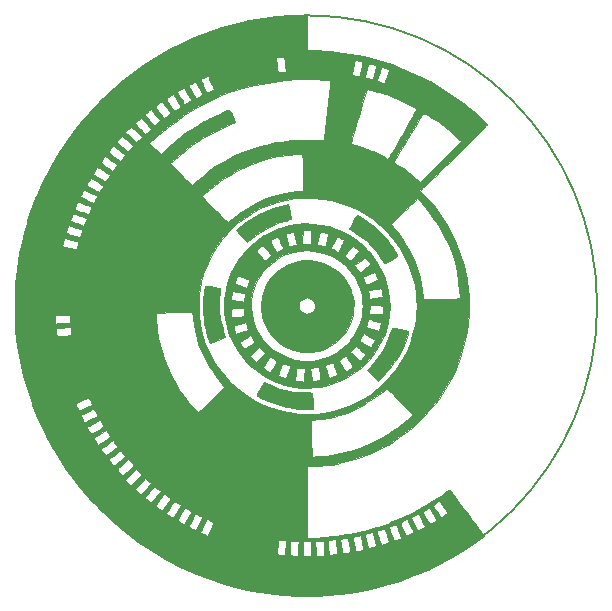
<source format=gto>
G04 #@! TF.FileFunction,Legend,Top*
%FSLAX46Y46*%
G04 Gerber Fmt 4.6, Leading zero omitted, Abs format (unit mm)*
G04 Created by KiCad (PCBNEW 4.0.2-4+6225~38~ubuntu15.10.1-stable) date So 13 Mär 2016 18:41:02 CET*
%MOMM*%
G01*
G04 APERTURE LIST*
%ADD10C,0.100000*%
%ADD11C,0.150000*%
%ADD12C,0.010000*%
G04 APERTURE END LIST*
D10*
D11*
X173659800Y-123444000D02*
G75*
G03X173659800Y-123444000I-24561800J0D01*
G01*
D12*
G36*
X149085300Y-101808844D02*
X149343659Y-101808844D01*
X149561104Y-101812636D01*
X149832607Y-101823306D01*
X150142119Y-101839797D01*
X150473590Y-101861052D01*
X150810971Y-101886014D01*
X151138211Y-101913626D01*
X151439262Y-101942829D01*
X151535422Y-101953226D01*
X152745590Y-102123584D01*
X153943229Y-102362720D01*
X155125492Y-102669524D01*
X156289536Y-103042886D01*
X157432514Y-103481695D01*
X158551582Y-103984841D01*
X159643894Y-104551215D01*
X160706605Y-105179707D01*
X161736871Y-105869205D01*
X161932137Y-106009499D01*
X162202854Y-106210271D01*
X162479578Y-106422941D01*
X162756620Y-106642525D01*
X163028287Y-106864038D01*
X163288889Y-107082497D01*
X163532733Y-107292919D01*
X163754129Y-107490319D01*
X163947385Y-107669714D01*
X164106810Y-107826120D01*
X164226713Y-107954553D01*
X164301402Y-108050030D01*
X164325300Y-108105149D01*
X164309693Y-108137135D01*
X164261885Y-108198915D01*
X164180389Y-108291982D01*
X164063723Y-108417829D01*
X163910400Y-108577946D01*
X163718937Y-108773826D01*
X163487848Y-109006962D01*
X163215650Y-109278844D01*
X162900858Y-109590966D01*
X162541987Y-109944820D01*
X162137552Y-110341897D01*
X161686069Y-110783689D01*
X161186054Y-111271689D01*
X160815161Y-111633024D01*
X160527060Y-111913562D01*
X160246740Y-112186600D01*
X159979530Y-112446940D01*
X159730761Y-112689386D01*
X159505764Y-112908741D01*
X159309869Y-113099808D01*
X159148407Y-113257389D01*
X159026709Y-113376289D01*
X158950105Y-113451309D01*
X158948778Y-113452612D01*
X158669896Y-113726588D01*
X159080041Y-114161813D01*
X159725094Y-114895837D01*
X160314225Y-115668409D01*
X160845563Y-116475802D01*
X161317237Y-117314291D01*
X161727377Y-118180152D01*
X162074113Y-119069658D01*
X162355574Y-119979083D01*
X162569891Y-120904704D01*
X162628268Y-121229261D01*
X162674076Y-121512762D01*
X162710521Y-121762590D01*
X162738611Y-121992900D01*
X162759353Y-122217848D01*
X162773753Y-122451590D01*
X162782819Y-122708282D01*
X162787557Y-123002081D01*
X162788975Y-123347142D01*
X162788865Y-123487039D01*
X162787004Y-123856179D01*
X162782499Y-124165369D01*
X162774924Y-124425180D01*
X162763851Y-124646183D01*
X162748855Y-124838948D01*
X162729509Y-125014046D01*
X162726229Y-125039261D01*
X162561241Y-126032855D01*
X162333773Y-126993896D01*
X162043367Y-127923462D01*
X161689569Y-128822632D01*
X161271923Y-129692482D01*
X160789972Y-130534090D01*
X160243261Y-131348534D01*
X159823599Y-131900789D01*
X159618808Y-132145627D01*
X159372556Y-132420699D01*
X159097147Y-132713662D01*
X158804882Y-133012174D01*
X158508063Y-133303893D01*
X158218992Y-133576476D01*
X157949971Y-133817581D01*
X157728355Y-134002903D01*
X156919901Y-134604586D01*
X156083228Y-135142141D01*
X155219358Y-135615071D01*
X154329318Y-136022879D01*
X153414129Y-136365071D01*
X152474818Y-136641150D01*
X152089936Y-136733551D01*
X151602730Y-136832393D01*
X151094887Y-136915736D01*
X150586048Y-136981190D01*
X150095854Y-137026363D01*
X149643945Y-137048865D01*
X149482175Y-137050980D01*
X149120577Y-137051344D01*
X149120577Y-143119122D01*
X149464536Y-143118576D01*
X149631630Y-143115788D01*
X149843756Y-143108554D01*
X150075601Y-143097915D01*
X150273307Y-143086557D01*
X152965855Y-143086557D01*
X152972882Y-143138003D01*
X152991905Y-143243347D01*
X153019837Y-143387562D01*
X153053590Y-143555624D01*
X153090076Y-143732504D01*
X153126208Y-143903178D01*
X153158899Y-144052619D01*
X153185060Y-144165800D01*
X153197716Y-144214987D01*
X153211697Y-144239155D01*
X153244803Y-144249443D01*
X153310133Y-144245298D01*
X153420785Y-144226170D01*
X153548232Y-144200234D01*
X153691037Y-144167522D01*
X153803504Y-144136261D01*
X153870698Y-144110910D01*
X153883077Y-144100237D01*
X153875824Y-144051062D01*
X153856119Y-143949426D01*
X153827041Y-143809237D01*
X153791672Y-143644400D01*
X153753090Y-143468823D01*
X153714377Y-143296412D01*
X153678612Y-143141073D01*
X153648876Y-143016713D01*
X153628249Y-142937238D01*
X153620670Y-142915511D01*
X153580726Y-142914226D01*
X153488053Y-142925194D01*
X153358990Y-142946245D01*
X153284614Y-142960127D01*
X153130443Y-142992398D01*
X153034061Y-143019725D01*
X152983378Y-143046905D01*
X152966303Y-143078734D01*
X152965855Y-143086557D01*
X150273307Y-143086557D01*
X150301855Y-143084917D01*
X150337661Y-143082567D01*
X151532299Y-142967991D01*
X152482545Y-142820659D01*
X153975703Y-142820659D01*
X153991848Y-142904648D01*
X154022446Y-143031163D01*
X154063626Y-143186974D01*
X154111518Y-143358846D01*
X154162250Y-143533548D01*
X154211952Y-143697847D01*
X154256754Y-143838510D01*
X154292783Y-143942305D01*
X154316169Y-143995999D01*
X154320846Y-144000518D01*
X154370622Y-143991397D01*
X154469994Y-143967553D01*
X154600665Y-143933465D01*
X154652306Y-143919421D01*
X154784491Y-143879493D01*
X154885996Y-143842011D01*
X154941067Y-143813086D01*
X154946563Y-143805316D01*
X154938279Y-143761577D01*
X154914536Y-143661732D01*
X154878334Y-143517776D01*
X154832673Y-143341701D01*
X154794751Y-143198497D01*
X154732506Y-142972293D01*
X154682877Y-142808614D01*
X154643542Y-142701028D01*
X154612178Y-142643104D01*
X154588689Y-142628127D01*
X154509833Y-142640463D01*
X154398261Y-142667515D01*
X154272044Y-142703608D01*
X154149252Y-142743066D01*
X154047958Y-142780213D01*
X153986231Y-142809373D01*
X153975703Y-142820659D01*
X152482545Y-142820659D01*
X152706544Y-142785929D01*
X153859488Y-142536706D01*
X153935730Y-142515395D01*
X155003396Y-142515395D01*
X155003458Y-142556572D01*
X155024255Y-142649366D01*
X155061379Y-142780923D01*
X155110421Y-142938390D01*
X155166973Y-143108915D01*
X155226627Y-143279645D01*
X155284975Y-143437725D01*
X155337607Y-143570305D01*
X155380116Y-143664529D01*
X155408093Y-143707546D01*
X155412673Y-143708683D01*
X155462792Y-143691449D01*
X155561862Y-143658177D01*
X155691824Y-143614920D01*
X155746341Y-143596862D01*
X155888135Y-143545082D01*
X155984289Y-143499730D01*
X156024769Y-143465759D01*
X156024934Y-143459397D01*
X156009308Y-143413737D01*
X155975520Y-143313188D01*
X155927610Y-143169830D01*
X155869618Y-142995745D01*
X155825181Y-142862048D01*
X155754175Y-142651998D01*
X155699712Y-142501289D01*
X155658071Y-142401679D01*
X155625532Y-142344929D01*
X155598374Y-142322796D01*
X155581866Y-142323062D01*
X155520348Y-142341835D01*
X155413712Y-142374251D01*
X155284363Y-142413497D01*
X155276550Y-142415866D01*
X155152297Y-142455686D01*
X155055386Y-142490741D01*
X155005099Y-142514006D01*
X155003396Y-142515395D01*
X153935730Y-142515395D01*
X154990225Y-142220645D01*
X155088418Y-142186729D01*
X156003727Y-142186729D01*
X156010694Y-142222439D01*
X156039240Y-142310546D01*
X156084441Y-142438226D01*
X156141370Y-142592653D01*
X156205102Y-142761000D01*
X156270712Y-142930444D01*
X156333276Y-143088157D01*
X156387866Y-143221315D01*
X156429559Y-143317092D01*
X156453429Y-143362663D01*
X156456094Y-143364705D01*
X156495649Y-143352004D01*
X156584941Y-143319117D01*
X156708148Y-143271944D01*
X156775855Y-143245501D01*
X156926964Y-143182328D01*
X157019057Y-143133515D01*
X157060872Y-143093734D01*
X157065069Y-143069248D01*
X157047639Y-143010669D01*
X157009904Y-142904014D01*
X156957349Y-142763208D01*
X156895455Y-142602178D01*
X156829708Y-142434850D01*
X156765589Y-142275151D01*
X156708583Y-142137006D01*
X156664174Y-142034343D01*
X156637843Y-141981087D01*
X156635238Y-141977599D01*
X156595331Y-141978992D01*
X156508062Y-142000023D01*
X156391774Y-142034620D01*
X156264809Y-142076709D01*
X156145507Y-142120215D01*
X156052212Y-142159064D01*
X156003727Y-142186729D01*
X155088418Y-142186729D01*
X156097849Y-141838072D01*
X156153820Y-141814892D01*
X156959973Y-141814892D01*
X157015760Y-141950028D01*
X157085779Y-142109418D01*
X157164385Y-142281381D01*
X157245931Y-142454233D01*
X157324770Y-142616294D01*
X157395256Y-142755881D01*
X157451744Y-142861313D01*
X157488585Y-142920909D01*
X157498871Y-142929821D01*
X157546045Y-142910479D01*
X157640520Y-142871120D01*
X157764585Y-142819133D01*
X157807730Y-142800999D01*
X157932582Y-142744153D01*
X158027614Y-142692636D01*
X158077534Y-142655062D01*
X158081518Y-142646800D01*
X158067645Y-142593868D01*
X158029487Y-142493926D01*
X157972974Y-142359741D01*
X157904038Y-142204081D01*
X157828611Y-142039713D01*
X157752624Y-141879404D01*
X157682009Y-141735922D01*
X157622696Y-141622035D01*
X157580618Y-141550509D01*
X157563759Y-141532334D01*
X157510422Y-141545574D01*
X157417855Y-141580977D01*
X157303014Y-141630606D01*
X157182860Y-141686525D01*
X157074349Y-141740798D01*
X156994441Y-141785489D01*
X156960093Y-141812662D01*
X156959973Y-141814892D01*
X156153820Y-141814892D01*
X157181454Y-141389311D01*
X157212651Y-141374146D01*
X157904744Y-141374146D01*
X157920303Y-141417479D01*
X157962665Y-141508542D01*
X158025362Y-141635074D01*
X158101924Y-141784816D01*
X158185881Y-141945506D01*
X158270763Y-142104885D01*
X158350101Y-142250693D01*
X158417425Y-142370668D01*
X158466266Y-142452551D01*
X158490154Y-142484081D01*
X158490467Y-142484122D01*
X158526819Y-142469319D01*
X158610925Y-142429714D01*
X158727660Y-142372513D01*
X158787471Y-142342617D01*
X158912564Y-142275530D01*
X159009087Y-142215785D01*
X159062653Y-142172660D01*
X159068911Y-142161138D01*
X159053362Y-142114701D01*
X159011078Y-142021260D01*
X158948601Y-141893248D01*
X158872471Y-141743099D01*
X158789232Y-141583245D01*
X158705424Y-141426120D01*
X158627590Y-141284157D01*
X158562272Y-141169789D01*
X158516011Y-141095449D01*
X158496383Y-141073011D01*
X158452207Y-141087811D01*
X158366150Y-141126412D01*
X158255303Y-141180115D01*
X158136758Y-141240221D01*
X158027604Y-141298032D01*
X157944933Y-141344847D01*
X157905836Y-141371968D01*
X157904744Y-141374146D01*
X157212651Y-141374146D01*
X158178412Y-140904688D01*
X158863185Y-140904688D01*
X158865255Y-140917804D01*
X158885460Y-140959910D01*
X158935311Y-141051936D01*
X159008716Y-141182971D01*
X159099578Y-141342101D01*
X159174667Y-141471862D01*
X159474451Y-141987100D01*
X159650917Y-141886884D01*
X159773221Y-141817280D01*
X159890419Y-141750349D01*
X159941813Y-141720881D01*
X160016251Y-141671335D01*
X160054934Y-141632411D01*
X160056465Y-141627029D01*
X160039716Y-141588682D01*
X159993145Y-141499906D01*
X159922503Y-141371205D01*
X159833538Y-141213084D01*
X159752174Y-141070970D01*
X159447660Y-140542976D01*
X159214188Y-140672837D01*
X159060567Y-140758768D01*
X158958733Y-140817845D01*
X158898609Y-140857141D01*
X158870118Y-140883731D01*
X158863185Y-140904688D01*
X158178412Y-140904688D01*
X158240132Y-140874686D01*
X159167909Y-140353541D01*
X159739188Y-140353541D01*
X159757713Y-140390109D01*
X159808135Y-140472408D01*
X159882723Y-140588883D01*
X159973746Y-140727975D01*
X160073475Y-140878128D01*
X160174179Y-141027784D01*
X160268127Y-141165387D01*
X160347589Y-141279380D01*
X160404835Y-141358206D01*
X160432134Y-141390307D01*
X160432813Y-141390511D01*
X160471646Y-141372314D01*
X160554648Y-141323506D01*
X160667382Y-141252762D01*
X160733266Y-141209986D01*
X160864115Y-141118407D01*
X160950761Y-141045612D01*
X160985651Y-140998226D01*
X160984643Y-140989499D01*
X160957950Y-140947758D01*
X160901174Y-140861014D01*
X160822263Y-140741246D01*
X160729162Y-140600434D01*
X160629819Y-140450557D01*
X160532178Y-140303594D01*
X160444187Y-140171524D01*
X160373792Y-140066326D01*
X160328940Y-139999979D01*
X160317116Y-139983204D01*
X160285721Y-139995694D01*
X160211630Y-140037874D01*
X160110469Y-140099731D01*
X159997865Y-140171251D01*
X159889445Y-140242420D01*
X159800836Y-140303225D01*
X159747665Y-140343651D01*
X159739188Y-140353541D01*
X159167909Y-140353541D01*
X159272977Y-140294523D01*
X160279084Y-139649146D01*
X160650959Y-139389193D01*
X160816391Y-139273316D01*
X160962295Y-139175739D01*
X161079097Y-139102493D01*
X161157225Y-139059604D01*
X161186543Y-139051922D01*
X161216168Y-139089878D01*
X161284213Y-139179973D01*
X161387224Y-139317556D01*
X161521752Y-139497978D01*
X161684344Y-139716588D01*
X161871551Y-139968735D01*
X162079920Y-140249770D01*
X162306001Y-140555041D01*
X162546342Y-140879900D01*
X162797493Y-141219694D01*
X163056001Y-141569774D01*
X163208073Y-141775871D01*
X164077848Y-142954980D01*
X163698866Y-143234840D01*
X162658729Y-143960023D01*
X161577536Y-144630845D01*
X160459638Y-145245791D01*
X159309386Y-145803344D01*
X158131135Y-146301987D01*
X156929236Y-146740203D01*
X155708041Y-147116477D01*
X154471902Y-147429291D01*
X153225173Y-147677129D01*
X151972205Y-147858474D01*
X150717350Y-147971809D01*
X150008660Y-148005219D01*
X149791507Y-148012330D01*
X149585664Y-148019616D01*
X149407008Y-148026476D01*
X149271416Y-148032308D01*
X149208772Y-148035568D01*
X149117590Y-148037580D01*
X148970576Y-148036658D01*
X148782383Y-148033078D01*
X148567662Y-148027118D01*
X148344466Y-148019191D01*
X147019522Y-147936731D01*
X145729948Y-147794808D01*
X144471511Y-147592352D01*
X143239976Y-147328289D01*
X142031107Y-147001549D01*
X140840671Y-146611060D01*
X139664434Y-146155750D01*
X138498159Y-145634547D01*
X138042970Y-145412122D01*
X136873433Y-144787893D01*
X136555509Y-144596060D01*
X147631032Y-144596060D01*
X147767263Y-144610133D01*
X147928003Y-144623147D01*
X148079991Y-144629207D01*
X148206976Y-144628328D01*
X148292704Y-144620525D01*
X148320497Y-144609608D01*
X148326987Y-144567239D01*
X148335259Y-144466450D01*
X148344534Y-144319329D01*
X148354031Y-144137964D01*
X148361111Y-143980041D01*
X148386253Y-143376932D01*
X148218539Y-143366066D01*
X148732522Y-143366066D01*
X148732522Y-144636066D01*
X149438077Y-144636066D01*
X149438077Y-143366066D01*
X149783751Y-143366066D01*
X149805860Y-143815858D01*
X149816084Y-144007210D01*
X149827380Y-144191735D01*
X149838345Y-144347898D01*
X149847228Y-144450858D01*
X149866488Y-144636066D01*
X150172630Y-144635526D01*
X150315300Y-144632450D01*
X150431781Y-144624711D01*
X150503418Y-144613750D01*
X150514963Y-144609068D01*
X150530585Y-144559867D01*
X150536334Y-144443444D01*
X150532138Y-144262446D01*
X150526940Y-144159816D01*
X150516878Y-143972740D01*
X150508251Y-143791655D01*
X150502083Y-143639346D01*
X150499568Y-143551275D01*
X150496411Y-143366066D01*
X149783751Y-143366066D01*
X149438077Y-143366066D01*
X148732522Y-143366066D01*
X148218539Y-143366066D01*
X148056721Y-143355582D01*
X148045593Y-143355062D01*
X150849502Y-143355062D01*
X150853823Y-143449835D01*
X150863311Y-143587270D01*
X150876798Y-143753619D01*
X150893111Y-143935137D01*
X150911080Y-144118076D01*
X150929535Y-144288689D01*
X150945388Y-144418800D01*
X150965495Y-144571951D01*
X151110189Y-144552500D01*
X151231014Y-144537024D01*
X151378816Y-144519109D01*
X151458395Y-144509854D01*
X151661907Y-144486659D01*
X151642172Y-144323238D01*
X151630729Y-144224101D01*
X151614163Y-144074993D01*
X151594693Y-143896116D01*
X151574546Y-143707739D01*
X151555693Y-143537457D01*
X151538326Y-143394525D01*
X151524208Y-143292514D01*
X151515101Y-143245000D01*
X151514241Y-143243375D01*
X151475707Y-143241184D01*
X151386556Y-143246664D01*
X151266038Y-143257683D01*
X151133409Y-143272114D01*
X151007920Y-143287825D01*
X150908825Y-143302685D01*
X150855377Y-143314567D01*
X150851521Y-143316696D01*
X150849502Y-143355062D01*
X148045593Y-143355062D01*
X147910922Y-143348769D01*
X147792853Y-143348184D01*
X147719348Y-143353665D01*
X147704221Y-143358969D01*
X147695297Y-143400736D01*
X147684940Y-143501007D01*
X147674065Y-143647771D01*
X147663587Y-143829015D01*
X147656143Y-143989882D01*
X147631032Y-144596060D01*
X136555509Y-144596060D01*
X136434299Y-144522923D01*
X146510357Y-144522923D01*
X146836509Y-144556787D01*
X146981932Y-144572122D01*
X147100146Y-144585028D01*
X147174027Y-144593614D01*
X147189119Y-144595720D01*
X147214794Y-144572890D01*
X147217447Y-144556691D01*
X147221765Y-144508246D01*
X147232518Y-144402389D01*
X147248371Y-144251832D01*
X147267991Y-144069291D01*
X147283119Y-143930511D01*
X147303862Y-143736441D01*
X147320799Y-143568577D01*
X147332822Y-143438701D01*
X147338823Y-143358599D01*
X147338778Y-143338341D01*
X147300795Y-143328508D01*
X147211838Y-143315483D01*
X147090983Y-143301174D01*
X146957306Y-143287487D01*
X146829884Y-143276329D01*
X146727792Y-143269607D01*
X146670109Y-143269227D01*
X146663995Y-143270890D01*
X146654967Y-143309668D01*
X146640752Y-143405546D01*
X146623081Y-143545407D01*
X146603686Y-143716134D01*
X146597315Y-143775945D01*
X146577042Y-143966403D01*
X146557738Y-144142497D01*
X146541345Y-144286846D01*
X146529808Y-144382069D01*
X146528171Y-144394286D01*
X146510357Y-144522923D01*
X136434299Y-144522923D01*
X135743076Y-144105845D01*
X134653769Y-143367845D01*
X134474792Y-143232364D01*
X151907522Y-143232364D01*
X151912936Y-143284086D01*
X151927637Y-143388611D01*
X151949317Y-143531742D01*
X151975663Y-143699284D01*
X152004368Y-143877039D01*
X152033120Y-144050811D01*
X152059609Y-144206405D01*
X152081526Y-144329622D01*
X152096560Y-144406268D01*
X152101469Y-144424270D01*
X152137949Y-144426859D01*
X152225396Y-144420806D01*
X152345082Y-144408459D01*
X152478281Y-144392165D01*
X152606263Y-144374270D01*
X152710301Y-144357123D01*
X152771669Y-144343069D01*
X152779649Y-144339274D01*
X152776862Y-144303984D01*
X152764309Y-144210322D01*
X152743637Y-144069539D01*
X152716490Y-143892888D01*
X152688587Y-143716902D01*
X152589702Y-143101483D01*
X152486737Y-143110816D01*
X152325423Y-143129318D01*
X152171686Y-143153687D01*
X152040731Y-143180732D01*
X151947767Y-143207261D01*
X151907997Y-143230085D01*
X151907522Y-143232364D01*
X134474792Y-143232364D01*
X133717536Y-142659142D01*
X140062183Y-142659142D01*
X140087935Y-142681327D01*
X140162008Y-142722559D01*
X140267485Y-142775008D01*
X140387451Y-142830847D01*
X140504988Y-142882247D01*
X140603182Y-142921381D01*
X140665114Y-142940421D01*
X140671550Y-142941126D01*
X140696626Y-142910793D01*
X140744408Y-142826023D01*
X140809636Y-142697154D01*
X140887049Y-142534524D01*
X140959606Y-142374988D01*
X141212385Y-141807869D01*
X140911996Y-141669745D01*
X140778980Y-141609653D01*
X140670853Y-141562808D01*
X140603025Y-141535788D01*
X140588662Y-141531753D01*
X140569607Y-141561952D01*
X140527409Y-141644363D01*
X140467757Y-141766803D01*
X140396340Y-141917089D01*
X140318849Y-142083037D01*
X140240972Y-142252464D01*
X140168399Y-142413187D01*
X140106820Y-142553022D01*
X140062183Y-142659142D01*
X133717536Y-142659142D01*
X133607382Y-142575759D01*
X133108209Y-142154976D01*
X139066411Y-142154976D01*
X139095222Y-142179946D01*
X139170548Y-142227253D01*
X139275730Y-142287820D01*
X139394106Y-142352568D01*
X139509016Y-142412420D01*
X139603800Y-142458297D01*
X139661797Y-142481122D01*
X139666661Y-142482041D01*
X139687502Y-142452773D01*
X139734030Y-142370304D01*
X139800835Y-142244766D01*
X139882507Y-142086293D01*
X139958552Y-141935322D01*
X140046837Y-141755297D01*
X140121510Y-141597211D01*
X140177758Y-141471744D01*
X140210765Y-141389573D01*
X140217056Y-141361895D01*
X140179841Y-141334941D01*
X140098168Y-141289566D01*
X139989175Y-141233997D01*
X139870001Y-141176458D01*
X139757783Y-141125174D01*
X139669660Y-141088370D01*
X139622771Y-141074272D01*
X139619578Y-141075155D01*
X139594311Y-141117052D01*
X139544991Y-141207608D01*
X139478143Y-141334080D01*
X139400296Y-141483728D01*
X139317976Y-141643811D01*
X139237710Y-141801586D01*
X139166025Y-141944313D01*
X139109448Y-142059251D01*
X139074507Y-142133658D01*
X139066411Y-142154976D01*
X133108209Y-142154976D01*
X132605784Y-141731453D01*
X132490003Y-141622980D01*
X138115059Y-141622980D01*
X138144527Y-141656094D01*
X138219934Y-141710187D01*
X138323853Y-141775210D01*
X138438857Y-141841114D01*
X138547518Y-141897850D01*
X138632409Y-141935369D01*
X138672886Y-141944640D01*
X138705732Y-141913097D01*
X138766443Y-141830471D01*
X138848117Y-141707075D01*
X138943853Y-141553221D01*
X139016845Y-141430692D01*
X139115573Y-141260347D01*
X139200374Y-141110870D01*
X139265316Y-140992975D01*
X139304467Y-140917376D01*
X139313355Y-140895177D01*
X139285157Y-140869427D01*
X139211220Y-140819177D01*
X139107530Y-140754107D01*
X138990074Y-140683893D01*
X138874839Y-140618215D01*
X138777810Y-140566751D01*
X138745030Y-140551114D01*
X138721462Y-140576555D01*
X138670538Y-140651770D01*
X138599231Y-140764897D01*
X138514514Y-140904069D01*
X138423361Y-141057423D01*
X138332745Y-141213092D01*
X138249640Y-141359212D01*
X138181019Y-141483919D01*
X138133855Y-141575347D01*
X138115122Y-141621631D01*
X138115059Y-141622980D01*
X132490003Y-141622980D01*
X131878808Y-141050367D01*
X137161411Y-141050367D01*
X137188751Y-141076718D01*
X137260140Y-141129635D01*
X137359633Y-141198550D01*
X137471284Y-141272899D01*
X137579148Y-141342116D01*
X137667279Y-141395634D01*
X137719732Y-141422889D01*
X137725855Y-141424375D01*
X137749753Y-141396186D01*
X137805259Y-141318027D01*
X137885937Y-141199350D01*
X137985352Y-141049605D01*
X138084581Y-140897543D01*
X138425668Y-140370871D01*
X138145149Y-140192774D01*
X138020850Y-140115618D01*
X137918984Y-140055667D01*
X137854012Y-140021268D01*
X137839340Y-140016256D01*
X137813697Y-140044664D01*
X137758167Y-140121047D01*
X137680445Y-140233666D01*
X137588226Y-140370783D01*
X137489206Y-140520660D01*
X137391080Y-140671558D01*
X137301543Y-140811740D01*
X137228290Y-140929466D01*
X137179017Y-141012998D01*
X137161411Y-141050367D01*
X131878808Y-141050367D01*
X131650845Y-140836795D01*
X131208684Y-140376714D01*
X136261269Y-140376714D01*
X136281938Y-140411085D01*
X136345585Y-140473569D01*
X136437119Y-140552205D01*
X136541449Y-140635029D01*
X136643482Y-140710082D01*
X136728128Y-140765402D01*
X136780295Y-140789027D01*
X136781637Y-140789153D01*
X136810796Y-140762882D01*
X136873028Y-140689635D01*
X136960092Y-140579635D01*
X137063751Y-140443102D01*
X137100234Y-140393914D01*
X137214004Y-140239279D01*
X137319116Y-140095761D01*
X137405204Y-139977557D01*
X137461901Y-139898865D01*
X137469172Y-139888591D01*
X137545434Y-139780143D01*
X137261216Y-139578042D01*
X137140496Y-139493750D01*
X137043505Y-139428957D01*
X136982843Y-139391910D01*
X136968850Y-139386629D01*
X136893681Y-139486969D01*
X136798739Y-139616260D01*
X136692158Y-139763118D01*
X136582075Y-139916160D01*
X136476626Y-140064001D01*
X136383946Y-140195257D01*
X136312171Y-140298544D01*
X136269436Y-140362479D01*
X136261269Y-140376714D01*
X131208684Y-140376714D01*
X130744435Y-139893651D01*
X130577348Y-139700456D01*
X135364230Y-139700456D01*
X135389079Y-139730302D01*
X135455660Y-139790063D01*
X135548919Y-139867782D01*
X135653801Y-139951502D01*
X135755253Y-140029264D01*
X135838218Y-140089111D01*
X135887644Y-140119086D01*
X135893069Y-140120511D01*
X135922819Y-140094456D01*
X135989042Y-140022172D01*
X136084077Y-139912475D01*
X136200263Y-139774185D01*
X136310644Y-139639863D01*
X136701853Y-139159216D01*
X136447263Y-138951713D01*
X136332535Y-138862363D01*
X136236270Y-138795055D01*
X136172444Y-138759199D01*
X136156695Y-138756114D01*
X136124658Y-138785428D01*
X136057603Y-138858476D01*
X135964730Y-138964295D01*
X135855242Y-139091918D01*
X135738339Y-139230383D01*
X135623223Y-139368723D01*
X135519095Y-139495973D01*
X135435156Y-139601170D01*
X135380608Y-139673349D01*
X135364230Y-139700456D01*
X130577348Y-139700456D01*
X129962807Y-138989893D01*
X134533216Y-138989893D01*
X134557871Y-139022477D01*
X134624041Y-139089810D01*
X134720036Y-139180303D01*
X134780161Y-139234718D01*
X135027105Y-139455201D01*
X135215835Y-139249870D01*
X135327710Y-139127676D01*
X135463381Y-138978793D01*
X135599419Y-138828953D01*
X135646185Y-138777281D01*
X135887805Y-138510024D01*
X135640285Y-138292212D01*
X135529588Y-138197300D01*
X135437906Y-138123322D01*
X135378437Y-138080705D01*
X135364537Y-138074400D01*
X135333050Y-138099261D01*
X135264738Y-138166867D01*
X135169108Y-138266749D01*
X135055664Y-138388439D01*
X134933914Y-138521468D01*
X134813363Y-138655368D01*
X134703516Y-138779671D01*
X134613879Y-138883908D01*
X134553959Y-138957612D01*
X134533216Y-138989893D01*
X129962807Y-138989893D01*
X129888424Y-138903888D01*
X129338819Y-138196479D01*
X133704564Y-138196479D01*
X133941555Y-138435301D01*
X134045503Y-138538161D01*
X134130554Y-138618792D01*
X134184912Y-138666191D01*
X134197661Y-138674122D01*
X134227540Y-138650362D01*
X134298662Y-138584428D01*
X134402680Y-138484337D01*
X134531248Y-138358105D01*
X134656479Y-138233359D01*
X135096184Y-137792596D01*
X134850697Y-137545214D01*
X134605211Y-137297832D01*
X134154887Y-137747155D01*
X133704564Y-138196479D01*
X129338819Y-138196479D01*
X129084681Y-137869373D01*
X128711832Y-137333480D01*
X133033911Y-137333480D01*
X133056114Y-137368619D01*
X133113977Y-137439635D01*
X133194374Y-137532059D01*
X133284183Y-137631420D01*
X133370281Y-137723250D01*
X133439543Y-137793078D01*
X133478847Y-137826434D01*
X133481920Y-137827455D01*
X133512903Y-137805054D01*
X133587337Y-137742941D01*
X133696364Y-137648752D01*
X133831128Y-137530123D01*
X133955045Y-137419590D01*
X134103267Y-137285217D01*
X134231072Y-137166647D01*
X134329973Y-137071974D01*
X134391483Y-137009295D01*
X134408066Y-136987437D01*
X134384814Y-136952611D01*
X134323800Y-136879243D01*
X134235797Y-136780005D01*
X134181195Y-136720498D01*
X133956001Y-136477847D01*
X133494956Y-136893084D01*
X133345635Y-137028930D01*
X133216480Y-137149033D01*
X133115934Y-137245326D01*
X133052441Y-137309742D01*
X133033911Y-137333480D01*
X128711832Y-137333480D01*
X128335076Y-136791972D01*
X128160737Y-136510851D01*
X132327245Y-136510851D01*
X132351451Y-136561446D01*
X132409401Y-136640555D01*
X132507100Y-136760668D01*
X132508523Y-136762391D01*
X132602998Y-136872509D01*
X132682012Y-136956737D01*
X132734478Y-137003653D01*
X132748226Y-137009335D01*
X132783384Y-136984653D01*
X132863811Y-136923226D01*
X132979841Y-136832588D01*
X133121812Y-136720273D01*
X133237416Y-136628011D01*
X133390613Y-136504074D01*
X133522635Y-136394912D01*
X133624360Y-136308258D01*
X133686668Y-136251845D01*
X133702043Y-136234055D01*
X133682097Y-136198151D01*
X133628372Y-136124207D01*
X133553260Y-136027536D01*
X133469152Y-135923451D01*
X133388440Y-135827265D01*
X133323514Y-135754289D01*
X133286767Y-135719836D01*
X133285407Y-135719200D01*
X133252338Y-135737213D01*
X133175779Y-135791139D01*
X133066887Y-135872260D01*
X132936821Y-135971859D01*
X132796738Y-136081222D01*
X132657797Y-136191630D01*
X132531153Y-136294368D01*
X132427966Y-136380719D01*
X132359394Y-136441966D01*
X132356038Y-136445226D01*
X132330776Y-136476275D01*
X132327245Y-136510851D01*
X128160737Y-136510851D01*
X127641479Y-135673551D01*
X127604529Y-135606268D01*
X131648746Y-135606268D01*
X131648798Y-135606654D01*
X131672826Y-135649837D01*
X131726596Y-135729812D01*
X131798563Y-135830934D01*
X131877180Y-135937560D01*
X131950903Y-136034046D01*
X132008186Y-136104749D01*
X132037483Y-136134024D01*
X132038082Y-136134122D01*
X132071749Y-136114617D01*
X132152068Y-136060907D01*
X132268567Y-135980196D01*
X132410773Y-135879690D01*
X132483539Y-135827643D01*
X132640648Y-135714648D01*
X132782823Y-135612019D01*
X132897553Y-135528814D01*
X132972329Y-135474091D01*
X132987997Y-135462397D01*
X133065556Y-135403630D01*
X132871019Y-135133876D01*
X132784225Y-135017027D01*
X132711569Y-134925684D01*
X132663377Y-134872510D01*
X132651042Y-134864122D01*
X132611024Y-134883942D01*
X132527874Y-134937891D01*
X132412750Y-135017705D01*
X132276807Y-135115116D01*
X132131203Y-135221860D01*
X131987094Y-135329671D01*
X131855637Y-135430283D01*
X131747989Y-135515430D01*
X131675306Y-135576847D01*
X131648746Y-135606268D01*
X127604529Y-135606268D01*
X127090888Y-134670985D01*
X131029432Y-134670985D01*
X131043252Y-134701346D01*
X131086367Y-134774734D01*
X131148789Y-134875567D01*
X131220530Y-134988265D01*
X131291605Y-135097245D01*
X131352025Y-135186926D01*
X131391804Y-135241725D01*
X131401435Y-135251383D01*
X131432083Y-135233421D01*
X131512236Y-135183086D01*
X131632276Y-135106507D01*
X131782586Y-135009817D01*
X131930601Y-134914039D01*
X132098602Y-134802793D01*
X132242957Y-134702881D01*
X132354349Y-134621109D01*
X132423461Y-134564283D01*
X132441958Y-134540474D01*
X132418841Y-134496902D01*
X132365476Y-134410660D01*
X132291575Y-134297229D01*
X132256503Y-134244840D01*
X132080917Y-133984632D01*
X131560817Y-134322850D01*
X131391804Y-134432897D01*
X131244441Y-134529114D01*
X131128450Y-134605130D01*
X131053556Y-134654574D01*
X131029432Y-134670985D01*
X127090888Y-134670985D01*
X127005760Y-134515978D01*
X126878974Y-134266467D01*
X126635076Y-133745696D01*
X130458642Y-133745696D01*
X130475232Y-133786819D01*
X130519689Y-133873486D01*
X130584029Y-133990471D01*
X130620602Y-134054605D01*
X130782572Y-134335412D01*
X130999838Y-134211527D01*
X131128602Y-134138212D01*
X131292060Y-134045293D01*
X131463515Y-133947941D01*
X131543415Y-133902618D01*
X131677102Y-133824334D01*
X131784285Y-133756849D01*
X131852210Y-133708492D01*
X131869735Y-133689492D01*
X131853145Y-133648369D01*
X131808688Y-133561702D01*
X131744347Y-133444717D01*
X131707775Y-133380583D01*
X131570879Y-133143246D01*
X149443995Y-133143246D01*
X149460034Y-134506392D01*
X149464142Y-134818171D01*
X149468885Y-135114811D01*
X149474057Y-135387243D01*
X149479450Y-135626398D01*
X149484859Y-135823207D01*
X149490077Y-135968601D01*
X149494897Y-136053513D01*
X149495395Y-136058786D01*
X149514719Y-136248034D01*
X149926190Y-136224316D01*
X150139970Y-136209556D01*
X150387576Y-136188714D01*
X150632889Y-136164980D01*
X150778633Y-136148974D01*
X151576772Y-136032558D01*
X152337992Y-135872861D01*
X153071717Y-135666325D01*
X153787372Y-135409386D01*
X154494384Y-135098485D01*
X155202178Y-134730059D01*
X155920178Y-134300546D01*
X156264327Y-134076239D01*
X156467198Y-133937015D01*
X156682603Y-133782699D01*
X156903354Y-133619083D01*
X157122265Y-133451957D01*
X157332149Y-133287114D01*
X157525818Y-133130344D01*
X157696086Y-132987438D01*
X157835766Y-132864189D01*
X157937671Y-132766387D01*
X157994614Y-132699824D01*
X158003767Y-132674578D01*
X157976718Y-132640923D01*
X157906448Y-132564104D01*
X157799157Y-132450431D01*
X157661046Y-132306215D01*
X157498313Y-132137764D01*
X157317160Y-131951390D01*
X157123787Y-131753401D01*
X156924393Y-131550109D01*
X156725179Y-131347824D01*
X156532345Y-131152855D01*
X156352090Y-130971512D01*
X156190616Y-130810105D01*
X156054122Y-130674945D01*
X155948807Y-130572342D01*
X155880873Y-130508605D01*
X155856936Y-130489677D01*
X155818565Y-130510275D01*
X155736809Y-130566449D01*
X155623433Y-130649773D01*
X155490203Y-130751817D01*
X155481691Y-130758464D01*
X155071717Y-131064529D01*
X154635962Y-131363525D01*
X154185679Y-131649054D01*
X153732124Y-131914713D01*
X153286550Y-132154104D01*
X152860212Y-132360826D01*
X152464365Y-132528478D01*
X152207383Y-132620484D01*
X151802650Y-132739568D01*
X151349119Y-132851185D01*
X150868479Y-132951004D01*
X150382416Y-133034692D01*
X149912620Y-133097919D01*
X149714439Y-133118344D01*
X149443995Y-133143246D01*
X131570879Y-133143246D01*
X131545805Y-133099776D01*
X131328538Y-133223661D01*
X131199775Y-133296976D01*
X131036317Y-133389895D01*
X130864861Y-133487248D01*
X130784962Y-133532570D01*
X130651275Y-133610854D01*
X130544092Y-133678339D01*
X130476167Y-133726696D01*
X130458642Y-133745696D01*
X126635076Y-133745696D01*
X126330640Y-133095665D01*
X126182627Y-132729699D01*
X129936508Y-132729699D01*
X129946724Y-132762400D01*
X129981102Y-132841069D01*
X130031478Y-132948959D01*
X130089685Y-133069324D01*
X130147558Y-133185420D01*
X130196932Y-133280499D01*
X130229641Y-133337816D01*
X130237604Y-133347177D01*
X130270849Y-133332169D01*
X130356911Y-133290495D01*
X130485571Y-133227181D01*
X130646609Y-133147254D01*
X130811537Y-133064892D01*
X131375278Y-132782606D01*
X131226594Y-132482809D01*
X131159675Y-132353414D01*
X131102048Y-132252086D01*
X131061900Y-132192732D01*
X131050052Y-132183011D01*
X131013372Y-132197810D01*
X130926310Y-132238062D01*
X130801534Y-132297548D01*
X130651709Y-132370051D01*
X130489502Y-132449350D01*
X130327580Y-132529228D01*
X130178608Y-132603467D01*
X130055255Y-132665847D01*
X129970185Y-132710151D01*
X129936508Y-132729699D01*
X126182627Y-132729699D01*
X125848265Y-131902981D01*
X125786342Y-131722329D01*
X129495286Y-131722329D01*
X129496831Y-131764045D01*
X129524367Y-131853704D01*
X129572707Y-131975956D01*
X129607322Y-132053779D01*
X129747843Y-132357938D01*
X130270807Y-132126384D01*
X130450463Y-132046902D01*
X130609092Y-131976845D01*
X130734732Y-131921485D01*
X130815423Y-131886095D01*
X130837869Y-131876396D01*
X130878823Y-131831082D01*
X130881966Y-131813224D01*
X130867852Y-131756329D01*
X130831125Y-131661130D01*
X130780210Y-131545362D01*
X130723532Y-131426762D01*
X130669513Y-131323063D01*
X130626579Y-131252004D01*
X130605184Y-131230511D01*
X130562221Y-131244322D01*
X130468556Y-131281812D01*
X130337536Y-131337066D01*
X130182511Y-131404170D01*
X130016825Y-131477209D01*
X129853829Y-131550269D01*
X129706868Y-131617435D01*
X129589290Y-131672793D01*
X129514444Y-131710427D01*
X129495286Y-131722329D01*
X125786342Y-131722329D01*
X125431454Y-130686994D01*
X125079816Y-129446282D01*
X124792957Y-128179425D01*
X124570484Y-126885002D01*
X124412003Y-125561592D01*
X124401814Y-125446933D01*
X127841503Y-125446933D01*
X127843591Y-125543575D01*
X127852272Y-125676722D01*
X127859406Y-125757046D01*
X127891296Y-126086775D01*
X128037256Y-126067308D01*
X128132417Y-126055948D01*
X128276509Y-126040335D01*
X128448212Y-126022724D01*
X128588911Y-126008927D01*
X128802368Y-125989255D01*
X128955435Y-125973221D01*
X129057536Y-125954275D01*
X129118098Y-125925870D01*
X129146547Y-125881457D01*
X129152309Y-125814489D01*
X129144808Y-125718418D01*
X129136563Y-125628479D01*
X129122175Y-125486596D01*
X129105132Y-125371685D01*
X129088343Y-125301908D01*
X129082458Y-125290813D01*
X129040139Y-125284771D01*
X128941962Y-125286056D01*
X128802097Y-125293375D01*
X128634712Y-125305435D01*
X128453978Y-125320943D01*
X128274063Y-125338605D01*
X128109136Y-125357129D01*
X127973368Y-125375221D01*
X127880927Y-125391589D01*
X127846616Y-125403605D01*
X127841503Y-125446933D01*
X124401814Y-125446933D01*
X124384394Y-125250927D01*
X124370818Y-125038950D01*
X124359829Y-124768749D01*
X124351428Y-124452611D01*
X124348693Y-124288016D01*
X127742244Y-124288016D01*
X127742551Y-124451972D01*
X127747384Y-124590328D01*
X127759195Y-124745916D01*
X127765272Y-124802564D01*
X127787688Y-124989200D01*
X128073646Y-124970496D01*
X128246506Y-124959328D01*
X128452263Y-124946240D01*
X128653390Y-124933613D01*
X128703563Y-124930498D01*
X129047522Y-124909204D01*
X129047271Y-124797843D01*
X129043778Y-124704009D01*
X129034935Y-124571023D01*
X129024402Y-124446981D01*
X129001784Y-124207478D01*
X128857083Y-124225437D01*
X128767559Y-124233782D01*
X128625844Y-124243808D01*
X128450242Y-124254345D01*
X128259061Y-124264222D01*
X128227313Y-124265706D01*
X127742244Y-124288016D01*
X124348693Y-124288016D01*
X124345615Y-124102821D01*
X124345118Y-124045495D01*
X136269087Y-124045495D01*
X136291503Y-124507100D01*
X136365186Y-125378403D01*
X136500007Y-126239619D01*
X136693832Y-127081322D01*
X136944533Y-127894086D01*
X137213422Y-128584677D01*
X137383684Y-128950767D01*
X137593851Y-129354863D01*
X137835706Y-129783375D01*
X138101032Y-130222711D01*
X138381612Y-130659280D01*
X138669231Y-131079491D01*
X138955669Y-131469752D01*
X138965042Y-131482009D01*
X139108570Y-131665172D01*
X139257923Y-131848297D01*
X139405828Y-132023235D01*
X139545015Y-132181836D01*
X139668209Y-132315951D01*
X139768140Y-132417430D01*
X139837534Y-132478122D01*
X139866170Y-132491836D01*
X139899420Y-132466015D01*
X139977590Y-132395871D01*
X140095274Y-132286533D01*
X140247063Y-132143126D01*
X140427550Y-131970778D01*
X140631328Y-131774614D01*
X140852989Y-131559762D01*
X140987600Y-131428621D01*
X141215613Y-131205196D01*
X141426774Y-130996586D01*
X141615950Y-130807988D01*
X141778009Y-130644598D01*
X141907817Y-130511613D01*
X142000240Y-130414229D01*
X142050146Y-130357642D01*
X142057563Y-130345478D01*
X142032560Y-130306867D01*
X141973667Y-130226681D01*
X141891001Y-130118500D01*
X141835716Y-130047728D01*
X141566763Y-129691389D01*
X141288123Y-129295480D01*
X141010805Y-128877220D01*
X140745813Y-128453829D01*
X140504155Y-128042525D01*
X140296835Y-127660528D01*
X140246665Y-127561622D01*
X140069585Y-127160962D01*
X139906069Y-126699638D01*
X139758512Y-126186652D01*
X139629307Y-125631005D01*
X139520848Y-125041700D01*
X139454543Y-124582922D01*
X139429579Y-124392381D01*
X139406968Y-124228087D01*
X139388449Y-124102045D01*
X139375762Y-124026262D01*
X139371483Y-124009657D01*
X139335028Y-124007858D01*
X139235231Y-124007188D01*
X139079292Y-124007588D01*
X138874415Y-124009003D01*
X138627801Y-124011374D01*
X138346653Y-124014643D01*
X138038172Y-124018755D01*
X137814738Y-124022029D01*
X136269087Y-124045495D01*
X124345118Y-124045495D01*
X124342391Y-123731665D01*
X124341835Y-123397947D01*
X139915536Y-123397947D01*
X139920300Y-123773124D01*
X139934960Y-124141420D01*
X139959162Y-124485001D01*
X139992549Y-124786034D01*
X140014304Y-124924799D01*
X140141961Y-125543323D01*
X140298439Y-126117449D01*
X140491208Y-126670024D01*
X140727734Y-127223895D01*
X140847361Y-127473427D01*
X141162140Y-128063794D01*
X141500727Y-128603782D01*
X141875865Y-129111242D01*
X142300296Y-129604025D01*
X142568607Y-129884625D01*
X143167542Y-130441519D01*
X143802435Y-130937820D01*
X144472311Y-131373049D01*
X145176192Y-131746729D01*
X145913104Y-132058382D01*
X146682069Y-132307530D01*
X147482111Y-132493694D01*
X148097522Y-132591131D01*
X148295596Y-132609202D01*
X148547469Y-132621124D01*
X148837369Y-132627134D01*
X149149522Y-132627467D01*
X149468157Y-132622360D01*
X149777502Y-132612050D01*
X150061784Y-132596773D01*
X150305231Y-132576766D01*
X150472530Y-132555535D01*
X151287832Y-132391196D01*
X152067839Y-132166945D01*
X152811261Y-131883228D01*
X153516804Y-131540494D01*
X153699848Y-131438349D01*
X154388253Y-131003741D01*
X155029692Y-130518519D01*
X155622037Y-129985835D01*
X156163163Y-129408843D01*
X156650941Y-128790697D01*
X157083246Y-128134550D01*
X157457950Y-127443555D01*
X157772926Y-126720865D01*
X158026047Y-125969634D01*
X158215186Y-125193015D01*
X158313443Y-124598289D01*
X158340681Y-124329814D01*
X158359534Y-124012130D01*
X158369833Y-123666102D01*
X158371412Y-123312595D01*
X158364100Y-122972474D01*
X158347731Y-122666604D01*
X158330512Y-122481622D01*
X158203352Y-121688540D01*
X158008521Y-120914760D01*
X157746731Y-120162225D01*
X157418699Y-119432877D01*
X157025138Y-118728658D01*
X156848542Y-118452962D01*
X156378666Y-117809136D01*
X155854800Y-117207699D01*
X155281737Y-116652603D01*
X155145451Y-116541185D01*
X156211499Y-116541185D01*
X156478751Y-116874390D01*
X156607692Y-117042482D01*
X156763192Y-117256817D01*
X156935613Y-117503076D01*
X157115319Y-117766940D01*
X157292670Y-118034090D01*
X157458029Y-118290205D01*
X157601758Y-118520968D01*
X157706764Y-118698858D01*
X157986323Y-119223592D01*
X158215974Y-119728068D01*
X158403619Y-120232479D01*
X158557160Y-120757016D01*
X158628035Y-121052872D01*
X158667055Y-121240710D01*
X158708567Y-121462721D01*
X158750445Y-121705038D01*
X158790564Y-121953796D01*
X158826801Y-122195130D01*
X158857031Y-122415172D01*
X158879129Y-122600059D01*
X158890971Y-122735924D01*
X158892390Y-122778216D01*
X158892522Y-122916061D01*
X159501063Y-122892977D01*
X159716628Y-122886267D01*
X159983175Y-122880266D01*
X160281131Y-122875279D01*
X160590925Y-122871609D01*
X160892983Y-122869561D01*
X161026827Y-122869245D01*
X161275772Y-122868038D01*
X161502409Y-122864975D01*
X161696879Y-122860347D01*
X161849321Y-122854446D01*
X161949875Y-122847563D01*
X161987778Y-122840825D01*
X162004031Y-122814781D01*
X162013108Y-122755919D01*
X162015135Y-122655262D01*
X162010233Y-122503834D01*
X161998526Y-122292658D01*
X161995887Y-122250462D01*
X161914609Y-121406116D01*
X161779905Y-120581131D01*
X161593747Y-119783228D01*
X161358104Y-119020128D01*
X161074947Y-118299553D01*
X160883807Y-117892310D01*
X160627866Y-117407925D01*
X160340753Y-116911846D01*
X160031155Y-116416935D01*
X159707761Y-115936054D01*
X159379259Y-115482068D01*
X159054335Y-115067839D01*
X158741679Y-114706228D01*
X158705149Y-114666715D01*
X158442947Y-114385372D01*
X158253221Y-114560610D01*
X158183669Y-114626152D01*
X158070860Y-114734047D01*
X157922000Y-114877334D01*
X157744292Y-115049053D01*
X157544942Y-115242243D01*
X157331153Y-115449945D01*
X157137497Y-115638516D01*
X156211499Y-116541185D01*
X155145451Y-116541185D01*
X154664269Y-116147805D01*
X154007190Y-115697258D01*
X153315293Y-115304917D01*
X152672593Y-115007264D01*
X151925223Y-114733485D01*
X151165861Y-114527551D01*
X150398560Y-114388602D01*
X149627374Y-114315777D01*
X148856358Y-114308215D01*
X148089564Y-114365054D01*
X147331047Y-114485435D01*
X146584861Y-114668495D01*
X145855059Y-114913374D01*
X145145695Y-115219211D01*
X144460823Y-115585144D01*
X143804496Y-116010314D01*
X143180770Y-116493859D01*
X142593696Y-117034918D01*
X142454710Y-117177413D01*
X141914784Y-117792004D01*
X141437302Y-118439236D01*
X141022748Y-119118092D01*
X140671606Y-119827557D01*
X140384359Y-120566615D01*
X140161491Y-121334250D01*
X140003486Y-122129447D01*
X139964178Y-122409462D01*
X139937120Y-122698283D01*
X139921024Y-123033722D01*
X139915536Y-123397947D01*
X124341835Y-123397947D01*
X124341757Y-123351427D01*
X124343715Y-122974393D01*
X124348264Y-122612850D01*
X124355406Y-122279081D01*
X124365142Y-121985372D01*
X124377473Y-121744010D01*
X124384128Y-121652594D01*
X124527608Y-120322987D01*
X124736109Y-119020436D01*
X124873118Y-118381693D01*
X128351107Y-118381693D01*
X128937440Y-118539869D01*
X129131749Y-118591352D01*
X129303027Y-118634963D01*
X129439413Y-118667825D01*
X129529047Y-118687058D01*
X129559034Y-118690718D01*
X129583313Y-118655639D01*
X129618690Y-118567867D01*
X129659190Y-118443169D01*
X129678529Y-118375432D01*
X129713942Y-118231097D01*
X129733908Y-118117781D01*
X129736034Y-118050645D01*
X129731461Y-118040209D01*
X129689102Y-118022819D01*
X129593642Y-117992735D01*
X129458578Y-117953533D01*
X129297406Y-117908790D01*
X129123621Y-117862082D01*
X128950721Y-117816984D01*
X128792200Y-117777072D01*
X128661556Y-117745923D01*
X128572284Y-117727112D01*
X128538025Y-117723991D01*
X128524283Y-117761401D01*
X128497048Y-117851363D01*
X128460951Y-117978241D01*
X128438691Y-118059227D01*
X128351107Y-118381693D01*
X124873118Y-118381693D01*
X125009913Y-117743948D01*
X125134827Y-117283358D01*
X128687762Y-117283358D01*
X128701192Y-117310639D01*
X128722851Y-117322368D01*
X128797835Y-117349050D01*
X128918041Y-117389444D01*
X129069448Y-117439082D01*
X129238034Y-117493497D01*
X129409777Y-117548221D01*
X129570656Y-117598787D01*
X129706650Y-117640725D01*
X129803736Y-117669570D01*
X129847892Y-117680853D01*
X129847956Y-117680858D01*
X129876277Y-117650801D01*
X129916297Y-117567916D01*
X129961141Y-117447444D01*
X129980248Y-117387701D01*
X130020900Y-117250902D01*
X130052061Y-117139340D01*
X130068917Y-117070534D01*
X130070577Y-117058855D01*
X130038975Y-117038842D01*
X129952962Y-117002975D01*
X129825727Y-116955604D01*
X129670459Y-116901082D01*
X129500345Y-116843761D01*
X129328576Y-116787993D01*
X129168340Y-116738130D01*
X129032826Y-116698524D01*
X128935223Y-116673526D01*
X128888720Y-116667490D01*
X128887104Y-116668336D01*
X128869146Y-116707078D01*
X128835004Y-116796916D01*
X128790600Y-116921939D01*
X128766571Y-116992165D01*
X128718667Y-117137600D01*
X128692992Y-117230171D01*
X128687762Y-117283358D01*
X125134827Y-117283358D01*
X125349305Y-116492527D01*
X125425619Y-116261405D01*
X129029531Y-116261405D01*
X129030566Y-116266253D01*
X129065047Y-116282010D01*
X129154596Y-116318816D01*
X129288443Y-116372359D01*
X129455817Y-116438323D01*
X129617246Y-116501264D01*
X129804239Y-116573896D01*
X129966529Y-116637048D01*
X130093474Y-116686571D01*
X130174433Y-116718314D01*
X130199167Y-116728230D01*
X130213500Y-116699146D01*
X130247986Y-116618300D01*
X130296809Y-116499533D01*
X130333069Y-116409575D01*
X130386613Y-116272101D01*
X130426887Y-116161524D01*
X130448746Y-116092404D01*
X130450722Y-116076674D01*
X130410918Y-116056790D01*
X130318719Y-116018777D01*
X130187367Y-115967513D01*
X130030101Y-115907874D01*
X129860164Y-115844737D01*
X129690796Y-115782980D01*
X129535237Y-115727479D01*
X129406727Y-115683111D01*
X129318509Y-115654754D01*
X129284246Y-115647019D01*
X129260556Y-115681084D01*
X129220486Y-115762702D01*
X129171324Y-115874083D01*
X129120359Y-115997435D01*
X129074879Y-116114967D01*
X129042174Y-116208888D01*
X129029531Y-116261405D01*
X125425619Y-116261405D01*
X125754564Y-115265180D01*
X125764760Y-115239133D01*
X129408672Y-115239133D01*
X129977750Y-115489952D01*
X130162846Y-115571177D01*
X130324852Y-115641595D01*
X130453050Y-115696602D01*
X130536721Y-115731593D01*
X130564914Y-115742169D01*
X130586050Y-115712757D01*
X130627946Y-115632612D01*
X130683481Y-115515818D01*
X130717873Y-115439678D01*
X130773331Y-115305482D01*
X130811134Y-115195498D01*
X130826346Y-115125211D01*
X130823258Y-115109053D01*
X130776769Y-115081698D01*
X130681178Y-115035282D01*
X130549340Y-114975248D01*
X130394106Y-114907040D01*
X130228329Y-114836103D01*
X130064861Y-114767881D01*
X129916555Y-114707818D01*
X129796264Y-114661357D01*
X129716840Y-114633944D01*
X129691190Y-114629528D01*
X129668847Y-114668724D01*
X129625789Y-114756919D01*
X129569538Y-114878456D01*
X129539931Y-114944330D01*
X129408672Y-115239133D01*
X125764760Y-115239133D01*
X126169227Y-114205876D01*
X129894188Y-114205876D01*
X129923606Y-114225086D01*
X130003750Y-114269926D01*
X130122456Y-114334046D01*
X130267559Y-114411093D01*
X130426894Y-114494716D01*
X130588297Y-114578563D01*
X130739604Y-114656284D01*
X130868649Y-114721527D01*
X130963269Y-114767940D01*
X131011298Y-114789172D01*
X131011401Y-114789204D01*
X131029623Y-114761210D01*
X131073864Y-114684338D01*
X131136620Y-114571791D01*
X131182240Y-114488596D01*
X131251136Y-114359037D01*
X131303299Y-114254818D01*
X131332001Y-114189745D01*
X131332560Y-114187033D01*
X140177661Y-114187033D01*
X140636191Y-114656619D01*
X141002502Y-115031206D01*
X141327127Y-115362002D01*
X141609109Y-115648047D01*
X141847491Y-115888382D01*
X142041313Y-116082047D01*
X142189620Y-116228084D01*
X142291453Y-116325532D01*
X142345855Y-116373432D01*
X142354603Y-116378566D01*
X142390682Y-116357966D01*
X142470416Y-116301764D01*
X142582303Y-116218355D01*
X142714842Y-116116137D01*
X142725387Y-116107874D01*
X143083979Y-115840069D01*
X143489467Y-115560491D01*
X143922408Y-115281391D01*
X144363358Y-115015017D01*
X144792875Y-114773620D01*
X145081272Y-114623587D01*
X145634927Y-114379422D01*
X146249005Y-114170194D01*
X146922475Y-113996176D01*
X147654308Y-113857636D01*
X148349932Y-113764829D01*
X148760070Y-113719841D01*
X148745277Y-112465106D01*
X148741198Y-112159479D01*
X148736358Y-111863475D01*
X148730996Y-111587699D01*
X148725350Y-111342754D01*
X148723748Y-111285424D01*
X156434304Y-111285424D01*
X156456155Y-111318870D01*
X156527376Y-111377721D01*
X156635873Y-111452732D01*
X156729642Y-111511173D01*
X157065328Y-111719109D01*
X157357508Y-111917371D01*
X157628191Y-112122467D01*
X157899390Y-112350909D01*
X158137725Y-112567353D01*
X158627938Y-113024087D01*
X160365140Y-111270563D01*
X162102341Y-109517039D01*
X161824398Y-109249467D01*
X161471176Y-108924757D01*
X161075682Y-108587666D01*
X160659624Y-108255562D01*
X160244709Y-107945813D01*
X159880300Y-107693963D01*
X159683775Y-107567393D01*
X159491365Y-107449112D01*
X159312514Y-107344366D01*
X159156671Y-107258401D01*
X159033282Y-107196463D01*
X158951795Y-107163799D01*
X158923042Y-107162350D01*
X158900751Y-107196437D01*
X158845786Y-107284955D01*
X158761800Y-107421852D01*
X158652447Y-107601076D01*
X158521380Y-107816572D01*
X158372253Y-108062289D01*
X158208720Y-108332173D01*
X158034434Y-108620172D01*
X157853048Y-108920233D01*
X157668216Y-109226303D01*
X157483592Y-109532329D01*
X157302830Y-109832258D01*
X157129582Y-110120038D01*
X156967503Y-110389616D01*
X156820245Y-110634939D01*
X156691463Y-110849954D01*
X156584811Y-111028608D01*
X156503941Y-111164848D01*
X156452507Y-111252623D01*
X156434304Y-111285424D01*
X148723748Y-111285424D01*
X148719661Y-111139245D01*
X148714166Y-110987776D01*
X148710337Y-110915008D01*
X148690190Y-110619644D01*
X148261564Y-110643439D01*
X147449883Y-110713353D01*
X146649436Y-110831111D01*
X145871337Y-110994241D01*
X145126699Y-111200271D01*
X144426636Y-111446728D01*
X144164050Y-111555013D01*
X143710258Y-111765593D01*
X143229737Y-112015792D01*
X142735243Y-112297372D01*
X142239534Y-112602096D01*
X141755367Y-112921728D01*
X141295498Y-113248029D01*
X140872686Y-113572764D01*
X140499686Y-113887695D01*
X140376022Y-114000868D01*
X140177661Y-114187033D01*
X131332560Y-114187033D01*
X131335028Y-114175080D01*
X131296961Y-114153019D01*
X131208839Y-114107100D01*
X131083318Y-114043545D01*
X130933053Y-113968575D01*
X130770701Y-113888412D01*
X130608918Y-113809278D01*
X130460361Y-113737396D01*
X130337686Y-113678986D01*
X130253549Y-113640271D01*
X130220949Y-113627395D01*
X130195725Y-113656111D01*
X130147539Y-113730662D01*
X130085890Y-113834236D01*
X130020271Y-113950021D01*
X129960181Y-114061206D01*
X129915114Y-114150978D01*
X129894569Y-114202526D01*
X129894188Y-114205876D01*
X126169227Y-114205876D01*
X126225974Y-114060912D01*
X126603528Y-113231041D01*
X130424424Y-113231041D01*
X130453913Y-113258000D01*
X130533343Y-113310536D01*
X130650658Y-113381923D01*
X130793806Y-113465434D01*
X130950732Y-113554343D01*
X131109383Y-113641923D01*
X131257703Y-113721449D01*
X131383640Y-113786195D01*
X131475140Y-113829432D01*
X131520148Y-113844437D01*
X131522320Y-113843685D01*
X131549461Y-113804770D01*
X131602498Y-113720057D01*
X131671974Y-113604805D01*
X131705021Y-113548852D01*
X131864728Y-113276776D01*
X131752583Y-113208990D01*
X131607063Y-113122164D01*
X131445068Y-113027352D01*
X131277854Y-112930918D01*
X131116680Y-112839226D01*
X130972802Y-112758641D01*
X130857478Y-112695526D01*
X130781965Y-112656245D01*
X130757419Y-112646405D01*
X130729618Y-112686962D01*
X130679205Y-112769922D01*
X130615797Y-112878401D01*
X130549013Y-112995515D01*
X130488470Y-113104377D01*
X130443784Y-113188104D01*
X130424573Y-113229810D01*
X130424424Y-113231041D01*
X126603528Y-113231041D01*
X126763816Y-112878728D01*
X127016818Y-112374539D01*
X127068621Y-112280358D01*
X130957854Y-112280358D01*
X131475535Y-112616667D01*
X131644877Y-112725999D01*
X131793536Y-112820690D01*
X131911539Y-112894490D01*
X131988908Y-112941149D01*
X132015227Y-112954799D01*
X132042756Y-112928033D01*
X132098794Y-112854588D01*
X132173886Y-112747255D01*
X132223089Y-112673535D01*
X132301309Y-112551112D01*
X132360252Y-112452508D01*
X132392153Y-112391082D01*
X132395106Y-112377650D01*
X132345901Y-112340918D01*
X132252469Y-112278399D01*
X132126721Y-112197432D01*
X131980566Y-112105359D01*
X131825915Y-112009522D01*
X131674679Y-111917261D01*
X131538767Y-111835917D01*
X131430091Y-111772832D01*
X131360559Y-111735347D01*
X131341554Y-111728271D01*
X131309581Y-111761102D01*
X131250253Y-111839577D01*
X131173889Y-111949688D01*
X131134030Y-112009948D01*
X130957854Y-112280358D01*
X127068621Y-112280358D01*
X127590614Y-111331353D01*
X131613520Y-111331353D01*
X131638038Y-111359146D01*
X131709092Y-111419310D01*
X131815538Y-111503585D01*
X131946230Y-111603708D01*
X132090025Y-111711418D01*
X132235777Y-111818453D01*
X132372342Y-111916553D01*
X132488576Y-111997456D01*
X132573333Y-112052900D01*
X132615470Y-112074625D01*
X132616258Y-112074677D01*
X132646378Y-112047895D01*
X132706682Y-111975987D01*
X132786870Y-111871613D01*
X132835741Y-111804923D01*
X133030278Y-111535169D01*
X132952719Y-111476402D01*
X132855946Y-111404459D01*
X132730507Y-111313177D01*
X132587792Y-111210610D01*
X132439191Y-111104813D01*
X132296095Y-111003839D01*
X132169892Y-110915744D01*
X132071973Y-110848581D01*
X132013727Y-110810405D01*
X132002804Y-110804677D01*
X131975607Y-110831038D01*
X131919695Y-110899694D01*
X131846623Y-110995012D01*
X131767950Y-111101354D01*
X131695233Y-111203084D01*
X131640028Y-111284567D01*
X131613893Y-111330166D01*
X131613520Y-111331353D01*
X127590614Y-111331353D01*
X127649085Y-111225051D01*
X128130315Y-110449740D01*
X132299416Y-110449740D01*
X132299461Y-110453411D01*
X132329058Y-110484904D01*
X132402890Y-110550713D01*
X132509828Y-110641784D01*
X132638746Y-110749063D01*
X132778518Y-110863494D01*
X132918016Y-110976024D01*
X133046115Y-111077596D01*
X133151687Y-111159157D01*
X133223605Y-111211652D01*
X133249651Y-111226657D01*
X133280000Y-111201807D01*
X133343869Y-111133892D01*
X133430443Y-111034734D01*
X133487635Y-110966552D01*
X133703906Y-110705094D01*
X133214211Y-110313913D01*
X133055497Y-110187887D01*
X132916228Y-110078739D01*
X132805542Y-109993516D01*
X132732579Y-109939263D01*
X132706799Y-109922733D01*
X132673608Y-109948996D01*
X132612242Y-110017447D01*
X132534605Y-110112578D01*
X132452600Y-110218880D01*
X132378131Y-110320847D01*
X132323102Y-110402970D01*
X132299416Y-110449740D01*
X128130315Y-110449740D01*
X128337151Y-110116506D01*
X128704328Y-109588686D01*
X133019013Y-109588686D01*
X133053805Y-109655532D01*
X133130422Y-109738888D01*
X133251602Y-109849618D01*
X133420082Y-109998583D01*
X133429267Y-110006758D01*
X133580480Y-110139660D01*
X133713919Y-110253591D01*
X133820640Y-110341186D01*
X133891703Y-110395079D01*
X133917459Y-110408863D01*
X133950949Y-110379879D01*
X134019356Y-110310432D01*
X134110756Y-110212823D01*
X134161785Y-110156822D01*
X134253911Y-110049119D01*
X134320191Y-109960424D01*
X134351641Y-109903395D01*
X134351028Y-109890264D01*
X134315664Y-109859419D01*
X134238920Y-109791631D01*
X134147976Y-109711021D01*
X135732661Y-109711021D01*
X136085438Y-110046849D01*
X136227110Y-110180463D01*
X136362376Y-110305813D01*
X136477153Y-110409991D01*
X136557356Y-110480088D01*
X136565657Y-110486966D01*
X136693098Y-110591256D01*
X137130102Y-110201367D01*
X137381487Y-109981399D01*
X137657456Y-109747421D01*
X137946536Y-109508607D01*
X138237255Y-109274134D01*
X138518141Y-109053175D01*
X138777720Y-108854907D01*
X139004522Y-108688504D01*
X139136966Y-108596348D01*
X139318264Y-108478110D01*
X139534008Y-108343479D01*
X139756494Y-108209454D01*
X139948355Y-108098464D01*
X140153888Y-107985223D01*
X140387656Y-107860563D01*
X140641560Y-107728430D01*
X140907498Y-107592770D01*
X141177371Y-107457532D01*
X141443078Y-107326662D01*
X141696518Y-107204107D01*
X141929591Y-107093815D01*
X142134197Y-106999732D01*
X142302235Y-106925805D01*
X142425605Y-106875981D01*
X142496206Y-106854208D01*
X142503240Y-106853566D01*
X142530393Y-106884600D01*
X142580167Y-106971514D01*
X142648118Y-107105028D01*
X142729807Y-107275865D01*
X142820792Y-107474744D01*
X142916633Y-107692385D01*
X143009633Y-107911673D01*
X142983193Y-107933828D01*
X142904035Y-107976123D01*
X142784840Y-108032223D01*
X142656855Y-108087993D01*
X142272977Y-108256219D01*
X141863502Y-108447052D01*
X141442024Y-108653427D01*
X141022134Y-108868278D01*
X140617424Y-109084538D01*
X140241485Y-109295144D01*
X139907911Y-109493027D01*
X139697008Y-109626672D01*
X138993966Y-110124938D01*
X138301561Y-110688769D01*
X137831688Y-111114916D01*
X137531827Y-111398637D01*
X137778461Y-111657282D01*
X137890964Y-111774362D01*
X138030039Y-111917681D01*
X138188688Y-112080167D01*
X138359917Y-112254748D01*
X138536729Y-112434353D01*
X138712129Y-112611910D01*
X138879120Y-112780348D01*
X139030707Y-112932595D01*
X139159893Y-113061580D01*
X139259683Y-113160231D01*
X139323081Y-113221477D01*
X139343117Y-113238844D01*
X139372851Y-113216693D01*
X139443591Y-113156659D01*
X139544187Y-113068372D01*
X139643327Y-112979665D01*
X140163541Y-112537658D01*
X140736171Y-112100032D01*
X141343492Y-111678825D01*
X141967781Y-111286076D01*
X142591314Y-110933821D01*
X142858772Y-110795806D01*
X143606349Y-110452901D01*
X144375753Y-110162478D01*
X145177035Y-109921337D01*
X145984592Y-109734524D01*
X152801618Y-109734524D01*
X152801720Y-109735079D01*
X152837358Y-109748626D01*
X152931415Y-109780409D01*
X153074993Y-109827531D01*
X153259194Y-109887097D01*
X153475121Y-109956210D01*
X153710277Y-110030836D01*
X154167957Y-110181621D01*
X154566825Y-110326910D01*
X154917881Y-110471432D01*
X155232125Y-110619918D01*
X155520555Y-110777099D01*
X155699883Y-110886475D01*
X155815508Y-110955881D01*
X155908094Y-111003805D01*
X155962418Y-111022643D01*
X155969443Y-111021095D01*
X155990329Y-110987425D01*
X156043244Y-110897507D01*
X156125280Y-110756392D01*
X156233530Y-110569132D01*
X156365085Y-110340778D01*
X156517039Y-110076380D01*
X156686484Y-109780990D01*
X156870511Y-109459658D01*
X157066213Y-109117436D01*
X157180526Y-108917316D01*
X157381256Y-108565522D01*
X157571503Y-108231613D01*
X157748399Y-107920652D01*
X157909079Y-107637702D01*
X158050676Y-107387824D01*
X158170324Y-107176080D01*
X158265155Y-107007533D01*
X158332304Y-106887244D01*
X158368904Y-106820277D01*
X158374993Y-106807927D01*
X158347749Y-106779045D01*
X158265782Y-106724550D01*
X158138055Y-106649194D01*
X157973533Y-106557729D01*
X157781179Y-106454906D01*
X157569957Y-106345477D01*
X157348830Y-106234196D01*
X157126764Y-106125812D01*
X156912721Y-106025079D01*
X156811133Y-105978897D01*
X156567388Y-105873880D01*
X156291252Y-105761807D01*
X156010937Y-105653727D01*
X155754653Y-105560684D01*
X155664605Y-105529958D01*
X155465572Y-105465895D01*
X155249384Y-105400069D01*
X155026697Y-105335316D01*
X154808167Y-105274469D01*
X154604450Y-105220364D01*
X154426201Y-105175835D01*
X154284074Y-105143716D01*
X154188728Y-105126842D01*
X154151287Y-105127402D01*
X154138148Y-105163780D01*
X154107477Y-105260904D01*
X154061243Y-105412052D01*
X154001414Y-105610504D01*
X153929958Y-105849538D01*
X153848845Y-106122433D01*
X153760042Y-106422468D01*
X153665519Y-106742922D01*
X153567245Y-107077074D01*
X153467187Y-107418201D01*
X153367314Y-107759584D01*
X153269595Y-108094502D01*
X153175999Y-108416232D01*
X153088494Y-108718053D01*
X153009048Y-108993246D01*
X152939631Y-109235087D01*
X152882211Y-109436857D01*
X152838756Y-109591834D01*
X152811235Y-109693297D01*
X152801618Y-109734524D01*
X145984592Y-109734524D01*
X146020243Y-109726277D01*
X146485915Y-109640764D01*
X146920221Y-109571981D01*
X147326809Y-109517538D01*
X147722542Y-109476142D01*
X148124281Y-109446499D01*
X148548887Y-109427318D01*
X149013223Y-109417304D01*
X149429258Y-109415024D01*
X149700063Y-109414316D01*
X149946742Y-109412227D01*
X150160844Y-109408945D01*
X150333921Y-109404656D01*
X150457525Y-109399544D01*
X150523207Y-109393797D01*
X150531688Y-109390772D01*
X150535560Y-109352535D01*
X150546751Y-109249843D01*
X150564630Y-109088349D01*
X150588561Y-108873706D01*
X150617912Y-108611564D01*
X150652048Y-108307576D01*
X150690337Y-107967393D01*
X150732145Y-107596668D01*
X150776838Y-107201053D01*
X150812526Y-106885611D01*
X150858764Y-106475112D01*
X150902207Y-106085404D01*
X150942257Y-105722109D01*
X150978316Y-105390850D01*
X151009785Y-105097251D01*
X151036065Y-104846934D01*
X151056559Y-104645522D01*
X151070668Y-104498639D01*
X151077793Y-104411907D01*
X151077886Y-104406066D01*
X155011966Y-104406066D01*
X155042728Y-104430373D01*
X155122901Y-104468259D01*
X155234315Y-104513033D01*
X155358800Y-104558004D01*
X155478185Y-104596481D01*
X155574300Y-104621773D01*
X155614375Y-104627905D01*
X155641664Y-104610888D01*
X155676089Y-104552630D01*
X155720385Y-104446523D01*
X155777290Y-104285957D01*
X155849540Y-104064326D01*
X155855365Y-104045969D01*
X155914825Y-103854904D01*
X155964642Y-103688239D01*
X156001655Y-103557101D01*
X156022706Y-103472622D01*
X156025751Y-103445869D01*
X155981521Y-103423092D01*
X155891582Y-103389171D01*
X155774014Y-103349680D01*
X155646901Y-103310192D01*
X155528324Y-103276281D01*
X155436366Y-103253521D01*
X155389109Y-103247486D01*
X155386569Y-103248846D01*
X155369146Y-103292607D01*
X155335388Y-103389154D01*
X155289759Y-103524687D01*
X155236728Y-103685411D01*
X155180759Y-103857528D01*
X155126319Y-104027240D01*
X155077874Y-104180751D01*
X155039892Y-104304262D01*
X155016837Y-104383976D01*
X155011966Y-104406066D01*
X151077886Y-104406066D01*
X151078148Y-104389655D01*
X151025712Y-104371531D01*
X150911652Y-104354627D01*
X150744892Y-104339199D01*
X150534356Y-104325507D01*
X150288968Y-104313807D01*
X150017652Y-104304356D01*
X149729334Y-104297413D01*
X149432937Y-104293235D01*
X149137386Y-104292078D01*
X148851605Y-104294201D01*
X148584518Y-104299862D01*
X148345049Y-104309317D01*
X148326827Y-104310273D01*
X147239210Y-104388799D01*
X146205446Y-104506013D01*
X145219112Y-104663935D01*
X144273783Y-104864584D01*
X143363035Y-105109980D01*
X142480444Y-105402143D01*
X141619585Y-105743091D01*
X140774034Y-106134845D01*
X139937366Y-106579424D01*
X139103158Y-107078847D01*
X138709526Y-107333477D01*
X138254895Y-107643664D01*
X137794284Y-107975288D01*
X137340366Y-108318438D01*
X136905809Y-108663203D01*
X136503285Y-108999671D01*
X136145462Y-109317932D01*
X136010801Y-109444511D01*
X135732661Y-109711021D01*
X134147976Y-109711021D01*
X134132071Y-109696924D01*
X134006393Y-109585318D01*
X133873159Y-109466836D01*
X133743645Y-109351499D01*
X133629127Y-109249328D01*
X133540878Y-109170345D01*
X133523303Y-109154551D01*
X133430611Y-109071149D01*
X133243315Y-109269187D01*
X133138195Y-109378603D01*
X133063946Y-109461084D01*
X133023306Y-109527491D01*
X133019013Y-109588686D01*
X128704328Y-109588686D01*
X129078753Y-109050448D01*
X129304808Y-108759059D01*
X133723377Y-108759059D01*
X134163177Y-109199917D01*
X134306356Y-109341785D01*
X134432526Y-109463665D01*
X134533317Y-109557724D01*
X134600355Y-109616126D01*
X134624735Y-109631824D01*
X134658650Y-109605445D01*
X134731494Y-109542156D01*
X134830555Y-109453123D01*
X134887664Y-109400860D01*
X135128835Y-109178847D01*
X134690444Y-108739401D01*
X134546268Y-108596883D01*
X134417786Y-108473653D01*
X134313739Y-108377793D01*
X134242868Y-108317387D01*
X134215226Y-108299955D01*
X134175608Y-108323565D01*
X134100356Y-108386805D01*
X134002579Y-108478292D01*
X133950889Y-108529507D01*
X133723377Y-108759059D01*
X129304808Y-108759059D01*
X129871626Y-108028422D01*
X129873156Y-108026647D01*
X134549462Y-108026647D01*
X134572293Y-108060554D01*
X134579586Y-108069025D01*
X134625054Y-108119919D01*
X134708077Y-108211574D01*
X134818473Y-108332797D01*
X134946059Y-108472394D01*
X135005955Y-108537773D01*
X135146216Y-108692622D01*
X135247995Y-108801122D01*
X135324231Y-108865234D01*
X135387864Y-108886918D01*
X135451832Y-108868136D01*
X135529076Y-108810849D01*
X135632534Y-108717018D01*
X135711738Y-108644746D01*
X135893256Y-108481546D01*
X135483995Y-108029153D01*
X135348573Y-107880626D01*
X135228717Y-107751371D01*
X135132698Y-107650133D01*
X135068785Y-107585655D01*
X135046249Y-107566384D01*
X135009140Y-107583710D01*
X134932933Y-107638780D01*
X134830652Y-107721784D01*
X134767280Y-107776427D01*
X134651562Y-107879388D01*
X134581650Y-107947673D01*
X134550099Y-107992890D01*
X134549462Y-108026647D01*
X129873156Y-108026647D01*
X130538569Y-107254870D01*
X135362997Y-107254870D01*
X135383715Y-107291072D01*
X135440560Y-107370106D01*
X135524754Y-107481009D01*
X135627520Y-107612816D01*
X135740080Y-107754566D01*
X135853657Y-107895293D01*
X135959473Y-108024036D01*
X136048750Y-108129831D01*
X136112712Y-108201713D01*
X136142580Y-108228721D01*
X136142689Y-108228728D01*
X136177999Y-108208102D01*
X136253813Y-108152370D01*
X136356535Y-108071718D01*
X136407272Y-108030536D01*
X136515399Y-107938551D01*
X136598712Y-107861288D01*
X136644698Y-107810646D01*
X136649883Y-107799859D01*
X136628729Y-107763254D01*
X136570087Y-107681630D01*
X136481186Y-107564541D01*
X136369254Y-107421543D01*
X136266499Y-107293073D01*
X135883116Y-106818099D01*
X135754972Y-106924634D01*
X135640635Y-107016594D01*
X135519444Y-107109689D01*
X135495289Y-107127575D01*
X135416702Y-107191198D01*
X135369265Y-107241206D01*
X135362997Y-107254870D01*
X130538569Y-107254870D01*
X130713506Y-107051971D01*
X131148454Y-106597097D01*
X136260301Y-106597097D01*
X136261060Y-106599705D01*
X136285409Y-106639512D01*
X136342094Y-106722933D01*
X136422916Y-106838573D01*
X136519680Y-106975036D01*
X136624190Y-107120928D01*
X136728248Y-107264853D01*
X136823659Y-107395417D01*
X136902226Y-107501224D01*
X136955752Y-107570880D01*
X136975709Y-107593238D01*
X137005772Y-107574298D01*
X137079986Y-107522369D01*
X137185740Y-107446369D01*
X137262812Y-107390195D01*
X137541590Y-107185989D01*
X137208053Y-106728736D01*
X137091314Y-106569689D01*
X136986273Y-106428428D01*
X136901187Y-106315915D01*
X136844310Y-106243110D01*
X136827287Y-106223178D01*
X136796331Y-106205927D01*
X136750175Y-106213775D01*
X136676711Y-106252062D01*
X136563827Y-106326132D01*
X136511107Y-106362655D01*
X136368689Y-106468878D01*
X136284307Y-106547765D01*
X136260301Y-106597097D01*
X131148454Y-106597097D01*
X131602129Y-106122640D01*
X131774657Y-105959807D01*
X137184325Y-105959807D01*
X137204835Y-106005304D01*
X137258217Y-106098298D01*
X137337803Y-106227851D01*
X137436921Y-106383026D01*
X137514686Y-106501539D01*
X137839773Y-106991674D01*
X138038578Y-106864618D01*
X138154623Y-106790280D01*
X138257449Y-106724114D01*
X138316758Y-106685674D01*
X138375756Y-106636956D01*
X138396133Y-106603288D01*
X138377729Y-106565108D01*
X138326707Y-106478275D01*
X138249350Y-106352999D01*
X138151942Y-106199487D01*
X138062068Y-106060551D01*
X137728003Y-105548311D01*
X137453526Y-105728260D01*
X137333083Y-105812809D01*
X137241086Y-105888141D01*
X137190291Y-105943284D01*
X137184325Y-105959807D01*
X131774657Y-105959807D01*
X132454027Y-105318615D01*
X138084880Y-105318615D01*
X138096051Y-105352948D01*
X138137775Y-105435129D01*
X138202993Y-105553315D01*
X138284641Y-105695662D01*
X138375658Y-105850328D01*
X138468983Y-106005467D01*
X138557553Y-106149238D01*
X138634308Y-106269796D01*
X138692185Y-106355298D01*
X138724123Y-106393900D01*
X138726647Y-106394955D01*
X138770272Y-106378108D01*
X138858737Y-106333000D01*
X138976449Y-106267785D01*
X139037971Y-106232196D01*
X139315594Y-106069437D01*
X139239806Y-105941155D01*
X139192833Y-105861039D01*
X139120282Y-105736583D01*
X139031896Y-105584525D01*
X138937415Y-105421603D01*
X138933450Y-105414757D01*
X138845630Y-105265009D01*
X138769478Y-105138683D01*
X138712342Y-105047716D01*
X138681570Y-105004045D01*
X138679477Y-105002176D01*
X138643723Y-105013333D01*
X138563615Y-105050685D01*
X138455976Y-105105279D01*
X138337630Y-105168161D01*
X138225399Y-105230379D01*
X138136106Y-105282979D01*
X138086576Y-105317008D01*
X138084880Y-105318615D01*
X132454027Y-105318615D01*
X132535232Y-105241974D01*
X133062083Y-104793373D01*
X139066411Y-104793373D01*
X139081999Y-104832302D01*
X139124448Y-104919704D01*
X139187279Y-105043386D01*
X139264016Y-105191152D01*
X139348183Y-105350807D01*
X139433303Y-105510156D01*
X139512899Y-105657006D01*
X139580495Y-105779160D01*
X139629614Y-105864423D01*
X139653778Y-105900602D01*
X139654705Y-105901066D01*
X139692119Y-105885834D01*
X139776707Y-105845092D01*
X139893249Y-105786270D01*
X139951788Y-105756024D01*
X140075713Y-105688217D01*
X140171331Y-105629552D01*
X140224386Y-105589072D01*
X140230577Y-105579194D01*
X140215184Y-105531467D01*
X140173328Y-105436853D01*
X140111492Y-105307844D01*
X140036160Y-105156929D01*
X139953815Y-104996597D01*
X139870942Y-104839338D01*
X139794023Y-104697641D01*
X139729543Y-104583997D01*
X139683985Y-104510894D01*
X139665129Y-104489955D01*
X139618059Y-104504750D01*
X139529771Y-104543369D01*
X139417331Y-104597165D01*
X139297802Y-104657490D01*
X139188248Y-104715696D01*
X139105735Y-104763134D01*
X139067326Y-104791158D01*
X139066411Y-104793373D01*
X133062083Y-104793373D01*
X133510550Y-104411515D01*
X133669510Y-104289593D01*
X140089466Y-104289593D01*
X140103104Y-104331920D01*
X140140016Y-104424642D01*
X140194198Y-104553961D01*
X140259645Y-104706077D01*
X140330353Y-104867192D01*
X140400319Y-105023507D01*
X140463537Y-105161222D01*
X140514005Y-105266539D01*
X140518183Y-105274886D01*
X140566513Y-105356856D01*
X140607567Y-105403267D01*
X140617395Y-105407177D01*
X140662543Y-105393377D01*
X140754562Y-105356598D01*
X140876423Y-105303775D01*
X140923654Y-105282470D01*
X141049044Y-105224648D01*
X141147118Y-105178141D01*
X141202282Y-105150394D01*
X141208715Y-105146355D01*
X141198024Y-105113414D01*
X141163872Y-105028772D01*
X141111789Y-104905055D01*
X141047301Y-104754885D01*
X140975938Y-104590889D01*
X140903229Y-104425689D01*
X140834701Y-104271911D01*
X140775883Y-104142179D01*
X140759881Y-104108005D01*
X154005162Y-104108005D01*
X154006035Y-104131215D01*
X154048115Y-104150510D01*
X154138670Y-104181614D01*
X154257865Y-104218675D01*
X154385863Y-104255842D01*
X154502830Y-104287263D01*
X154588931Y-104307089D01*
X154615091Y-104310883D01*
X154656119Y-104302515D01*
X154659188Y-104296440D01*
X154668090Y-104258462D01*
X154692766Y-104163880D01*
X154730172Y-104024087D01*
X154777264Y-103850478D01*
X154820326Y-103693226D01*
X154872312Y-103501382D01*
X154916012Y-103334777D01*
X154948610Y-103204596D01*
X154967290Y-103122024D01*
X154970257Y-103097694D01*
X154920141Y-103075924D01*
X154823753Y-103048114D01*
X154700017Y-103018250D01*
X154567852Y-102990318D01*
X154446179Y-102968302D01*
X154353921Y-102956190D01*
X154309997Y-102957966D01*
X154309410Y-102958490D01*
X154288321Y-103004733D01*
X154255738Y-103103493D01*
X154215223Y-103240992D01*
X154170341Y-103403454D01*
X154124655Y-103577101D01*
X154081731Y-103748157D01*
X154045131Y-103902844D01*
X154018420Y-104027386D01*
X154005162Y-104108005D01*
X140759881Y-104108005D01*
X140732304Y-104049117D01*
X140709492Y-104005350D01*
X140708496Y-104004096D01*
X140672113Y-104010600D01*
X140590082Y-104041346D01*
X140479557Y-104088422D01*
X140357695Y-104143916D01*
X140241650Y-104199916D01*
X140148577Y-104248510D01*
X140095631Y-104281787D01*
X140089466Y-104289593D01*
X133669510Y-104289593D01*
X134189718Y-103890596D01*
X152871471Y-103890596D01*
X152998038Y-103923253D01*
X153207043Y-103975303D01*
X153358218Y-104007334D01*
X153461243Y-104019827D01*
X153525800Y-104013262D01*
X153561572Y-103988119D01*
X153576701Y-103951969D01*
X153614888Y-103785338D01*
X153655326Y-103600171D01*
X153695482Y-103409177D01*
X153732823Y-103225063D01*
X153764815Y-103060539D01*
X153788925Y-102928312D01*
X153802618Y-102841092D01*
X153804038Y-102811656D01*
X153762671Y-102795726D01*
X153672576Y-102772005D01*
X153552575Y-102744409D01*
X153421487Y-102716856D01*
X153298133Y-102693262D01*
X153201333Y-102677544D01*
X153149909Y-102673618D01*
X153146461Y-102674812D01*
X153134256Y-102712771D01*
X153110161Y-102808287D01*
X153076881Y-102949888D01*
X153037125Y-103126103D01*
X153001125Y-103290545D01*
X152871471Y-103890596D01*
X134189718Y-103890596D01*
X134525819Y-103632809D01*
X135578774Y-102907400D01*
X136312132Y-102455566D01*
X146486541Y-102455566D01*
X146486767Y-102491727D01*
X146493435Y-102583825D01*
X146505126Y-102717679D01*
X146520424Y-102879109D01*
X146537913Y-103053935D01*
X146556174Y-103227976D01*
X146573792Y-103387053D01*
X146589348Y-103516986D01*
X146600998Y-103600956D01*
X146623605Y-103681189D01*
X146661683Y-103703816D01*
X146679521Y-103700766D01*
X146742232Y-103689865D01*
X146853111Y-103676289D01*
X146989972Y-103662704D01*
X147012730Y-103660713D01*
X147286133Y-103637269D01*
X147286133Y-103521351D01*
X147282590Y-103450425D01*
X147272989Y-103331850D01*
X147258870Y-103180090D01*
X147241773Y-103009612D01*
X147223239Y-102834883D01*
X147204810Y-102670367D01*
X147188024Y-102530533D01*
X147174423Y-102429845D01*
X147165548Y-102382770D01*
X147164717Y-102381225D01*
X147128289Y-102380822D01*
X147040717Y-102387396D01*
X146920830Y-102398882D01*
X146787457Y-102413217D01*
X146659429Y-102428337D01*
X146555575Y-102442176D01*
X146494724Y-102452673D01*
X146486541Y-102455566D01*
X136312132Y-102455566D01*
X136667153Y-102236832D01*
X137788691Y-101622649D01*
X138941123Y-101066395D01*
X140122186Y-100569615D01*
X141329616Y-100133852D01*
X142561148Y-99760652D01*
X143814519Y-99451558D01*
X145087464Y-99208114D01*
X146377719Y-99031865D01*
X146615855Y-99006974D01*
X146895895Y-98981445D01*
X147209260Y-98956856D01*
X147539674Y-98934156D01*
X147870862Y-98914297D01*
X148186550Y-98898228D01*
X148470462Y-98886900D01*
X148706325Y-98881262D01*
X148776619Y-98880809D01*
X149085300Y-98880789D01*
X149085300Y-101808844D01*
X149085300Y-101808844D01*
G37*
X149085300Y-101808844D02*
X149343659Y-101808844D01*
X149561104Y-101812636D01*
X149832607Y-101823306D01*
X150142119Y-101839797D01*
X150473590Y-101861052D01*
X150810971Y-101886014D01*
X151138211Y-101913626D01*
X151439262Y-101942829D01*
X151535422Y-101953226D01*
X152745590Y-102123584D01*
X153943229Y-102362720D01*
X155125492Y-102669524D01*
X156289536Y-103042886D01*
X157432514Y-103481695D01*
X158551582Y-103984841D01*
X159643894Y-104551215D01*
X160706605Y-105179707D01*
X161736871Y-105869205D01*
X161932137Y-106009499D01*
X162202854Y-106210271D01*
X162479578Y-106422941D01*
X162756620Y-106642525D01*
X163028287Y-106864038D01*
X163288889Y-107082497D01*
X163532733Y-107292919D01*
X163754129Y-107490319D01*
X163947385Y-107669714D01*
X164106810Y-107826120D01*
X164226713Y-107954553D01*
X164301402Y-108050030D01*
X164325300Y-108105149D01*
X164309693Y-108137135D01*
X164261885Y-108198915D01*
X164180389Y-108291982D01*
X164063723Y-108417829D01*
X163910400Y-108577946D01*
X163718937Y-108773826D01*
X163487848Y-109006962D01*
X163215650Y-109278844D01*
X162900858Y-109590966D01*
X162541987Y-109944820D01*
X162137552Y-110341897D01*
X161686069Y-110783689D01*
X161186054Y-111271689D01*
X160815161Y-111633024D01*
X160527060Y-111913562D01*
X160246740Y-112186600D01*
X159979530Y-112446940D01*
X159730761Y-112689386D01*
X159505764Y-112908741D01*
X159309869Y-113099808D01*
X159148407Y-113257389D01*
X159026709Y-113376289D01*
X158950105Y-113451309D01*
X158948778Y-113452612D01*
X158669896Y-113726588D01*
X159080041Y-114161813D01*
X159725094Y-114895837D01*
X160314225Y-115668409D01*
X160845563Y-116475802D01*
X161317237Y-117314291D01*
X161727377Y-118180152D01*
X162074113Y-119069658D01*
X162355574Y-119979083D01*
X162569891Y-120904704D01*
X162628268Y-121229261D01*
X162674076Y-121512762D01*
X162710521Y-121762590D01*
X162738611Y-121992900D01*
X162759353Y-122217848D01*
X162773753Y-122451590D01*
X162782819Y-122708282D01*
X162787557Y-123002081D01*
X162788975Y-123347142D01*
X162788865Y-123487039D01*
X162787004Y-123856179D01*
X162782499Y-124165369D01*
X162774924Y-124425180D01*
X162763851Y-124646183D01*
X162748855Y-124838948D01*
X162729509Y-125014046D01*
X162726229Y-125039261D01*
X162561241Y-126032855D01*
X162333773Y-126993896D01*
X162043367Y-127923462D01*
X161689569Y-128822632D01*
X161271923Y-129692482D01*
X160789972Y-130534090D01*
X160243261Y-131348534D01*
X159823599Y-131900789D01*
X159618808Y-132145627D01*
X159372556Y-132420699D01*
X159097147Y-132713662D01*
X158804882Y-133012174D01*
X158508063Y-133303893D01*
X158218992Y-133576476D01*
X157949971Y-133817581D01*
X157728355Y-134002903D01*
X156919901Y-134604586D01*
X156083228Y-135142141D01*
X155219358Y-135615071D01*
X154329318Y-136022879D01*
X153414129Y-136365071D01*
X152474818Y-136641150D01*
X152089936Y-136733551D01*
X151602730Y-136832393D01*
X151094887Y-136915736D01*
X150586048Y-136981190D01*
X150095854Y-137026363D01*
X149643945Y-137048865D01*
X149482175Y-137050980D01*
X149120577Y-137051344D01*
X149120577Y-143119122D01*
X149464536Y-143118576D01*
X149631630Y-143115788D01*
X149843756Y-143108554D01*
X150075601Y-143097915D01*
X150273307Y-143086557D01*
X152965855Y-143086557D01*
X152972882Y-143138003D01*
X152991905Y-143243347D01*
X153019837Y-143387562D01*
X153053590Y-143555624D01*
X153090076Y-143732504D01*
X153126208Y-143903178D01*
X153158899Y-144052619D01*
X153185060Y-144165800D01*
X153197716Y-144214987D01*
X153211697Y-144239155D01*
X153244803Y-144249443D01*
X153310133Y-144245298D01*
X153420785Y-144226170D01*
X153548232Y-144200234D01*
X153691037Y-144167522D01*
X153803504Y-144136261D01*
X153870698Y-144110910D01*
X153883077Y-144100237D01*
X153875824Y-144051062D01*
X153856119Y-143949426D01*
X153827041Y-143809237D01*
X153791672Y-143644400D01*
X153753090Y-143468823D01*
X153714377Y-143296412D01*
X153678612Y-143141073D01*
X153648876Y-143016713D01*
X153628249Y-142937238D01*
X153620670Y-142915511D01*
X153580726Y-142914226D01*
X153488053Y-142925194D01*
X153358990Y-142946245D01*
X153284614Y-142960127D01*
X153130443Y-142992398D01*
X153034061Y-143019725D01*
X152983378Y-143046905D01*
X152966303Y-143078734D01*
X152965855Y-143086557D01*
X150273307Y-143086557D01*
X150301855Y-143084917D01*
X150337661Y-143082567D01*
X151532299Y-142967991D01*
X152482545Y-142820659D01*
X153975703Y-142820659D01*
X153991848Y-142904648D01*
X154022446Y-143031163D01*
X154063626Y-143186974D01*
X154111518Y-143358846D01*
X154162250Y-143533548D01*
X154211952Y-143697847D01*
X154256754Y-143838510D01*
X154292783Y-143942305D01*
X154316169Y-143995999D01*
X154320846Y-144000518D01*
X154370622Y-143991397D01*
X154469994Y-143967553D01*
X154600665Y-143933465D01*
X154652306Y-143919421D01*
X154784491Y-143879493D01*
X154885996Y-143842011D01*
X154941067Y-143813086D01*
X154946563Y-143805316D01*
X154938279Y-143761577D01*
X154914536Y-143661732D01*
X154878334Y-143517776D01*
X154832673Y-143341701D01*
X154794751Y-143198497D01*
X154732506Y-142972293D01*
X154682877Y-142808614D01*
X154643542Y-142701028D01*
X154612178Y-142643104D01*
X154588689Y-142628127D01*
X154509833Y-142640463D01*
X154398261Y-142667515D01*
X154272044Y-142703608D01*
X154149252Y-142743066D01*
X154047958Y-142780213D01*
X153986231Y-142809373D01*
X153975703Y-142820659D01*
X152482545Y-142820659D01*
X152706544Y-142785929D01*
X153859488Y-142536706D01*
X153935730Y-142515395D01*
X155003396Y-142515395D01*
X155003458Y-142556572D01*
X155024255Y-142649366D01*
X155061379Y-142780923D01*
X155110421Y-142938390D01*
X155166973Y-143108915D01*
X155226627Y-143279645D01*
X155284975Y-143437725D01*
X155337607Y-143570305D01*
X155380116Y-143664529D01*
X155408093Y-143707546D01*
X155412673Y-143708683D01*
X155462792Y-143691449D01*
X155561862Y-143658177D01*
X155691824Y-143614920D01*
X155746341Y-143596862D01*
X155888135Y-143545082D01*
X155984289Y-143499730D01*
X156024769Y-143465759D01*
X156024934Y-143459397D01*
X156009308Y-143413737D01*
X155975520Y-143313188D01*
X155927610Y-143169830D01*
X155869618Y-142995745D01*
X155825181Y-142862048D01*
X155754175Y-142651998D01*
X155699712Y-142501289D01*
X155658071Y-142401679D01*
X155625532Y-142344929D01*
X155598374Y-142322796D01*
X155581866Y-142323062D01*
X155520348Y-142341835D01*
X155413712Y-142374251D01*
X155284363Y-142413497D01*
X155276550Y-142415866D01*
X155152297Y-142455686D01*
X155055386Y-142490741D01*
X155005099Y-142514006D01*
X155003396Y-142515395D01*
X153935730Y-142515395D01*
X154990225Y-142220645D01*
X155088418Y-142186729D01*
X156003727Y-142186729D01*
X156010694Y-142222439D01*
X156039240Y-142310546D01*
X156084441Y-142438226D01*
X156141370Y-142592653D01*
X156205102Y-142761000D01*
X156270712Y-142930444D01*
X156333276Y-143088157D01*
X156387866Y-143221315D01*
X156429559Y-143317092D01*
X156453429Y-143362663D01*
X156456094Y-143364705D01*
X156495649Y-143352004D01*
X156584941Y-143319117D01*
X156708148Y-143271944D01*
X156775855Y-143245501D01*
X156926964Y-143182328D01*
X157019057Y-143133515D01*
X157060872Y-143093734D01*
X157065069Y-143069248D01*
X157047639Y-143010669D01*
X157009904Y-142904014D01*
X156957349Y-142763208D01*
X156895455Y-142602178D01*
X156829708Y-142434850D01*
X156765589Y-142275151D01*
X156708583Y-142137006D01*
X156664174Y-142034343D01*
X156637843Y-141981087D01*
X156635238Y-141977599D01*
X156595331Y-141978992D01*
X156508062Y-142000023D01*
X156391774Y-142034620D01*
X156264809Y-142076709D01*
X156145507Y-142120215D01*
X156052212Y-142159064D01*
X156003727Y-142186729D01*
X155088418Y-142186729D01*
X156097849Y-141838072D01*
X156153820Y-141814892D01*
X156959973Y-141814892D01*
X157015760Y-141950028D01*
X157085779Y-142109418D01*
X157164385Y-142281381D01*
X157245931Y-142454233D01*
X157324770Y-142616294D01*
X157395256Y-142755881D01*
X157451744Y-142861313D01*
X157488585Y-142920909D01*
X157498871Y-142929821D01*
X157546045Y-142910479D01*
X157640520Y-142871120D01*
X157764585Y-142819133D01*
X157807730Y-142800999D01*
X157932582Y-142744153D01*
X158027614Y-142692636D01*
X158077534Y-142655062D01*
X158081518Y-142646800D01*
X158067645Y-142593868D01*
X158029487Y-142493926D01*
X157972974Y-142359741D01*
X157904038Y-142204081D01*
X157828611Y-142039713D01*
X157752624Y-141879404D01*
X157682009Y-141735922D01*
X157622696Y-141622035D01*
X157580618Y-141550509D01*
X157563759Y-141532334D01*
X157510422Y-141545574D01*
X157417855Y-141580977D01*
X157303014Y-141630606D01*
X157182860Y-141686525D01*
X157074349Y-141740798D01*
X156994441Y-141785489D01*
X156960093Y-141812662D01*
X156959973Y-141814892D01*
X156153820Y-141814892D01*
X157181454Y-141389311D01*
X157212651Y-141374146D01*
X157904744Y-141374146D01*
X157920303Y-141417479D01*
X157962665Y-141508542D01*
X158025362Y-141635074D01*
X158101924Y-141784816D01*
X158185881Y-141945506D01*
X158270763Y-142104885D01*
X158350101Y-142250693D01*
X158417425Y-142370668D01*
X158466266Y-142452551D01*
X158490154Y-142484081D01*
X158490467Y-142484122D01*
X158526819Y-142469319D01*
X158610925Y-142429714D01*
X158727660Y-142372513D01*
X158787471Y-142342617D01*
X158912564Y-142275530D01*
X159009087Y-142215785D01*
X159062653Y-142172660D01*
X159068911Y-142161138D01*
X159053362Y-142114701D01*
X159011078Y-142021260D01*
X158948601Y-141893248D01*
X158872471Y-141743099D01*
X158789232Y-141583245D01*
X158705424Y-141426120D01*
X158627590Y-141284157D01*
X158562272Y-141169789D01*
X158516011Y-141095449D01*
X158496383Y-141073011D01*
X158452207Y-141087811D01*
X158366150Y-141126412D01*
X158255303Y-141180115D01*
X158136758Y-141240221D01*
X158027604Y-141298032D01*
X157944933Y-141344847D01*
X157905836Y-141371968D01*
X157904744Y-141374146D01*
X157212651Y-141374146D01*
X158178412Y-140904688D01*
X158863185Y-140904688D01*
X158865255Y-140917804D01*
X158885460Y-140959910D01*
X158935311Y-141051936D01*
X159008716Y-141182971D01*
X159099578Y-141342101D01*
X159174667Y-141471862D01*
X159474451Y-141987100D01*
X159650917Y-141886884D01*
X159773221Y-141817280D01*
X159890419Y-141750349D01*
X159941813Y-141720881D01*
X160016251Y-141671335D01*
X160054934Y-141632411D01*
X160056465Y-141627029D01*
X160039716Y-141588682D01*
X159993145Y-141499906D01*
X159922503Y-141371205D01*
X159833538Y-141213084D01*
X159752174Y-141070970D01*
X159447660Y-140542976D01*
X159214188Y-140672837D01*
X159060567Y-140758768D01*
X158958733Y-140817845D01*
X158898609Y-140857141D01*
X158870118Y-140883731D01*
X158863185Y-140904688D01*
X158178412Y-140904688D01*
X158240132Y-140874686D01*
X159167909Y-140353541D01*
X159739188Y-140353541D01*
X159757713Y-140390109D01*
X159808135Y-140472408D01*
X159882723Y-140588883D01*
X159973746Y-140727975D01*
X160073475Y-140878128D01*
X160174179Y-141027784D01*
X160268127Y-141165387D01*
X160347589Y-141279380D01*
X160404835Y-141358206D01*
X160432134Y-141390307D01*
X160432813Y-141390511D01*
X160471646Y-141372314D01*
X160554648Y-141323506D01*
X160667382Y-141252762D01*
X160733266Y-141209986D01*
X160864115Y-141118407D01*
X160950761Y-141045612D01*
X160985651Y-140998226D01*
X160984643Y-140989499D01*
X160957950Y-140947758D01*
X160901174Y-140861014D01*
X160822263Y-140741246D01*
X160729162Y-140600434D01*
X160629819Y-140450557D01*
X160532178Y-140303594D01*
X160444187Y-140171524D01*
X160373792Y-140066326D01*
X160328940Y-139999979D01*
X160317116Y-139983204D01*
X160285721Y-139995694D01*
X160211630Y-140037874D01*
X160110469Y-140099731D01*
X159997865Y-140171251D01*
X159889445Y-140242420D01*
X159800836Y-140303225D01*
X159747665Y-140343651D01*
X159739188Y-140353541D01*
X159167909Y-140353541D01*
X159272977Y-140294523D01*
X160279084Y-139649146D01*
X160650959Y-139389193D01*
X160816391Y-139273316D01*
X160962295Y-139175739D01*
X161079097Y-139102493D01*
X161157225Y-139059604D01*
X161186543Y-139051922D01*
X161216168Y-139089878D01*
X161284213Y-139179973D01*
X161387224Y-139317556D01*
X161521752Y-139497978D01*
X161684344Y-139716588D01*
X161871551Y-139968735D01*
X162079920Y-140249770D01*
X162306001Y-140555041D01*
X162546342Y-140879900D01*
X162797493Y-141219694D01*
X163056001Y-141569774D01*
X163208073Y-141775871D01*
X164077848Y-142954980D01*
X163698866Y-143234840D01*
X162658729Y-143960023D01*
X161577536Y-144630845D01*
X160459638Y-145245791D01*
X159309386Y-145803344D01*
X158131135Y-146301987D01*
X156929236Y-146740203D01*
X155708041Y-147116477D01*
X154471902Y-147429291D01*
X153225173Y-147677129D01*
X151972205Y-147858474D01*
X150717350Y-147971809D01*
X150008660Y-148005219D01*
X149791507Y-148012330D01*
X149585664Y-148019616D01*
X149407008Y-148026476D01*
X149271416Y-148032308D01*
X149208772Y-148035568D01*
X149117590Y-148037580D01*
X148970576Y-148036658D01*
X148782383Y-148033078D01*
X148567662Y-148027118D01*
X148344466Y-148019191D01*
X147019522Y-147936731D01*
X145729948Y-147794808D01*
X144471511Y-147592352D01*
X143239976Y-147328289D01*
X142031107Y-147001549D01*
X140840671Y-146611060D01*
X139664434Y-146155750D01*
X138498159Y-145634547D01*
X138042970Y-145412122D01*
X136873433Y-144787893D01*
X136555509Y-144596060D01*
X147631032Y-144596060D01*
X147767263Y-144610133D01*
X147928003Y-144623147D01*
X148079991Y-144629207D01*
X148206976Y-144628328D01*
X148292704Y-144620525D01*
X148320497Y-144609608D01*
X148326987Y-144567239D01*
X148335259Y-144466450D01*
X148344534Y-144319329D01*
X148354031Y-144137964D01*
X148361111Y-143980041D01*
X148386253Y-143376932D01*
X148218539Y-143366066D01*
X148732522Y-143366066D01*
X148732522Y-144636066D01*
X149438077Y-144636066D01*
X149438077Y-143366066D01*
X149783751Y-143366066D01*
X149805860Y-143815858D01*
X149816084Y-144007210D01*
X149827380Y-144191735D01*
X149838345Y-144347898D01*
X149847228Y-144450858D01*
X149866488Y-144636066D01*
X150172630Y-144635526D01*
X150315300Y-144632450D01*
X150431781Y-144624711D01*
X150503418Y-144613750D01*
X150514963Y-144609068D01*
X150530585Y-144559867D01*
X150536334Y-144443444D01*
X150532138Y-144262446D01*
X150526940Y-144159816D01*
X150516878Y-143972740D01*
X150508251Y-143791655D01*
X150502083Y-143639346D01*
X150499568Y-143551275D01*
X150496411Y-143366066D01*
X149783751Y-143366066D01*
X149438077Y-143366066D01*
X148732522Y-143366066D01*
X148218539Y-143366066D01*
X148056721Y-143355582D01*
X148045593Y-143355062D01*
X150849502Y-143355062D01*
X150853823Y-143449835D01*
X150863311Y-143587270D01*
X150876798Y-143753619D01*
X150893111Y-143935137D01*
X150911080Y-144118076D01*
X150929535Y-144288689D01*
X150945388Y-144418800D01*
X150965495Y-144571951D01*
X151110189Y-144552500D01*
X151231014Y-144537024D01*
X151378816Y-144519109D01*
X151458395Y-144509854D01*
X151661907Y-144486659D01*
X151642172Y-144323238D01*
X151630729Y-144224101D01*
X151614163Y-144074993D01*
X151594693Y-143896116D01*
X151574546Y-143707739D01*
X151555693Y-143537457D01*
X151538326Y-143394525D01*
X151524208Y-143292514D01*
X151515101Y-143245000D01*
X151514241Y-143243375D01*
X151475707Y-143241184D01*
X151386556Y-143246664D01*
X151266038Y-143257683D01*
X151133409Y-143272114D01*
X151007920Y-143287825D01*
X150908825Y-143302685D01*
X150855377Y-143314567D01*
X150851521Y-143316696D01*
X150849502Y-143355062D01*
X148045593Y-143355062D01*
X147910922Y-143348769D01*
X147792853Y-143348184D01*
X147719348Y-143353665D01*
X147704221Y-143358969D01*
X147695297Y-143400736D01*
X147684940Y-143501007D01*
X147674065Y-143647771D01*
X147663587Y-143829015D01*
X147656143Y-143989882D01*
X147631032Y-144596060D01*
X136555509Y-144596060D01*
X136434299Y-144522923D01*
X146510357Y-144522923D01*
X146836509Y-144556787D01*
X146981932Y-144572122D01*
X147100146Y-144585028D01*
X147174027Y-144593614D01*
X147189119Y-144595720D01*
X147214794Y-144572890D01*
X147217447Y-144556691D01*
X147221765Y-144508246D01*
X147232518Y-144402389D01*
X147248371Y-144251832D01*
X147267991Y-144069291D01*
X147283119Y-143930511D01*
X147303862Y-143736441D01*
X147320799Y-143568577D01*
X147332822Y-143438701D01*
X147338823Y-143358599D01*
X147338778Y-143338341D01*
X147300795Y-143328508D01*
X147211838Y-143315483D01*
X147090983Y-143301174D01*
X146957306Y-143287487D01*
X146829884Y-143276329D01*
X146727792Y-143269607D01*
X146670109Y-143269227D01*
X146663995Y-143270890D01*
X146654967Y-143309668D01*
X146640752Y-143405546D01*
X146623081Y-143545407D01*
X146603686Y-143716134D01*
X146597315Y-143775945D01*
X146577042Y-143966403D01*
X146557738Y-144142497D01*
X146541345Y-144286846D01*
X146529808Y-144382069D01*
X146528171Y-144394286D01*
X146510357Y-144522923D01*
X136434299Y-144522923D01*
X135743076Y-144105845D01*
X134653769Y-143367845D01*
X134474792Y-143232364D01*
X151907522Y-143232364D01*
X151912936Y-143284086D01*
X151927637Y-143388611D01*
X151949317Y-143531742D01*
X151975663Y-143699284D01*
X152004368Y-143877039D01*
X152033120Y-144050811D01*
X152059609Y-144206405D01*
X152081526Y-144329622D01*
X152096560Y-144406268D01*
X152101469Y-144424270D01*
X152137949Y-144426859D01*
X152225396Y-144420806D01*
X152345082Y-144408459D01*
X152478281Y-144392165D01*
X152606263Y-144374270D01*
X152710301Y-144357123D01*
X152771669Y-144343069D01*
X152779649Y-144339274D01*
X152776862Y-144303984D01*
X152764309Y-144210322D01*
X152743637Y-144069539D01*
X152716490Y-143892888D01*
X152688587Y-143716902D01*
X152589702Y-143101483D01*
X152486737Y-143110816D01*
X152325423Y-143129318D01*
X152171686Y-143153687D01*
X152040731Y-143180732D01*
X151947767Y-143207261D01*
X151907997Y-143230085D01*
X151907522Y-143232364D01*
X134474792Y-143232364D01*
X133717536Y-142659142D01*
X140062183Y-142659142D01*
X140087935Y-142681327D01*
X140162008Y-142722559D01*
X140267485Y-142775008D01*
X140387451Y-142830847D01*
X140504988Y-142882247D01*
X140603182Y-142921381D01*
X140665114Y-142940421D01*
X140671550Y-142941126D01*
X140696626Y-142910793D01*
X140744408Y-142826023D01*
X140809636Y-142697154D01*
X140887049Y-142534524D01*
X140959606Y-142374988D01*
X141212385Y-141807869D01*
X140911996Y-141669745D01*
X140778980Y-141609653D01*
X140670853Y-141562808D01*
X140603025Y-141535788D01*
X140588662Y-141531753D01*
X140569607Y-141561952D01*
X140527409Y-141644363D01*
X140467757Y-141766803D01*
X140396340Y-141917089D01*
X140318849Y-142083037D01*
X140240972Y-142252464D01*
X140168399Y-142413187D01*
X140106820Y-142553022D01*
X140062183Y-142659142D01*
X133717536Y-142659142D01*
X133607382Y-142575759D01*
X133108209Y-142154976D01*
X139066411Y-142154976D01*
X139095222Y-142179946D01*
X139170548Y-142227253D01*
X139275730Y-142287820D01*
X139394106Y-142352568D01*
X139509016Y-142412420D01*
X139603800Y-142458297D01*
X139661797Y-142481122D01*
X139666661Y-142482041D01*
X139687502Y-142452773D01*
X139734030Y-142370304D01*
X139800835Y-142244766D01*
X139882507Y-142086293D01*
X139958552Y-141935322D01*
X140046837Y-141755297D01*
X140121510Y-141597211D01*
X140177758Y-141471744D01*
X140210765Y-141389573D01*
X140217056Y-141361895D01*
X140179841Y-141334941D01*
X140098168Y-141289566D01*
X139989175Y-141233997D01*
X139870001Y-141176458D01*
X139757783Y-141125174D01*
X139669660Y-141088370D01*
X139622771Y-141074272D01*
X139619578Y-141075155D01*
X139594311Y-141117052D01*
X139544991Y-141207608D01*
X139478143Y-141334080D01*
X139400296Y-141483728D01*
X139317976Y-141643811D01*
X139237710Y-141801586D01*
X139166025Y-141944313D01*
X139109448Y-142059251D01*
X139074507Y-142133658D01*
X139066411Y-142154976D01*
X133108209Y-142154976D01*
X132605784Y-141731453D01*
X132490003Y-141622980D01*
X138115059Y-141622980D01*
X138144527Y-141656094D01*
X138219934Y-141710187D01*
X138323853Y-141775210D01*
X138438857Y-141841114D01*
X138547518Y-141897850D01*
X138632409Y-141935369D01*
X138672886Y-141944640D01*
X138705732Y-141913097D01*
X138766443Y-141830471D01*
X138848117Y-141707075D01*
X138943853Y-141553221D01*
X139016845Y-141430692D01*
X139115573Y-141260347D01*
X139200374Y-141110870D01*
X139265316Y-140992975D01*
X139304467Y-140917376D01*
X139313355Y-140895177D01*
X139285157Y-140869427D01*
X139211220Y-140819177D01*
X139107530Y-140754107D01*
X138990074Y-140683893D01*
X138874839Y-140618215D01*
X138777810Y-140566751D01*
X138745030Y-140551114D01*
X138721462Y-140576555D01*
X138670538Y-140651770D01*
X138599231Y-140764897D01*
X138514514Y-140904069D01*
X138423361Y-141057423D01*
X138332745Y-141213092D01*
X138249640Y-141359212D01*
X138181019Y-141483919D01*
X138133855Y-141575347D01*
X138115122Y-141621631D01*
X138115059Y-141622980D01*
X132490003Y-141622980D01*
X131878808Y-141050367D01*
X137161411Y-141050367D01*
X137188751Y-141076718D01*
X137260140Y-141129635D01*
X137359633Y-141198550D01*
X137471284Y-141272899D01*
X137579148Y-141342116D01*
X137667279Y-141395634D01*
X137719732Y-141422889D01*
X137725855Y-141424375D01*
X137749753Y-141396186D01*
X137805259Y-141318027D01*
X137885937Y-141199350D01*
X137985352Y-141049605D01*
X138084581Y-140897543D01*
X138425668Y-140370871D01*
X138145149Y-140192774D01*
X138020850Y-140115618D01*
X137918984Y-140055667D01*
X137854012Y-140021268D01*
X137839340Y-140016256D01*
X137813697Y-140044664D01*
X137758167Y-140121047D01*
X137680445Y-140233666D01*
X137588226Y-140370783D01*
X137489206Y-140520660D01*
X137391080Y-140671558D01*
X137301543Y-140811740D01*
X137228290Y-140929466D01*
X137179017Y-141012998D01*
X137161411Y-141050367D01*
X131878808Y-141050367D01*
X131650845Y-140836795D01*
X131208684Y-140376714D01*
X136261269Y-140376714D01*
X136281938Y-140411085D01*
X136345585Y-140473569D01*
X136437119Y-140552205D01*
X136541449Y-140635029D01*
X136643482Y-140710082D01*
X136728128Y-140765402D01*
X136780295Y-140789027D01*
X136781637Y-140789153D01*
X136810796Y-140762882D01*
X136873028Y-140689635D01*
X136960092Y-140579635D01*
X137063751Y-140443102D01*
X137100234Y-140393914D01*
X137214004Y-140239279D01*
X137319116Y-140095761D01*
X137405204Y-139977557D01*
X137461901Y-139898865D01*
X137469172Y-139888591D01*
X137545434Y-139780143D01*
X137261216Y-139578042D01*
X137140496Y-139493750D01*
X137043505Y-139428957D01*
X136982843Y-139391910D01*
X136968850Y-139386629D01*
X136893681Y-139486969D01*
X136798739Y-139616260D01*
X136692158Y-139763118D01*
X136582075Y-139916160D01*
X136476626Y-140064001D01*
X136383946Y-140195257D01*
X136312171Y-140298544D01*
X136269436Y-140362479D01*
X136261269Y-140376714D01*
X131208684Y-140376714D01*
X130744435Y-139893651D01*
X130577348Y-139700456D01*
X135364230Y-139700456D01*
X135389079Y-139730302D01*
X135455660Y-139790063D01*
X135548919Y-139867782D01*
X135653801Y-139951502D01*
X135755253Y-140029264D01*
X135838218Y-140089111D01*
X135887644Y-140119086D01*
X135893069Y-140120511D01*
X135922819Y-140094456D01*
X135989042Y-140022172D01*
X136084077Y-139912475D01*
X136200263Y-139774185D01*
X136310644Y-139639863D01*
X136701853Y-139159216D01*
X136447263Y-138951713D01*
X136332535Y-138862363D01*
X136236270Y-138795055D01*
X136172444Y-138759199D01*
X136156695Y-138756114D01*
X136124658Y-138785428D01*
X136057603Y-138858476D01*
X135964730Y-138964295D01*
X135855242Y-139091918D01*
X135738339Y-139230383D01*
X135623223Y-139368723D01*
X135519095Y-139495973D01*
X135435156Y-139601170D01*
X135380608Y-139673349D01*
X135364230Y-139700456D01*
X130577348Y-139700456D01*
X129962807Y-138989893D01*
X134533216Y-138989893D01*
X134557871Y-139022477D01*
X134624041Y-139089810D01*
X134720036Y-139180303D01*
X134780161Y-139234718D01*
X135027105Y-139455201D01*
X135215835Y-139249870D01*
X135327710Y-139127676D01*
X135463381Y-138978793D01*
X135599419Y-138828953D01*
X135646185Y-138777281D01*
X135887805Y-138510024D01*
X135640285Y-138292212D01*
X135529588Y-138197300D01*
X135437906Y-138123322D01*
X135378437Y-138080705D01*
X135364537Y-138074400D01*
X135333050Y-138099261D01*
X135264738Y-138166867D01*
X135169108Y-138266749D01*
X135055664Y-138388439D01*
X134933914Y-138521468D01*
X134813363Y-138655368D01*
X134703516Y-138779671D01*
X134613879Y-138883908D01*
X134553959Y-138957612D01*
X134533216Y-138989893D01*
X129962807Y-138989893D01*
X129888424Y-138903888D01*
X129338819Y-138196479D01*
X133704564Y-138196479D01*
X133941555Y-138435301D01*
X134045503Y-138538161D01*
X134130554Y-138618792D01*
X134184912Y-138666191D01*
X134197661Y-138674122D01*
X134227540Y-138650362D01*
X134298662Y-138584428D01*
X134402680Y-138484337D01*
X134531248Y-138358105D01*
X134656479Y-138233359D01*
X135096184Y-137792596D01*
X134850697Y-137545214D01*
X134605211Y-137297832D01*
X134154887Y-137747155D01*
X133704564Y-138196479D01*
X129338819Y-138196479D01*
X129084681Y-137869373D01*
X128711832Y-137333480D01*
X133033911Y-137333480D01*
X133056114Y-137368619D01*
X133113977Y-137439635D01*
X133194374Y-137532059D01*
X133284183Y-137631420D01*
X133370281Y-137723250D01*
X133439543Y-137793078D01*
X133478847Y-137826434D01*
X133481920Y-137827455D01*
X133512903Y-137805054D01*
X133587337Y-137742941D01*
X133696364Y-137648752D01*
X133831128Y-137530123D01*
X133955045Y-137419590D01*
X134103267Y-137285217D01*
X134231072Y-137166647D01*
X134329973Y-137071974D01*
X134391483Y-137009295D01*
X134408066Y-136987437D01*
X134384814Y-136952611D01*
X134323800Y-136879243D01*
X134235797Y-136780005D01*
X134181195Y-136720498D01*
X133956001Y-136477847D01*
X133494956Y-136893084D01*
X133345635Y-137028930D01*
X133216480Y-137149033D01*
X133115934Y-137245326D01*
X133052441Y-137309742D01*
X133033911Y-137333480D01*
X128711832Y-137333480D01*
X128335076Y-136791972D01*
X128160737Y-136510851D01*
X132327245Y-136510851D01*
X132351451Y-136561446D01*
X132409401Y-136640555D01*
X132507100Y-136760668D01*
X132508523Y-136762391D01*
X132602998Y-136872509D01*
X132682012Y-136956737D01*
X132734478Y-137003653D01*
X132748226Y-137009335D01*
X132783384Y-136984653D01*
X132863811Y-136923226D01*
X132979841Y-136832588D01*
X133121812Y-136720273D01*
X133237416Y-136628011D01*
X133390613Y-136504074D01*
X133522635Y-136394912D01*
X133624360Y-136308258D01*
X133686668Y-136251845D01*
X133702043Y-136234055D01*
X133682097Y-136198151D01*
X133628372Y-136124207D01*
X133553260Y-136027536D01*
X133469152Y-135923451D01*
X133388440Y-135827265D01*
X133323514Y-135754289D01*
X133286767Y-135719836D01*
X133285407Y-135719200D01*
X133252338Y-135737213D01*
X133175779Y-135791139D01*
X133066887Y-135872260D01*
X132936821Y-135971859D01*
X132796738Y-136081222D01*
X132657797Y-136191630D01*
X132531153Y-136294368D01*
X132427966Y-136380719D01*
X132359394Y-136441966D01*
X132356038Y-136445226D01*
X132330776Y-136476275D01*
X132327245Y-136510851D01*
X128160737Y-136510851D01*
X127641479Y-135673551D01*
X127604529Y-135606268D01*
X131648746Y-135606268D01*
X131648798Y-135606654D01*
X131672826Y-135649837D01*
X131726596Y-135729812D01*
X131798563Y-135830934D01*
X131877180Y-135937560D01*
X131950903Y-136034046D01*
X132008186Y-136104749D01*
X132037483Y-136134024D01*
X132038082Y-136134122D01*
X132071749Y-136114617D01*
X132152068Y-136060907D01*
X132268567Y-135980196D01*
X132410773Y-135879690D01*
X132483539Y-135827643D01*
X132640648Y-135714648D01*
X132782823Y-135612019D01*
X132897553Y-135528814D01*
X132972329Y-135474091D01*
X132987997Y-135462397D01*
X133065556Y-135403630D01*
X132871019Y-135133876D01*
X132784225Y-135017027D01*
X132711569Y-134925684D01*
X132663377Y-134872510D01*
X132651042Y-134864122D01*
X132611024Y-134883942D01*
X132527874Y-134937891D01*
X132412750Y-135017705D01*
X132276807Y-135115116D01*
X132131203Y-135221860D01*
X131987094Y-135329671D01*
X131855637Y-135430283D01*
X131747989Y-135515430D01*
X131675306Y-135576847D01*
X131648746Y-135606268D01*
X127604529Y-135606268D01*
X127090888Y-134670985D01*
X131029432Y-134670985D01*
X131043252Y-134701346D01*
X131086367Y-134774734D01*
X131148789Y-134875567D01*
X131220530Y-134988265D01*
X131291605Y-135097245D01*
X131352025Y-135186926D01*
X131391804Y-135241725D01*
X131401435Y-135251383D01*
X131432083Y-135233421D01*
X131512236Y-135183086D01*
X131632276Y-135106507D01*
X131782586Y-135009817D01*
X131930601Y-134914039D01*
X132098602Y-134802793D01*
X132242957Y-134702881D01*
X132354349Y-134621109D01*
X132423461Y-134564283D01*
X132441958Y-134540474D01*
X132418841Y-134496902D01*
X132365476Y-134410660D01*
X132291575Y-134297229D01*
X132256503Y-134244840D01*
X132080917Y-133984632D01*
X131560817Y-134322850D01*
X131391804Y-134432897D01*
X131244441Y-134529114D01*
X131128450Y-134605130D01*
X131053556Y-134654574D01*
X131029432Y-134670985D01*
X127090888Y-134670985D01*
X127005760Y-134515978D01*
X126878974Y-134266467D01*
X126635076Y-133745696D01*
X130458642Y-133745696D01*
X130475232Y-133786819D01*
X130519689Y-133873486D01*
X130584029Y-133990471D01*
X130620602Y-134054605D01*
X130782572Y-134335412D01*
X130999838Y-134211527D01*
X131128602Y-134138212D01*
X131292060Y-134045293D01*
X131463515Y-133947941D01*
X131543415Y-133902618D01*
X131677102Y-133824334D01*
X131784285Y-133756849D01*
X131852210Y-133708492D01*
X131869735Y-133689492D01*
X131853145Y-133648369D01*
X131808688Y-133561702D01*
X131744347Y-133444717D01*
X131707775Y-133380583D01*
X131570879Y-133143246D01*
X149443995Y-133143246D01*
X149460034Y-134506392D01*
X149464142Y-134818171D01*
X149468885Y-135114811D01*
X149474057Y-135387243D01*
X149479450Y-135626398D01*
X149484859Y-135823207D01*
X149490077Y-135968601D01*
X149494897Y-136053513D01*
X149495395Y-136058786D01*
X149514719Y-136248034D01*
X149926190Y-136224316D01*
X150139970Y-136209556D01*
X150387576Y-136188714D01*
X150632889Y-136164980D01*
X150778633Y-136148974D01*
X151576772Y-136032558D01*
X152337992Y-135872861D01*
X153071717Y-135666325D01*
X153787372Y-135409386D01*
X154494384Y-135098485D01*
X155202178Y-134730059D01*
X155920178Y-134300546D01*
X156264327Y-134076239D01*
X156467198Y-133937015D01*
X156682603Y-133782699D01*
X156903354Y-133619083D01*
X157122265Y-133451957D01*
X157332149Y-133287114D01*
X157525818Y-133130344D01*
X157696086Y-132987438D01*
X157835766Y-132864189D01*
X157937671Y-132766387D01*
X157994614Y-132699824D01*
X158003767Y-132674578D01*
X157976718Y-132640923D01*
X157906448Y-132564104D01*
X157799157Y-132450431D01*
X157661046Y-132306215D01*
X157498313Y-132137764D01*
X157317160Y-131951390D01*
X157123787Y-131753401D01*
X156924393Y-131550109D01*
X156725179Y-131347824D01*
X156532345Y-131152855D01*
X156352090Y-130971512D01*
X156190616Y-130810105D01*
X156054122Y-130674945D01*
X155948807Y-130572342D01*
X155880873Y-130508605D01*
X155856936Y-130489677D01*
X155818565Y-130510275D01*
X155736809Y-130566449D01*
X155623433Y-130649773D01*
X155490203Y-130751817D01*
X155481691Y-130758464D01*
X155071717Y-131064529D01*
X154635962Y-131363525D01*
X154185679Y-131649054D01*
X153732124Y-131914713D01*
X153286550Y-132154104D01*
X152860212Y-132360826D01*
X152464365Y-132528478D01*
X152207383Y-132620484D01*
X151802650Y-132739568D01*
X151349119Y-132851185D01*
X150868479Y-132951004D01*
X150382416Y-133034692D01*
X149912620Y-133097919D01*
X149714439Y-133118344D01*
X149443995Y-133143246D01*
X131570879Y-133143246D01*
X131545805Y-133099776D01*
X131328538Y-133223661D01*
X131199775Y-133296976D01*
X131036317Y-133389895D01*
X130864861Y-133487248D01*
X130784962Y-133532570D01*
X130651275Y-133610854D01*
X130544092Y-133678339D01*
X130476167Y-133726696D01*
X130458642Y-133745696D01*
X126635076Y-133745696D01*
X126330640Y-133095665D01*
X126182627Y-132729699D01*
X129936508Y-132729699D01*
X129946724Y-132762400D01*
X129981102Y-132841069D01*
X130031478Y-132948959D01*
X130089685Y-133069324D01*
X130147558Y-133185420D01*
X130196932Y-133280499D01*
X130229641Y-133337816D01*
X130237604Y-133347177D01*
X130270849Y-133332169D01*
X130356911Y-133290495D01*
X130485571Y-133227181D01*
X130646609Y-133147254D01*
X130811537Y-133064892D01*
X131375278Y-132782606D01*
X131226594Y-132482809D01*
X131159675Y-132353414D01*
X131102048Y-132252086D01*
X131061900Y-132192732D01*
X131050052Y-132183011D01*
X131013372Y-132197810D01*
X130926310Y-132238062D01*
X130801534Y-132297548D01*
X130651709Y-132370051D01*
X130489502Y-132449350D01*
X130327580Y-132529228D01*
X130178608Y-132603467D01*
X130055255Y-132665847D01*
X129970185Y-132710151D01*
X129936508Y-132729699D01*
X126182627Y-132729699D01*
X125848265Y-131902981D01*
X125786342Y-131722329D01*
X129495286Y-131722329D01*
X129496831Y-131764045D01*
X129524367Y-131853704D01*
X129572707Y-131975956D01*
X129607322Y-132053779D01*
X129747843Y-132357938D01*
X130270807Y-132126384D01*
X130450463Y-132046902D01*
X130609092Y-131976845D01*
X130734732Y-131921485D01*
X130815423Y-131886095D01*
X130837869Y-131876396D01*
X130878823Y-131831082D01*
X130881966Y-131813224D01*
X130867852Y-131756329D01*
X130831125Y-131661130D01*
X130780210Y-131545362D01*
X130723532Y-131426762D01*
X130669513Y-131323063D01*
X130626579Y-131252004D01*
X130605184Y-131230511D01*
X130562221Y-131244322D01*
X130468556Y-131281812D01*
X130337536Y-131337066D01*
X130182511Y-131404170D01*
X130016825Y-131477209D01*
X129853829Y-131550269D01*
X129706868Y-131617435D01*
X129589290Y-131672793D01*
X129514444Y-131710427D01*
X129495286Y-131722329D01*
X125786342Y-131722329D01*
X125431454Y-130686994D01*
X125079816Y-129446282D01*
X124792957Y-128179425D01*
X124570484Y-126885002D01*
X124412003Y-125561592D01*
X124401814Y-125446933D01*
X127841503Y-125446933D01*
X127843591Y-125543575D01*
X127852272Y-125676722D01*
X127859406Y-125757046D01*
X127891296Y-126086775D01*
X128037256Y-126067308D01*
X128132417Y-126055948D01*
X128276509Y-126040335D01*
X128448212Y-126022724D01*
X128588911Y-126008927D01*
X128802368Y-125989255D01*
X128955435Y-125973221D01*
X129057536Y-125954275D01*
X129118098Y-125925870D01*
X129146547Y-125881457D01*
X129152309Y-125814489D01*
X129144808Y-125718418D01*
X129136563Y-125628479D01*
X129122175Y-125486596D01*
X129105132Y-125371685D01*
X129088343Y-125301908D01*
X129082458Y-125290813D01*
X129040139Y-125284771D01*
X128941962Y-125286056D01*
X128802097Y-125293375D01*
X128634712Y-125305435D01*
X128453978Y-125320943D01*
X128274063Y-125338605D01*
X128109136Y-125357129D01*
X127973368Y-125375221D01*
X127880927Y-125391589D01*
X127846616Y-125403605D01*
X127841503Y-125446933D01*
X124401814Y-125446933D01*
X124384394Y-125250927D01*
X124370818Y-125038950D01*
X124359829Y-124768749D01*
X124351428Y-124452611D01*
X124348693Y-124288016D01*
X127742244Y-124288016D01*
X127742551Y-124451972D01*
X127747384Y-124590328D01*
X127759195Y-124745916D01*
X127765272Y-124802564D01*
X127787688Y-124989200D01*
X128073646Y-124970496D01*
X128246506Y-124959328D01*
X128452263Y-124946240D01*
X128653390Y-124933613D01*
X128703563Y-124930498D01*
X129047522Y-124909204D01*
X129047271Y-124797843D01*
X129043778Y-124704009D01*
X129034935Y-124571023D01*
X129024402Y-124446981D01*
X129001784Y-124207478D01*
X128857083Y-124225437D01*
X128767559Y-124233782D01*
X128625844Y-124243808D01*
X128450242Y-124254345D01*
X128259061Y-124264222D01*
X128227313Y-124265706D01*
X127742244Y-124288016D01*
X124348693Y-124288016D01*
X124345615Y-124102821D01*
X124345118Y-124045495D01*
X136269087Y-124045495D01*
X136291503Y-124507100D01*
X136365186Y-125378403D01*
X136500007Y-126239619D01*
X136693832Y-127081322D01*
X136944533Y-127894086D01*
X137213422Y-128584677D01*
X137383684Y-128950767D01*
X137593851Y-129354863D01*
X137835706Y-129783375D01*
X138101032Y-130222711D01*
X138381612Y-130659280D01*
X138669231Y-131079491D01*
X138955669Y-131469752D01*
X138965042Y-131482009D01*
X139108570Y-131665172D01*
X139257923Y-131848297D01*
X139405828Y-132023235D01*
X139545015Y-132181836D01*
X139668209Y-132315951D01*
X139768140Y-132417430D01*
X139837534Y-132478122D01*
X139866170Y-132491836D01*
X139899420Y-132466015D01*
X139977590Y-132395871D01*
X140095274Y-132286533D01*
X140247063Y-132143126D01*
X140427550Y-131970778D01*
X140631328Y-131774614D01*
X140852989Y-131559762D01*
X140987600Y-131428621D01*
X141215613Y-131205196D01*
X141426774Y-130996586D01*
X141615950Y-130807988D01*
X141778009Y-130644598D01*
X141907817Y-130511613D01*
X142000240Y-130414229D01*
X142050146Y-130357642D01*
X142057563Y-130345478D01*
X142032560Y-130306867D01*
X141973667Y-130226681D01*
X141891001Y-130118500D01*
X141835716Y-130047728D01*
X141566763Y-129691389D01*
X141288123Y-129295480D01*
X141010805Y-128877220D01*
X140745813Y-128453829D01*
X140504155Y-128042525D01*
X140296835Y-127660528D01*
X140246665Y-127561622D01*
X140069585Y-127160962D01*
X139906069Y-126699638D01*
X139758512Y-126186652D01*
X139629307Y-125631005D01*
X139520848Y-125041700D01*
X139454543Y-124582922D01*
X139429579Y-124392381D01*
X139406968Y-124228087D01*
X139388449Y-124102045D01*
X139375762Y-124026262D01*
X139371483Y-124009657D01*
X139335028Y-124007858D01*
X139235231Y-124007188D01*
X139079292Y-124007588D01*
X138874415Y-124009003D01*
X138627801Y-124011374D01*
X138346653Y-124014643D01*
X138038172Y-124018755D01*
X137814738Y-124022029D01*
X136269087Y-124045495D01*
X124345118Y-124045495D01*
X124342391Y-123731665D01*
X124341835Y-123397947D01*
X139915536Y-123397947D01*
X139920300Y-123773124D01*
X139934960Y-124141420D01*
X139959162Y-124485001D01*
X139992549Y-124786034D01*
X140014304Y-124924799D01*
X140141961Y-125543323D01*
X140298439Y-126117449D01*
X140491208Y-126670024D01*
X140727734Y-127223895D01*
X140847361Y-127473427D01*
X141162140Y-128063794D01*
X141500727Y-128603782D01*
X141875865Y-129111242D01*
X142300296Y-129604025D01*
X142568607Y-129884625D01*
X143167542Y-130441519D01*
X143802435Y-130937820D01*
X144472311Y-131373049D01*
X145176192Y-131746729D01*
X145913104Y-132058382D01*
X146682069Y-132307530D01*
X147482111Y-132493694D01*
X148097522Y-132591131D01*
X148295596Y-132609202D01*
X148547469Y-132621124D01*
X148837369Y-132627134D01*
X149149522Y-132627467D01*
X149468157Y-132622360D01*
X149777502Y-132612050D01*
X150061784Y-132596773D01*
X150305231Y-132576766D01*
X150472530Y-132555535D01*
X151287832Y-132391196D01*
X152067839Y-132166945D01*
X152811261Y-131883228D01*
X153516804Y-131540494D01*
X153699848Y-131438349D01*
X154388253Y-131003741D01*
X155029692Y-130518519D01*
X155622037Y-129985835D01*
X156163163Y-129408843D01*
X156650941Y-128790697D01*
X157083246Y-128134550D01*
X157457950Y-127443555D01*
X157772926Y-126720865D01*
X158026047Y-125969634D01*
X158215186Y-125193015D01*
X158313443Y-124598289D01*
X158340681Y-124329814D01*
X158359534Y-124012130D01*
X158369833Y-123666102D01*
X158371412Y-123312595D01*
X158364100Y-122972474D01*
X158347731Y-122666604D01*
X158330512Y-122481622D01*
X158203352Y-121688540D01*
X158008521Y-120914760D01*
X157746731Y-120162225D01*
X157418699Y-119432877D01*
X157025138Y-118728658D01*
X156848542Y-118452962D01*
X156378666Y-117809136D01*
X155854800Y-117207699D01*
X155281737Y-116652603D01*
X155145451Y-116541185D01*
X156211499Y-116541185D01*
X156478751Y-116874390D01*
X156607692Y-117042482D01*
X156763192Y-117256817D01*
X156935613Y-117503076D01*
X157115319Y-117766940D01*
X157292670Y-118034090D01*
X157458029Y-118290205D01*
X157601758Y-118520968D01*
X157706764Y-118698858D01*
X157986323Y-119223592D01*
X158215974Y-119728068D01*
X158403619Y-120232479D01*
X158557160Y-120757016D01*
X158628035Y-121052872D01*
X158667055Y-121240710D01*
X158708567Y-121462721D01*
X158750445Y-121705038D01*
X158790564Y-121953796D01*
X158826801Y-122195130D01*
X158857031Y-122415172D01*
X158879129Y-122600059D01*
X158890971Y-122735924D01*
X158892390Y-122778216D01*
X158892522Y-122916061D01*
X159501063Y-122892977D01*
X159716628Y-122886267D01*
X159983175Y-122880266D01*
X160281131Y-122875279D01*
X160590925Y-122871609D01*
X160892983Y-122869561D01*
X161026827Y-122869245D01*
X161275772Y-122868038D01*
X161502409Y-122864975D01*
X161696879Y-122860347D01*
X161849321Y-122854446D01*
X161949875Y-122847563D01*
X161987778Y-122840825D01*
X162004031Y-122814781D01*
X162013108Y-122755919D01*
X162015135Y-122655262D01*
X162010233Y-122503834D01*
X161998526Y-122292658D01*
X161995887Y-122250462D01*
X161914609Y-121406116D01*
X161779905Y-120581131D01*
X161593747Y-119783228D01*
X161358104Y-119020128D01*
X161074947Y-118299553D01*
X160883807Y-117892310D01*
X160627866Y-117407925D01*
X160340753Y-116911846D01*
X160031155Y-116416935D01*
X159707761Y-115936054D01*
X159379259Y-115482068D01*
X159054335Y-115067839D01*
X158741679Y-114706228D01*
X158705149Y-114666715D01*
X158442947Y-114385372D01*
X158253221Y-114560610D01*
X158183669Y-114626152D01*
X158070860Y-114734047D01*
X157922000Y-114877334D01*
X157744292Y-115049053D01*
X157544942Y-115242243D01*
X157331153Y-115449945D01*
X157137497Y-115638516D01*
X156211499Y-116541185D01*
X155145451Y-116541185D01*
X154664269Y-116147805D01*
X154007190Y-115697258D01*
X153315293Y-115304917D01*
X152672593Y-115007264D01*
X151925223Y-114733485D01*
X151165861Y-114527551D01*
X150398560Y-114388602D01*
X149627374Y-114315777D01*
X148856358Y-114308215D01*
X148089564Y-114365054D01*
X147331047Y-114485435D01*
X146584861Y-114668495D01*
X145855059Y-114913374D01*
X145145695Y-115219211D01*
X144460823Y-115585144D01*
X143804496Y-116010314D01*
X143180770Y-116493859D01*
X142593696Y-117034918D01*
X142454710Y-117177413D01*
X141914784Y-117792004D01*
X141437302Y-118439236D01*
X141022748Y-119118092D01*
X140671606Y-119827557D01*
X140384359Y-120566615D01*
X140161491Y-121334250D01*
X140003486Y-122129447D01*
X139964178Y-122409462D01*
X139937120Y-122698283D01*
X139921024Y-123033722D01*
X139915536Y-123397947D01*
X124341835Y-123397947D01*
X124341757Y-123351427D01*
X124343715Y-122974393D01*
X124348264Y-122612850D01*
X124355406Y-122279081D01*
X124365142Y-121985372D01*
X124377473Y-121744010D01*
X124384128Y-121652594D01*
X124527608Y-120322987D01*
X124736109Y-119020436D01*
X124873118Y-118381693D01*
X128351107Y-118381693D01*
X128937440Y-118539869D01*
X129131749Y-118591352D01*
X129303027Y-118634963D01*
X129439413Y-118667825D01*
X129529047Y-118687058D01*
X129559034Y-118690718D01*
X129583313Y-118655639D01*
X129618690Y-118567867D01*
X129659190Y-118443169D01*
X129678529Y-118375432D01*
X129713942Y-118231097D01*
X129733908Y-118117781D01*
X129736034Y-118050645D01*
X129731461Y-118040209D01*
X129689102Y-118022819D01*
X129593642Y-117992735D01*
X129458578Y-117953533D01*
X129297406Y-117908790D01*
X129123621Y-117862082D01*
X128950721Y-117816984D01*
X128792200Y-117777072D01*
X128661556Y-117745923D01*
X128572284Y-117727112D01*
X128538025Y-117723991D01*
X128524283Y-117761401D01*
X128497048Y-117851363D01*
X128460951Y-117978241D01*
X128438691Y-118059227D01*
X128351107Y-118381693D01*
X124873118Y-118381693D01*
X125009913Y-117743948D01*
X125134827Y-117283358D01*
X128687762Y-117283358D01*
X128701192Y-117310639D01*
X128722851Y-117322368D01*
X128797835Y-117349050D01*
X128918041Y-117389444D01*
X129069448Y-117439082D01*
X129238034Y-117493497D01*
X129409777Y-117548221D01*
X129570656Y-117598787D01*
X129706650Y-117640725D01*
X129803736Y-117669570D01*
X129847892Y-117680853D01*
X129847956Y-117680858D01*
X129876277Y-117650801D01*
X129916297Y-117567916D01*
X129961141Y-117447444D01*
X129980248Y-117387701D01*
X130020900Y-117250902D01*
X130052061Y-117139340D01*
X130068917Y-117070534D01*
X130070577Y-117058855D01*
X130038975Y-117038842D01*
X129952962Y-117002975D01*
X129825727Y-116955604D01*
X129670459Y-116901082D01*
X129500345Y-116843761D01*
X129328576Y-116787993D01*
X129168340Y-116738130D01*
X129032826Y-116698524D01*
X128935223Y-116673526D01*
X128888720Y-116667490D01*
X128887104Y-116668336D01*
X128869146Y-116707078D01*
X128835004Y-116796916D01*
X128790600Y-116921939D01*
X128766571Y-116992165D01*
X128718667Y-117137600D01*
X128692992Y-117230171D01*
X128687762Y-117283358D01*
X125134827Y-117283358D01*
X125349305Y-116492527D01*
X125425619Y-116261405D01*
X129029531Y-116261405D01*
X129030566Y-116266253D01*
X129065047Y-116282010D01*
X129154596Y-116318816D01*
X129288443Y-116372359D01*
X129455817Y-116438323D01*
X129617246Y-116501264D01*
X129804239Y-116573896D01*
X129966529Y-116637048D01*
X130093474Y-116686571D01*
X130174433Y-116718314D01*
X130199167Y-116728230D01*
X130213500Y-116699146D01*
X130247986Y-116618300D01*
X130296809Y-116499533D01*
X130333069Y-116409575D01*
X130386613Y-116272101D01*
X130426887Y-116161524D01*
X130448746Y-116092404D01*
X130450722Y-116076674D01*
X130410918Y-116056790D01*
X130318719Y-116018777D01*
X130187367Y-115967513D01*
X130030101Y-115907874D01*
X129860164Y-115844737D01*
X129690796Y-115782980D01*
X129535237Y-115727479D01*
X129406727Y-115683111D01*
X129318509Y-115654754D01*
X129284246Y-115647019D01*
X129260556Y-115681084D01*
X129220486Y-115762702D01*
X129171324Y-115874083D01*
X129120359Y-115997435D01*
X129074879Y-116114967D01*
X129042174Y-116208888D01*
X129029531Y-116261405D01*
X125425619Y-116261405D01*
X125754564Y-115265180D01*
X125764760Y-115239133D01*
X129408672Y-115239133D01*
X129977750Y-115489952D01*
X130162846Y-115571177D01*
X130324852Y-115641595D01*
X130453050Y-115696602D01*
X130536721Y-115731593D01*
X130564914Y-115742169D01*
X130586050Y-115712757D01*
X130627946Y-115632612D01*
X130683481Y-115515818D01*
X130717873Y-115439678D01*
X130773331Y-115305482D01*
X130811134Y-115195498D01*
X130826346Y-115125211D01*
X130823258Y-115109053D01*
X130776769Y-115081698D01*
X130681178Y-115035282D01*
X130549340Y-114975248D01*
X130394106Y-114907040D01*
X130228329Y-114836103D01*
X130064861Y-114767881D01*
X129916555Y-114707818D01*
X129796264Y-114661357D01*
X129716840Y-114633944D01*
X129691190Y-114629528D01*
X129668847Y-114668724D01*
X129625789Y-114756919D01*
X129569538Y-114878456D01*
X129539931Y-114944330D01*
X129408672Y-115239133D01*
X125764760Y-115239133D01*
X126169227Y-114205876D01*
X129894188Y-114205876D01*
X129923606Y-114225086D01*
X130003750Y-114269926D01*
X130122456Y-114334046D01*
X130267559Y-114411093D01*
X130426894Y-114494716D01*
X130588297Y-114578563D01*
X130739604Y-114656284D01*
X130868649Y-114721527D01*
X130963269Y-114767940D01*
X131011298Y-114789172D01*
X131011401Y-114789204D01*
X131029623Y-114761210D01*
X131073864Y-114684338D01*
X131136620Y-114571791D01*
X131182240Y-114488596D01*
X131251136Y-114359037D01*
X131303299Y-114254818D01*
X131332001Y-114189745D01*
X131332560Y-114187033D01*
X140177661Y-114187033D01*
X140636191Y-114656619D01*
X141002502Y-115031206D01*
X141327127Y-115362002D01*
X141609109Y-115648047D01*
X141847491Y-115888382D01*
X142041313Y-116082047D01*
X142189620Y-116228084D01*
X142291453Y-116325532D01*
X142345855Y-116373432D01*
X142354603Y-116378566D01*
X142390682Y-116357966D01*
X142470416Y-116301764D01*
X142582303Y-116218355D01*
X142714842Y-116116137D01*
X142725387Y-116107874D01*
X143083979Y-115840069D01*
X143489467Y-115560491D01*
X143922408Y-115281391D01*
X144363358Y-115015017D01*
X144792875Y-114773620D01*
X145081272Y-114623587D01*
X145634927Y-114379422D01*
X146249005Y-114170194D01*
X146922475Y-113996176D01*
X147654308Y-113857636D01*
X148349932Y-113764829D01*
X148760070Y-113719841D01*
X148745277Y-112465106D01*
X148741198Y-112159479D01*
X148736358Y-111863475D01*
X148730996Y-111587699D01*
X148725350Y-111342754D01*
X148723748Y-111285424D01*
X156434304Y-111285424D01*
X156456155Y-111318870D01*
X156527376Y-111377721D01*
X156635873Y-111452732D01*
X156729642Y-111511173D01*
X157065328Y-111719109D01*
X157357508Y-111917371D01*
X157628191Y-112122467D01*
X157899390Y-112350909D01*
X158137725Y-112567353D01*
X158627938Y-113024087D01*
X160365140Y-111270563D01*
X162102341Y-109517039D01*
X161824398Y-109249467D01*
X161471176Y-108924757D01*
X161075682Y-108587666D01*
X160659624Y-108255562D01*
X160244709Y-107945813D01*
X159880300Y-107693963D01*
X159683775Y-107567393D01*
X159491365Y-107449112D01*
X159312514Y-107344366D01*
X159156671Y-107258401D01*
X159033282Y-107196463D01*
X158951795Y-107163799D01*
X158923042Y-107162350D01*
X158900751Y-107196437D01*
X158845786Y-107284955D01*
X158761800Y-107421852D01*
X158652447Y-107601076D01*
X158521380Y-107816572D01*
X158372253Y-108062289D01*
X158208720Y-108332173D01*
X158034434Y-108620172D01*
X157853048Y-108920233D01*
X157668216Y-109226303D01*
X157483592Y-109532329D01*
X157302830Y-109832258D01*
X157129582Y-110120038D01*
X156967503Y-110389616D01*
X156820245Y-110634939D01*
X156691463Y-110849954D01*
X156584811Y-111028608D01*
X156503941Y-111164848D01*
X156452507Y-111252623D01*
X156434304Y-111285424D01*
X148723748Y-111285424D01*
X148719661Y-111139245D01*
X148714166Y-110987776D01*
X148710337Y-110915008D01*
X148690190Y-110619644D01*
X148261564Y-110643439D01*
X147449883Y-110713353D01*
X146649436Y-110831111D01*
X145871337Y-110994241D01*
X145126699Y-111200271D01*
X144426636Y-111446728D01*
X144164050Y-111555013D01*
X143710258Y-111765593D01*
X143229737Y-112015792D01*
X142735243Y-112297372D01*
X142239534Y-112602096D01*
X141755367Y-112921728D01*
X141295498Y-113248029D01*
X140872686Y-113572764D01*
X140499686Y-113887695D01*
X140376022Y-114000868D01*
X140177661Y-114187033D01*
X131332560Y-114187033D01*
X131335028Y-114175080D01*
X131296961Y-114153019D01*
X131208839Y-114107100D01*
X131083318Y-114043545D01*
X130933053Y-113968575D01*
X130770701Y-113888412D01*
X130608918Y-113809278D01*
X130460361Y-113737396D01*
X130337686Y-113678986D01*
X130253549Y-113640271D01*
X130220949Y-113627395D01*
X130195725Y-113656111D01*
X130147539Y-113730662D01*
X130085890Y-113834236D01*
X130020271Y-113950021D01*
X129960181Y-114061206D01*
X129915114Y-114150978D01*
X129894569Y-114202526D01*
X129894188Y-114205876D01*
X126169227Y-114205876D01*
X126225974Y-114060912D01*
X126603528Y-113231041D01*
X130424424Y-113231041D01*
X130453913Y-113258000D01*
X130533343Y-113310536D01*
X130650658Y-113381923D01*
X130793806Y-113465434D01*
X130950732Y-113554343D01*
X131109383Y-113641923D01*
X131257703Y-113721449D01*
X131383640Y-113786195D01*
X131475140Y-113829432D01*
X131520148Y-113844437D01*
X131522320Y-113843685D01*
X131549461Y-113804770D01*
X131602498Y-113720057D01*
X131671974Y-113604805D01*
X131705021Y-113548852D01*
X131864728Y-113276776D01*
X131752583Y-113208990D01*
X131607063Y-113122164D01*
X131445068Y-113027352D01*
X131277854Y-112930918D01*
X131116680Y-112839226D01*
X130972802Y-112758641D01*
X130857478Y-112695526D01*
X130781965Y-112656245D01*
X130757419Y-112646405D01*
X130729618Y-112686962D01*
X130679205Y-112769922D01*
X130615797Y-112878401D01*
X130549013Y-112995515D01*
X130488470Y-113104377D01*
X130443784Y-113188104D01*
X130424573Y-113229810D01*
X130424424Y-113231041D01*
X126603528Y-113231041D01*
X126763816Y-112878728D01*
X127016818Y-112374539D01*
X127068621Y-112280358D01*
X130957854Y-112280358D01*
X131475535Y-112616667D01*
X131644877Y-112725999D01*
X131793536Y-112820690D01*
X131911539Y-112894490D01*
X131988908Y-112941149D01*
X132015227Y-112954799D01*
X132042756Y-112928033D01*
X132098794Y-112854588D01*
X132173886Y-112747255D01*
X132223089Y-112673535D01*
X132301309Y-112551112D01*
X132360252Y-112452508D01*
X132392153Y-112391082D01*
X132395106Y-112377650D01*
X132345901Y-112340918D01*
X132252469Y-112278399D01*
X132126721Y-112197432D01*
X131980566Y-112105359D01*
X131825915Y-112009522D01*
X131674679Y-111917261D01*
X131538767Y-111835917D01*
X131430091Y-111772832D01*
X131360559Y-111735347D01*
X131341554Y-111728271D01*
X131309581Y-111761102D01*
X131250253Y-111839577D01*
X131173889Y-111949688D01*
X131134030Y-112009948D01*
X130957854Y-112280358D01*
X127068621Y-112280358D01*
X127590614Y-111331353D01*
X131613520Y-111331353D01*
X131638038Y-111359146D01*
X131709092Y-111419310D01*
X131815538Y-111503585D01*
X131946230Y-111603708D01*
X132090025Y-111711418D01*
X132235777Y-111818453D01*
X132372342Y-111916553D01*
X132488576Y-111997456D01*
X132573333Y-112052900D01*
X132615470Y-112074625D01*
X132616258Y-112074677D01*
X132646378Y-112047895D01*
X132706682Y-111975987D01*
X132786870Y-111871613D01*
X132835741Y-111804923D01*
X133030278Y-111535169D01*
X132952719Y-111476402D01*
X132855946Y-111404459D01*
X132730507Y-111313177D01*
X132587792Y-111210610D01*
X132439191Y-111104813D01*
X132296095Y-111003839D01*
X132169892Y-110915744D01*
X132071973Y-110848581D01*
X132013727Y-110810405D01*
X132002804Y-110804677D01*
X131975607Y-110831038D01*
X131919695Y-110899694D01*
X131846623Y-110995012D01*
X131767950Y-111101354D01*
X131695233Y-111203084D01*
X131640028Y-111284567D01*
X131613893Y-111330166D01*
X131613520Y-111331353D01*
X127590614Y-111331353D01*
X127649085Y-111225051D01*
X128130315Y-110449740D01*
X132299416Y-110449740D01*
X132299461Y-110453411D01*
X132329058Y-110484904D01*
X132402890Y-110550713D01*
X132509828Y-110641784D01*
X132638746Y-110749063D01*
X132778518Y-110863494D01*
X132918016Y-110976024D01*
X133046115Y-111077596D01*
X133151687Y-111159157D01*
X133223605Y-111211652D01*
X133249651Y-111226657D01*
X133280000Y-111201807D01*
X133343869Y-111133892D01*
X133430443Y-111034734D01*
X133487635Y-110966552D01*
X133703906Y-110705094D01*
X133214211Y-110313913D01*
X133055497Y-110187887D01*
X132916228Y-110078739D01*
X132805542Y-109993516D01*
X132732579Y-109939263D01*
X132706799Y-109922733D01*
X132673608Y-109948996D01*
X132612242Y-110017447D01*
X132534605Y-110112578D01*
X132452600Y-110218880D01*
X132378131Y-110320847D01*
X132323102Y-110402970D01*
X132299416Y-110449740D01*
X128130315Y-110449740D01*
X128337151Y-110116506D01*
X128704328Y-109588686D01*
X133019013Y-109588686D01*
X133053805Y-109655532D01*
X133130422Y-109738888D01*
X133251602Y-109849618D01*
X133420082Y-109998583D01*
X133429267Y-110006758D01*
X133580480Y-110139660D01*
X133713919Y-110253591D01*
X133820640Y-110341186D01*
X133891703Y-110395079D01*
X133917459Y-110408863D01*
X133950949Y-110379879D01*
X134019356Y-110310432D01*
X134110756Y-110212823D01*
X134161785Y-110156822D01*
X134253911Y-110049119D01*
X134320191Y-109960424D01*
X134351641Y-109903395D01*
X134351028Y-109890264D01*
X134315664Y-109859419D01*
X134238920Y-109791631D01*
X134147976Y-109711021D01*
X135732661Y-109711021D01*
X136085438Y-110046849D01*
X136227110Y-110180463D01*
X136362376Y-110305813D01*
X136477153Y-110409991D01*
X136557356Y-110480088D01*
X136565657Y-110486966D01*
X136693098Y-110591256D01*
X137130102Y-110201367D01*
X137381487Y-109981399D01*
X137657456Y-109747421D01*
X137946536Y-109508607D01*
X138237255Y-109274134D01*
X138518141Y-109053175D01*
X138777720Y-108854907D01*
X139004522Y-108688504D01*
X139136966Y-108596348D01*
X139318264Y-108478110D01*
X139534008Y-108343479D01*
X139756494Y-108209454D01*
X139948355Y-108098464D01*
X140153888Y-107985223D01*
X140387656Y-107860563D01*
X140641560Y-107728430D01*
X140907498Y-107592770D01*
X141177371Y-107457532D01*
X141443078Y-107326662D01*
X141696518Y-107204107D01*
X141929591Y-107093815D01*
X142134197Y-106999732D01*
X142302235Y-106925805D01*
X142425605Y-106875981D01*
X142496206Y-106854208D01*
X142503240Y-106853566D01*
X142530393Y-106884600D01*
X142580167Y-106971514D01*
X142648118Y-107105028D01*
X142729807Y-107275865D01*
X142820792Y-107474744D01*
X142916633Y-107692385D01*
X143009633Y-107911673D01*
X142983193Y-107933828D01*
X142904035Y-107976123D01*
X142784840Y-108032223D01*
X142656855Y-108087993D01*
X142272977Y-108256219D01*
X141863502Y-108447052D01*
X141442024Y-108653427D01*
X141022134Y-108868278D01*
X140617424Y-109084538D01*
X140241485Y-109295144D01*
X139907911Y-109493027D01*
X139697008Y-109626672D01*
X138993966Y-110124938D01*
X138301561Y-110688769D01*
X137831688Y-111114916D01*
X137531827Y-111398637D01*
X137778461Y-111657282D01*
X137890964Y-111774362D01*
X138030039Y-111917681D01*
X138188688Y-112080167D01*
X138359917Y-112254748D01*
X138536729Y-112434353D01*
X138712129Y-112611910D01*
X138879120Y-112780348D01*
X139030707Y-112932595D01*
X139159893Y-113061580D01*
X139259683Y-113160231D01*
X139323081Y-113221477D01*
X139343117Y-113238844D01*
X139372851Y-113216693D01*
X139443591Y-113156659D01*
X139544187Y-113068372D01*
X139643327Y-112979665D01*
X140163541Y-112537658D01*
X140736171Y-112100032D01*
X141343492Y-111678825D01*
X141967781Y-111286076D01*
X142591314Y-110933821D01*
X142858772Y-110795806D01*
X143606349Y-110452901D01*
X144375753Y-110162478D01*
X145177035Y-109921337D01*
X145984592Y-109734524D01*
X152801618Y-109734524D01*
X152801720Y-109735079D01*
X152837358Y-109748626D01*
X152931415Y-109780409D01*
X153074993Y-109827531D01*
X153259194Y-109887097D01*
X153475121Y-109956210D01*
X153710277Y-110030836D01*
X154167957Y-110181621D01*
X154566825Y-110326910D01*
X154917881Y-110471432D01*
X155232125Y-110619918D01*
X155520555Y-110777099D01*
X155699883Y-110886475D01*
X155815508Y-110955881D01*
X155908094Y-111003805D01*
X155962418Y-111022643D01*
X155969443Y-111021095D01*
X155990329Y-110987425D01*
X156043244Y-110897507D01*
X156125280Y-110756392D01*
X156233530Y-110569132D01*
X156365085Y-110340778D01*
X156517039Y-110076380D01*
X156686484Y-109780990D01*
X156870511Y-109459658D01*
X157066213Y-109117436D01*
X157180526Y-108917316D01*
X157381256Y-108565522D01*
X157571503Y-108231613D01*
X157748399Y-107920652D01*
X157909079Y-107637702D01*
X158050676Y-107387824D01*
X158170324Y-107176080D01*
X158265155Y-107007533D01*
X158332304Y-106887244D01*
X158368904Y-106820277D01*
X158374993Y-106807927D01*
X158347749Y-106779045D01*
X158265782Y-106724550D01*
X158138055Y-106649194D01*
X157973533Y-106557729D01*
X157781179Y-106454906D01*
X157569957Y-106345477D01*
X157348830Y-106234196D01*
X157126764Y-106125812D01*
X156912721Y-106025079D01*
X156811133Y-105978897D01*
X156567388Y-105873880D01*
X156291252Y-105761807D01*
X156010937Y-105653727D01*
X155754653Y-105560684D01*
X155664605Y-105529958D01*
X155465572Y-105465895D01*
X155249384Y-105400069D01*
X155026697Y-105335316D01*
X154808167Y-105274469D01*
X154604450Y-105220364D01*
X154426201Y-105175835D01*
X154284074Y-105143716D01*
X154188728Y-105126842D01*
X154151287Y-105127402D01*
X154138148Y-105163780D01*
X154107477Y-105260904D01*
X154061243Y-105412052D01*
X154001414Y-105610504D01*
X153929958Y-105849538D01*
X153848845Y-106122433D01*
X153760042Y-106422468D01*
X153665519Y-106742922D01*
X153567245Y-107077074D01*
X153467187Y-107418201D01*
X153367314Y-107759584D01*
X153269595Y-108094502D01*
X153175999Y-108416232D01*
X153088494Y-108718053D01*
X153009048Y-108993246D01*
X152939631Y-109235087D01*
X152882211Y-109436857D01*
X152838756Y-109591834D01*
X152811235Y-109693297D01*
X152801618Y-109734524D01*
X145984592Y-109734524D01*
X146020243Y-109726277D01*
X146485915Y-109640764D01*
X146920221Y-109571981D01*
X147326809Y-109517538D01*
X147722542Y-109476142D01*
X148124281Y-109446499D01*
X148548887Y-109427318D01*
X149013223Y-109417304D01*
X149429258Y-109415024D01*
X149700063Y-109414316D01*
X149946742Y-109412227D01*
X150160844Y-109408945D01*
X150333921Y-109404656D01*
X150457525Y-109399544D01*
X150523207Y-109393797D01*
X150531688Y-109390772D01*
X150535560Y-109352535D01*
X150546751Y-109249843D01*
X150564630Y-109088349D01*
X150588561Y-108873706D01*
X150617912Y-108611564D01*
X150652048Y-108307576D01*
X150690337Y-107967393D01*
X150732145Y-107596668D01*
X150776838Y-107201053D01*
X150812526Y-106885611D01*
X150858764Y-106475112D01*
X150902207Y-106085404D01*
X150942257Y-105722109D01*
X150978316Y-105390850D01*
X151009785Y-105097251D01*
X151036065Y-104846934D01*
X151056559Y-104645522D01*
X151070668Y-104498639D01*
X151077793Y-104411907D01*
X151077886Y-104406066D01*
X155011966Y-104406066D01*
X155042728Y-104430373D01*
X155122901Y-104468259D01*
X155234315Y-104513033D01*
X155358800Y-104558004D01*
X155478185Y-104596481D01*
X155574300Y-104621773D01*
X155614375Y-104627905D01*
X155641664Y-104610888D01*
X155676089Y-104552630D01*
X155720385Y-104446523D01*
X155777290Y-104285957D01*
X155849540Y-104064326D01*
X155855365Y-104045969D01*
X155914825Y-103854904D01*
X155964642Y-103688239D01*
X156001655Y-103557101D01*
X156022706Y-103472622D01*
X156025751Y-103445869D01*
X155981521Y-103423092D01*
X155891582Y-103389171D01*
X155774014Y-103349680D01*
X155646901Y-103310192D01*
X155528324Y-103276281D01*
X155436366Y-103253521D01*
X155389109Y-103247486D01*
X155386569Y-103248846D01*
X155369146Y-103292607D01*
X155335388Y-103389154D01*
X155289759Y-103524687D01*
X155236728Y-103685411D01*
X155180759Y-103857528D01*
X155126319Y-104027240D01*
X155077874Y-104180751D01*
X155039892Y-104304262D01*
X155016837Y-104383976D01*
X155011966Y-104406066D01*
X151077886Y-104406066D01*
X151078148Y-104389655D01*
X151025712Y-104371531D01*
X150911652Y-104354627D01*
X150744892Y-104339199D01*
X150534356Y-104325507D01*
X150288968Y-104313807D01*
X150017652Y-104304356D01*
X149729334Y-104297413D01*
X149432937Y-104293235D01*
X149137386Y-104292078D01*
X148851605Y-104294201D01*
X148584518Y-104299862D01*
X148345049Y-104309317D01*
X148326827Y-104310273D01*
X147239210Y-104388799D01*
X146205446Y-104506013D01*
X145219112Y-104663935D01*
X144273783Y-104864584D01*
X143363035Y-105109980D01*
X142480444Y-105402143D01*
X141619585Y-105743091D01*
X140774034Y-106134845D01*
X139937366Y-106579424D01*
X139103158Y-107078847D01*
X138709526Y-107333477D01*
X138254895Y-107643664D01*
X137794284Y-107975288D01*
X137340366Y-108318438D01*
X136905809Y-108663203D01*
X136503285Y-108999671D01*
X136145462Y-109317932D01*
X136010801Y-109444511D01*
X135732661Y-109711021D01*
X134147976Y-109711021D01*
X134132071Y-109696924D01*
X134006393Y-109585318D01*
X133873159Y-109466836D01*
X133743645Y-109351499D01*
X133629127Y-109249328D01*
X133540878Y-109170345D01*
X133523303Y-109154551D01*
X133430611Y-109071149D01*
X133243315Y-109269187D01*
X133138195Y-109378603D01*
X133063946Y-109461084D01*
X133023306Y-109527491D01*
X133019013Y-109588686D01*
X128704328Y-109588686D01*
X129078753Y-109050448D01*
X129304808Y-108759059D01*
X133723377Y-108759059D01*
X134163177Y-109199917D01*
X134306356Y-109341785D01*
X134432526Y-109463665D01*
X134533317Y-109557724D01*
X134600355Y-109616126D01*
X134624735Y-109631824D01*
X134658650Y-109605445D01*
X134731494Y-109542156D01*
X134830555Y-109453123D01*
X134887664Y-109400860D01*
X135128835Y-109178847D01*
X134690444Y-108739401D01*
X134546268Y-108596883D01*
X134417786Y-108473653D01*
X134313739Y-108377793D01*
X134242868Y-108317387D01*
X134215226Y-108299955D01*
X134175608Y-108323565D01*
X134100356Y-108386805D01*
X134002579Y-108478292D01*
X133950889Y-108529507D01*
X133723377Y-108759059D01*
X129304808Y-108759059D01*
X129871626Y-108028422D01*
X129873156Y-108026647D01*
X134549462Y-108026647D01*
X134572293Y-108060554D01*
X134579586Y-108069025D01*
X134625054Y-108119919D01*
X134708077Y-108211574D01*
X134818473Y-108332797D01*
X134946059Y-108472394D01*
X135005955Y-108537773D01*
X135146216Y-108692622D01*
X135247995Y-108801122D01*
X135324231Y-108865234D01*
X135387864Y-108886918D01*
X135451832Y-108868136D01*
X135529076Y-108810849D01*
X135632534Y-108717018D01*
X135711738Y-108644746D01*
X135893256Y-108481546D01*
X135483995Y-108029153D01*
X135348573Y-107880626D01*
X135228717Y-107751371D01*
X135132698Y-107650133D01*
X135068785Y-107585655D01*
X135046249Y-107566384D01*
X135009140Y-107583710D01*
X134932933Y-107638780D01*
X134830652Y-107721784D01*
X134767280Y-107776427D01*
X134651562Y-107879388D01*
X134581650Y-107947673D01*
X134550099Y-107992890D01*
X134549462Y-108026647D01*
X129873156Y-108026647D01*
X130538569Y-107254870D01*
X135362997Y-107254870D01*
X135383715Y-107291072D01*
X135440560Y-107370106D01*
X135524754Y-107481009D01*
X135627520Y-107612816D01*
X135740080Y-107754566D01*
X135853657Y-107895293D01*
X135959473Y-108024036D01*
X136048750Y-108129831D01*
X136112712Y-108201713D01*
X136142580Y-108228721D01*
X136142689Y-108228728D01*
X136177999Y-108208102D01*
X136253813Y-108152370D01*
X136356535Y-108071718D01*
X136407272Y-108030536D01*
X136515399Y-107938551D01*
X136598712Y-107861288D01*
X136644698Y-107810646D01*
X136649883Y-107799859D01*
X136628729Y-107763254D01*
X136570087Y-107681630D01*
X136481186Y-107564541D01*
X136369254Y-107421543D01*
X136266499Y-107293073D01*
X135883116Y-106818099D01*
X135754972Y-106924634D01*
X135640635Y-107016594D01*
X135519444Y-107109689D01*
X135495289Y-107127575D01*
X135416702Y-107191198D01*
X135369265Y-107241206D01*
X135362997Y-107254870D01*
X130538569Y-107254870D01*
X130713506Y-107051971D01*
X131148454Y-106597097D01*
X136260301Y-106597097D01*
X136261060Y-106599705D01*
X136285409Y-106639512D01*
X136342094Y-106722933D01*
X136422916Y-106838573D01*
X136519680Y-106975036D01*
X136624190Y-107120928D01*
X136728248Y-107264853D01*
X136823659Y-107395417D01*
X136902226Y-107501224D01*
X136955752Y-107570880D01*
X136975709Y-107593238D01*
X137005772Y-107574298D01*
X137079986Y-107522369D01*
X137185740Y-107446369D01*
X137262812Y-107390195D01*
X137541590Y-107185989D01*
X137208053Y-106728736D01*
X137091314Y-106569689D01*
X136986273Y-106428428D01*
X136901187Y-106315915D01*
X136844310Y-106243110D01*
X136827287Y-106223178D01*
X136796331Y-106205927D01*
X136750175Y-106213775D01*
X136676711Y-106252062D01*
X136563827Y-106326132D01*
X136511107Y-106362655D01*
X136368689Y-106468878D01*
X136284307Y-106547765D01*
X136260301Y-106597097D01*
X131148454Y-106597097D01*
X131602129Y-106122640D01*
X131774657Y-105959807D01*
X137184325Y-105959807D01*
X137204835Y-106005304D01*
X137258217Y-106098298D01*
X137337803Y-106227851D01*
X137436921Y-106383026D01*
X137514686Y-106501539D01*
X137839773Y-106991674D01*
X138038578Y-106864618D01*
X138154623Y-106790280D01*
X138257449Y-106724114D01*
X138316758Y-106685674D01*
X138375756Y-106636956D01*
X138396133Y-106603288D01*
X138377729Y-106565108D01*
X138326707Y-106478275D01*
X138249350Y-106352999D01*
X138151942Y-106199487D01*
X138062068Y-106060551D01*
X137728003Y-105548311D01*
X137453526Y-105728260D01*
X137333083Y-105812809D01*
X137241086Y-105888141D01*
X137190291Y-105943284D01*
X137184325Y-105959807D01*
X131774657Y-105959807D01*
X132454027Y-105318615D01*
X138084880Y-105318615D01*
X138096051Y-105352948D01*
X138137775Y-105435129D01*
X138202993Y-105553315D01*
X138284641Y-105695662D01*
X138375658Y-105850328D01*
X138468983Y-106005467D01*
X138557553Y-106149238D01*
X138634308Y-106269796D01*
X138692185Y-106355298D01*
X138724123Y-106393900D01*
X138726647Y-106394955D01*
X138770272Y-106378108D01*
X138858737Y-106333000D01*
X138976449Y-106267785D01*
X139037971Y-106232196D01*
X139315594Y-106069437D01*
X139239806Y-105941155D01*
X139192833Y-105861039D01*
X139120282Y-105736583D01*
X139031896Y-105584525D01*
X138937415Y-105421603D01*
X138933450Y-105414757D01*
X138845630Y-105265009D01*
X138769478Y-105138683D01*
X138712342Y-105047716D01*
X138681570Y-105004045D01*
X138679477Y-105002176D01*
X138643723Y-105013333D01*
X138563615Y-105050685D01*
X138455976Y-105105279D01*
X138337630Y-105168161D01*
X138225399Y-105230379D01*
X138136106Y-105282979D01*
X138086576Y-105317008D01*
X138084880Y-105318615D01*
X132454027Y-105318615D01*
X132535232Y-105241974D01*
X133062083Y-104793373D01*
X139066411Y-104793373D01*
X139081999Y-104832302D01*
X139124448Y-104919704D01*
X139187279Y-105043386D01*
X139264016Y-105191152D01*
X139348183Y-105350807D01*
X139433303Y-105510156D01*
X139512899Y-105657006D01*
X139580495Y-105779160D01*
X139629614Y-105864423D01*
X139653778Y-105900602D01*
X139654705Y-105901066D01*
X139692119Y-105885834D01*
X139776707Y-105845092D01*
X139893249Y-105786270D01*
X139951788Y-105756024D01*
X140075713Y-105688217D01*
X140171331Y-105629552D01*
X140224386Y-105589072D01*
X140230577Y-105579194D01*
X140215184Y-105531467D01*
X140173328Y-105436853D01*
X140111492Y-105307844D01*
X140036160Y-105156929D01*
X139953815Y-104996597D01*
X139870942Y-104839338D01*
X139794023Y-104697641D01*
X139729543Y-104583997D01*
X139683985Y-104510894D01*
X139665129Y-104489955D01*
X139618059Y-104504750D01*
X139529771Y-104543369D01*
X139417331Y-104597165D01*
X139297802Y-104657490D01*
X139188248Y-104715696D01*
X139105735Y-104763134D01*
X139067326Y-104791158D01*
X139066411Y-104793373D01*
X133062083Y-104793373D01*
X133510550Y-104411515D01*
X133669510Y-104289593D01*
X140089466Y-104289593D01*
X140103104Y-104331920D01*
X140140016Y-104424642D01*
X140194198Y-104553961D01*
X140259645Y-104706077D01*
X140330353Y-104867192D01*
X140400319Y-105023507D01*
X140463537Y-105161222D01*
X140514005Y-105266539D01*
X140518183Y-105274886D01*
X140566513Y-105356856D01*
X140607567Y-105403267D01*
X140617395Y-105407177D01*
X140662543Y-105393377D01*
X140754562Y-105356598D01*
X140876423Y-105303775D01*
X140923654Y-105282470D01*
X141049044Y-105224648D01*
X141147118Y-105178141D01*
X141202282Y-105150394D01*
X141208715Y-105146355D01*
X141198024Y-105113414D01*
X141163872Y-105028772D01*
X141111789Y-104905055D01*
X141047301Y-104754885D01*
X140975938Y-104590889D01*
X140903229Y-104425689D01*
X140834701Y-104271911D01*
X140775883Y-104142179D01*
X140759881Y-104108005D01*
X154005162Y-104108005D01*
X154006035Y-104131215D01*
X154048115Y-104150510D01*
X154138670Y-104181614D01*
X154257865Y-104218675D01*
X154385863Y-104255842D01*
X154502830Y-104287263D01*
X154588931Y-104307089D01*
X154615091Y-104310883D01*
X154656119Y-104302515D01*
X154659188Y-104296440D01*
X154668090Y-104258462D01*
X154692766Y-104163880D01*
X154730172Y-104024087D01*
X154777264Y-103850478D01*
X154820326Y-103693226D01*
X154872312Y-103501382D01*
X154916012Y-103334777D01*
X154948610Y-103204596D01*
X154967290Y-103122024D01*
X154970257Y-103097694D01*
X154920141Y-103075924D01*
X154823753Y-103048114D01*
X154700017Y-103018250D01*
X154567852Y-102990318D01*
X154446179Y-102968302D01*
X154353921Y-102956190D01*
X154309997Y-102957966D01*
X154309410Y-102958490D01*
X154288321Y-103004733D01*
X154255738Y-103103493D01*
X154215223Y-103240992D01*
X154170341Y-103403454D01*
X154124655Y-103577101D01*
X154081731Y-103748157D01*
X154045131Y-103902844D01*
X154018420Y-104027386D01*
X154005162Y-104108005D01*
X140759881Y-104108005D01*
X140732304Y-104049117D01*
X140709492Y-104005350D01*
X140708496Y-104004096D01*
X140672113Y-104010600D01*
X140590082Y-104041346D01*
X140479557Y-104088422D01*
X140357695Y-104143916D01*
X140241650Y-104199916D01*
X140148577Y-104248510D01*
X140095631Y-104281787D01*
X140089466Y-104289593D01*
X133669510Y-104289593D01*
X134189718Y-103890596D01*
X152871471Y-103890596D01*
X152998038Y-103923253D01*
X153207043Y-103975303D01*
X153358218Y-104007334D01*
X153461243Y-104019827D01*
X153525800Y-104013262D01*
X153561572Y-103988119D01*
X153576701Y-103951969D01*
X153614888Y-103785338D01*
X153655326Y-103600171D01*
X153695482Y-103409177D01*
X153732823Y-103225063D01*
X153764815Y-103060539D01*
X153788925Y-102928312D01*
X153802618Y-102841092D01*
X153804038Y-102811656D01*
X153762671Y-102795726D01*
X153672576Y-102772005D01*
X153552575Y-102744409D01*
X153421487Y-102716856D01*
X153298133Y-102693262D01*
X153201333Y-102677544D01*
X153149909Y-102673618D01*
X153146461Y-102674812D01*
X153134256Y-102712771D01*
X153110161Y-102808287D01*
X153076881Y-102949888D01*
X153037125Y-103126103D01*
X153001125Y-103290545D01*
X152871471Y-103890596D01*
X134189718Y-103890596D01*
X134525819Y-103632809D01*
X135578774Y-102907400D01*
X136312132Y-102455566D01*
X146486541Y-102455566D01*
X146486767Y-102491727D01*
X146493435Y-102583825D01*
X146505126Y-102717679D01*
X146520424Y-102879109D01*
X146537913Y-103053935D01*
X146556174Y-103227976D01*
X146573792Y-103387053D01*
X146589348Y-103516986D01*
X146600998Y-103600956D01*
X146623605Y-103681189D01*
X146661683Y-103703816D01*
X146679521Y-103700766D01*
X146742232Y-103689865D01*
X146853111Y-103676289D01*
X146989972Y-103662704D01*
X147012730Y-103660713D01*
X147286133Y-103637269D01*
X147286133Y-103521351D01*
X147282590Y-103450425D01*
X147272989Y-103331850D01*
X147258870Y-103180090D01*
X147241773Y-103009612D01*
X147223239Y-102834883D01*
X147204810Y-102670367D01*
X147188024Y-102530533D01*
X147174423Y-102429845D01*
X147165548Y-102382770D01*
X147164717Y-102381225D01*
X147128289Y-102380822D01*
X147040717Y-102387396D01*
X146920830Y-102398882D01*
X146787457Y-102413217D01*
X146659429Y-102428337D01*
X146555575Y-102442176D01*
X146494724Y-102452673D01*
X146486541Y-102455566D01*
X136312132Y-102455566D01*
X136667153Y-102236832D01*
X137788691Y-101622649D01*
X138941123Y-101066395D01*
X140122186Y-100569615D01*
X141329616Y-100133852D01*
X142561148Y-99760652D01*
X143814519Y-99451558D01*
X145087464Y-99208114D01*
X146377719Y-99031865D01*
X146615855Y-99006974D01*
X146895895Y-98981445D01*
X147209260Y-98956856D01*
X147539674Y-98934156D01*
X147870862Y-98914297D01*
X148186550Y-98898228D01*
X148470462Y-98886900D01*
X148706325Y-98881262D01*
X148776619Y-98880809D01*
X149085300Y-98880789D01*
X149085300Y-101808844D01*
G36*
X145872359Y-130127918D02*
X146349392Y-130324421D01*
X146785222Y-130482167D01*
X147195260Y-130604503D01*
X147594918Y-130694775D01*
X147999608Y-130756332D01*
X148424742Y-130792518D01*
X148885732Y-130806683D01*
X149000171Y-130807177D01*
X149203961Y-130805661D01*
X149348271Y-130807904D01*
X149443881Y-130824093D01*
X149501575Y-130864416D01*
X149532132Y-130939060D01*
X149546335Y-131058212D01*
X149554964Y-131232060D01*
X149560205Y-131336344D01*
X149571555Y-131526894D01*
X149584631Y-131724848D01*
X149597301Y-131898630D01*
X149602471Y-131962525D01*
X149624198Y-132218289D01*
X149046068Y-132214660D01*
X148813889Y-132210106D01*
X148571382Y-132200078D01*
X148342646Y-132185902D01*
X148151778Y-132168906D01*
X148097522Y-132162425D01*
X147318182Y-132025313D01*
X146560839Y-131821226D01*
X145823970Y-131549711D01*
X145394915Y-131356118D01*
X145216395Y-131268389D01*
X145060432Y-131188863D01*
X144938100Y-131123417D01*
X144860471Y-131077928D01*
X144838428Y-131060757D01*
X144847397Y-131019184D01*
X144886770Y-130927255D01*
X144951386Y-130795554D01*
X145036086Y-130634662D01*
X145121844Y-130479619D01*
X145428723Y-129936445D01*
X145872359Y-130127918D01*
X145872359Y-130127918D01*
G37*
X145872359Y-130127918D02*
X146349392Y-130324421D01*
X146785222Y-130482167D01*
X147195260Y-130604503D01*
X147594918Y-130694775D01*
X147999608Y-130756332D01*
X148424742Y-130792518D01*
X148885732Y-130806683D01*
X149000171Y-130807177D01*
X149203961Y-130805661D01*
X149348271Y-130807904D01*
X149443881Y-130824093D01*
X149501575Y-130864416D01*
X149532132Y-130939060D01*
X149546335Y-131058212D01*
X149554964Y-131232060D01*
X149560205Y-131336344D01*
X149571555Y-131526894D01*
X149584631Y-131724848D01*
X149597301Y-131898630D01*
X149602471Y-131962525D01*
X149624198Y-132218289D01*
X149046068Y-132214660D01*
X148813889Y-132210106D01*
X148571382Y-132200078D01*
X148342646Y-132185902D01*
X148151778Y-132168906D01*
X148097522Y-132162425D01*
X147318182Y-132025313D01*
X146560839Y-131821226D01*
X145823970Y-131549711D01*
X145394915Y-131356118D01*
X145216395Y-131268389D01*
X145060432Y-131188863D01*
X144938100Y-131123417D01*
X144860471Y-131077928D01*
X144838428Y-131060757D01*
X144847397Y-131019184D01*
X144886770Y-130927255D01*
X144951386Y-130795554D01*
X145036086Y-130634662D01*
X145121844Y-130479619D01*
X145428723Y-129936445D01*
X145872359Y-130127918D01*
G36*
X149592487Y-116514495D02*
X150269531Y-116597789D01*
X150935766Y-116747462D01*
X151587008Y-116962825D01*
X152219070Y-117243188D01*
X152827767Y-117587861D01*
X153311047Y-117921389D01*
X153510989Y-118082113D01*
X153736570Y-118280835D01*
X153970636Y-118501021D01*
X154196034Y-118726138D01*
X154395611Y-118939652D01*
X154527374Y-119093749D01*
X154937697Y-119656247D01*
X155287413Y-120249124D01*
X155575445Y-120867528D01*
X155800719Y-121506609D01*
X155962160Y-122161518D01*
X156058691Y-122827403D01*
X156089238Y-123499414D01*
X156052725Y-124172700D01*
X155948076Y-124842412D01*
X155872922Y-125162733D01*
X155664068Y-125825846D01*
X155392333Y-126460087D01*
X155060770Y-127061705D01*
X154672429Y-127626947D01*
X154230365Y-128152061D01*
X153737627Y-128633294D01*
X153197270Y-129066893D01*
X152612344Y-129449107D01*
X152207383Y-129669374D01*
X151569335Y-129952078D01*
X150912045Y-130167220D01*
X150232625Y-130315663D01*
X149879266Y-130365662D01*
X149639441Y-130388153D01*
X149375129Y-130403823D01*
X149106870Y-130412201D01*
X148855207Y-130412815D01*
X148640679Y-130405192D01*
X148538494Y-130396486D01*
X148036589Y-130329421D01*
X147586925Y-130247147D01*
X147172053Y-130145484D01*
X146774524Y-130020254D01*
X146443752Y-129894814D01*
X146065604Y-129718716D01*
X148097118Y-129718716D01*
X148100152Y-129762641D01*
X148117666Y-129791794D01*
X148162967Y-129811355D01*
X148249363Y-129826507D01*
X148390161Y-129842432D01*
X148423841Y-129845939D01*
X148569303Y-129861276D01*
X148687557Y-129874185D01*
X148761486Y-129882775D01*
X148776619Y-129884887D01*
X148802211Y-129862062D01*
X148804816Y-129845858D01*
X148809681Y-129796612D01*
X148821879Y-129691084D01*
X148839772Y-129542975D01*
X148861722Y-129365984D01*
X148871262Y-129290233D01*
X148893668Y-129109301D01*
X148911809Y-128955414D01*
X148924284Y-128841065D01*
X148929691Y-128778750D01*
X148929482Y-128771047D01*
X148888022Y-128758506D01*
X148795397Y-128744676D01*
X148773533Y-128742297D01*
X149376207Y-128742297D01*
X149377552Y-128777860D01*
X149387218Y-128870972D01*
X149403768Y-129009307D01*
X149425764Y-129180538D01*
X149437943Y-129271600D01*
X149462756Y-129456956D01*
X149483762Y-129617898D01*
X149499285Y-129741273D01*
X149507650Y-129813933D01*
X149508633Y-129826690D01*
X149525608Y-129840235D01*
X149581552Y-129843831D01*
X149683995Y-129836956D01*
X149840463Y-129819090D01*
X150058486Y-129789712D01*
X150073077Y-129787658D01*
X150170618Y-129769728D01*
X150215274Y-129743994D01*
X150224539Y-129697627D01*
X150223023Y-129677683D01*
X150202847Y-129485752D01*
X150180573Y-129288267D01*
X150157820Y-129098013D01*
X150136205Y-128927773D01*
X150117349Y-128790331D01*
X150102870Y-128698469D01*
X150094793Y-128665189D01*
X150057292Y-128663848D01*
X149968201Y-128669677D01*
X149845892Y-128680702D01*
X149708735Y-128694954D01*
X149575102Y-128710460D01*
X149463364Y-128725250D01*
X149391892Y-128737353D01*
X149376207Y-128742297D01*
X148773533Y-128742297D01*
X148670274Y-128731062D01*
X148531317Y-128719166D01*
X148397192Y-128710494D01*
X148286566Y-128706549D01*
X148218103Y-128708835D01*
X148205570Y-128712722D01*
X148193411Y-128756169D01*
X148177493Y-128854375D01*
X148159495Y-128991752D01*
X148141098Y-129152712D01*
X148123982Y-129321668D01*
X148109829Y-129483033D01*
X148100317Y-129621219D01*
X148097118Y-129718716D01*
X146065604Y-129718716D01*
X145807854Y-129598686D01*
X145436358Y-129378427D01*
X146651257Y-129378427D01*
X146681626Y-129401132D01*
X146761157Y-129440503D01*
X146872568Y-129489482D01*
X146998576Y-129541006D01*
X147121896Y-129588014D01*
X147225248Y-129623447D01*
X147291346Y-129640243D01*
X147292418Y-129640368D01*
X147316319Y-129611542D01*
X147354598Y-129533864D01*
X147392749Y-129440164D01*
X147440394Y-129312437D01*
X147501350Y-129147306D01*
X147564946Y-128973721D01*
X147586897Y-128913459D01*
X147704637Y-128589603D01*
X147494196Y-128513456D01*
X150620294Y-128513456D01*
X150626870Y-128553484D01*
X150655288Y-128647323D01*
X150701578Y-128783117D01*
X150761771Y-128949012D01*
X150800890Y-129052783D01*
X150997191Y-129566699D01*
X151231870Y-129477411D01*
X151365343Y-129426933D01*
X151485693Y-129381938D01*
X151563563Y-129353366D01*
X151632953Y-129320038D01*
X151660577Y-129290651D01*
X151649080Y-129247845D01*
X151618073Y-129153979D01*
X151572782Y-129023458D01*
X151518432Y-128870685D01*
X151460248Y-128710065D01*
X151403456Y-128556004D01*
X151353282Y-128422905D01*
X151314952Y-128325173D01*
X151293690Y-128277213D01*
X151292144Y-128275040D01*
X151253934Y-128278753D01*
X151167774Y-128302529D01*
X151051190Y-128340149D01*
X150921708Y-128385393D01*
X150796857Y-128432041D01*
X150694162Y-128473874D01*
X150631150Y-128504672D01*
X150620294Y-128513456D01*
X147494196Y-128513456D01*
X147413841Y-128484380D01*
X147274575Y-128435181D01*
X147155304Y-128395203D01*
X147075580Y-128370923D01*
X147060285Y-128367265D01*
X147031620Y-128373255D01*
X147000670Y-128408102D01*
X146963105Y-128480657D01*
X146914591Y-128599771D01*
X146850797Y-128774292D01*
X146824353Y-128849261D01*
X146763377Y-129025450D01*
X146711817Y-129178789D01*
X146673815Y-129296615D01*
X146653515Y-129366262D01*
X146651257Y-129378427D01*
X145436358Y-129378427D01*
X145209171Y-129243729D01*
X144650990Y-128832979D01*
X144524276Y-128718799D01*
X145362173Y-128718799D01*
X145411238Y-128757488D01*
X145499072Y-128817932D01*
X145608817Y-128889503D01*
X145723612Y-128961569D01*
X145826599Y-129023500D01*
X145900918Y-129064666D01*
X145927938Y-129075525D01*
X145958216Y-129047405D01*
X146018625Y-128969695D01*
X146101820Y-128852584D01*
X146200457Y-128706262D01*
X146259792Y-128615216D01*
X146363822Y-128448947D01*
X146445810Y-128308430D01*
X146500683Y-128203047D01*
X146523366Y-128142176D01*
X146521401Y-128131568D01*
X146420761Y-128066413D01*
X146301238Y-127991144D01*
X146177974Y-127915010D01*
X146066108Y-127847260D01*
X145980781Y-127797142D01*
X145937133Y-127773903D01*
X145934860Y-127773289D01*
X145907027Y-127801582D01*
X145852504Y-127878075D01*
X145778912Y-127990190D01*
X145693868Y-128125347D01*
X145604993Y-128270968D01*
X145519904Y-128414472D01*
X145446221Y-128543281D01*
X145391563Y-128644817D01*
X145363549Y-128706499D01*
X145362173Y-128718799D01*
X144524276Y-128718799D01*
X144136595Y-128369468D01*
X143669275Y-127856231D01*
X143578727Y-127734635D01*
X144234605Y-127734635D01*
X144480603Y-127983267D01*
X144585886Y-128088350D01*
X144671647Y-128171454D01*
X144726636Y-128221818D01*
X144740530Y-128231900D01*
X144772977Y-128210935D01*
X144839805Y-128157629D01*
X144882587Y-128121401D01*
X144963010Y-128049359D01*
X145076273Y-127944449D01*
X145204747Y-127823110D01*
X145286446Y-127744777D01*
X145562177Y-127478651D01*
X145298100Y-127214574D01*
X145034022Y-126950497D01*
X144634314Y-127342566D01*
X144234605Y-127734635D01*
X143578727Y-127734635D01*
X143252315Y-127296302D01*
X142889001Y-126692715D01*
X142808679Y-126538786D01*
X142798083Y-126515032D01*
X143398709Y-126515032D01*
X143413945Y-126556423D01*
X143457559Y-126643695D01*
X143521922Y-126762053D01*
X143566225Y-126839928D01*
X143736993Y-127135443D01*
X143844688Y-127071005D01*
X143917270Y-127028163D01*
X144034552Y-126959584D01*
X144180143Y-126874830D01*
X144332787Y-126786279D01*
X144713191Y-126565992D01*
X144637811Y-126437626D01*
X144522829Y-126242918D01*
X144438311Y-126102638D01*
X144379875Y-126009864D01*
X144343137Y-125957675D01*
X144323716Y-125939148D01*
X144321997Y-125938844D01*
X144281752Y-125956509D01*
X144196266Y-126004200D01*
X144078286Y-126073964D01*
X143940558Y-126157845D01*
X143795828Y-126247889D01*
X143656843Y-126336143D01*
X143536349Y-126414650D01*
X143447092Y-126475458D01*
X143401818Y-126510610D01*
X143398709Y-126515032D01*
X142798083Y-126515032D01*
X142528744Y-125911287D01*
X142316097Y-125270872D01*
X142300889Y-125203493D01*
X142863109Y-125203493D01*
X142879203Y-125293451D01*
X142908633Y-125412852D01*
X142946105Y-125543736D01*
X142986328Y-125668144D01*
X143024010Y-125768119D01*
X143053858Y-125825700D01*
X143063688Y-125833011D01*
X143106562Y-125823585D01*
X143204348Y-125797646D01*
X143344302Y-125758706D01*
X143513680Y-125710274D01*
X143593609Y-125687047D01*
X143770188Y-125635051D01*
X143921094Y-125589786D01*
X144034121Y-125554978D01*
X144097064Y-125534354D01*
X144105797Y-125530693D01*
X144101091Y-125494932D01*
X144078719Y-125406438D01*
X144042549Y-125279663D01*
X144008846Y-125168637D01*
X143899592Y-124816972D01*
X143396821Y-124975522D01*
X143218499Y-125032902D01*
X143064086Y-125084750D01*
X142946168Y-125126673D01*
X142877336Y-125154275D01*
X142865641Y-125160936D01*
X142863109Y-125203493D01*
X142300889Y-125203493D01*
X142169588Y-124621793D01*
X142088069Y-123968300D01*
X142085290Y-123865537D01*
X142634716Y-123865537D01*
X142640322Y-123998577D01*
X142646085Y-124085194D01*
X142671329Y-124421900D01*
X142803609Y-124421900D01*
X142891174Y-124420002D01*
X143029604Y-124414845D01*
X143199327Y-124407234D01*
X143367195Y-124398708D01*
X143798500Y-124375517D01*
X143774016Y-124019472D01*
X143762752Y-123868218D01*
X143751946Y-123744919D01*
X143743085Y-123665462D01*
X143738960Y-123644634D01*
X143702008Y-123640295D01*
X143609623Y-123641859D01*
X143476578Y-123648204D01*
X143317646Y-123658209D01*
X143147599Y-123670751D01*
X142981211Y-123684708D01*
X142833253Y-123698959D01*
X142718497Y-123712380D01*
X142651718Y-123723850D01*
X142641317Y-123728011D01*
X142634975Y-123769864D01*
X142634716Y-123865537D01*
X142085290Y-123865537D01*
X142077743Y-123586452D01*
X144355668Y-123586452D01*
X144403722Y-124137837D01*
X144518812Y-124681099D01*
X144586880Y-124903799D01*
X144802190Y-125438934D01*
X145076257Y-125937589D01*
X145405377Y-126396099D01*
X145785849Y-126810800D01*
X146213968Y-127178028D01*
X146686032Y-127494118D01*
X147198338Y-127755408D01*
X147638911Y-127923919D01*
X147825746Y-127977289D01*
X148058832Y-128031572D01*
X148314105Y-128081847D01*
X148567503Y-128123195D01*
X148697244Y-128140334D01*
X148836315Y-128148381D01*
X149025052Y-128147758D01*
X149243248Y-128139601D01*
X149470700Y-128125046D01*
X149687201Y-128105229D01*
X149872545Y-128081286D01*
X149896548Y-128077157D01*
X151770360Y-128077157D01*
X151783164Y-128109263D01*
X151829105Y-128186569D01*
X151899972Y-128297109D01*
X151987552Y-128428915D01*
X152083632Y-128570019D01*
X152180000Y-128708453D01*
X152268444Y-128832250D01*
X152340751Y-128929442D01*
X152388709Y-128988062D01*
X152403439Y-128999719D01*
X152441287Y-128977405D01*
X152523481Y-128925492D01*
X152635470Y-128853230D01*
X152695609Y-128813983D01*
X152814148Y-128732706D01*
X152906009Y-128662781D01*
X152957871Y-128614689D01*
X152964645Y-128602316D01*
X152946085Y-128561889D01*
X152895146Y-128473911D01*
X152818605Y-128349524D01*
X152723241Y-128199871D01*
X152670751Y-128119251D01*
X152377156Y-127671464D01*
X152080603Y-127868504D01*
X151954724Y-127952376D01*
X151852483Y-128020941D01*
X151787050Y-128065339D01*
X151770360Y-128077157D01*
X149896548Y-128077157D01*
X149933156Y-128070860D01*
X150492187Y-127930091D01*
X151021779Y-127727415D01*
X151517993Y-127466712D01*
X151662458Y-127367594D01*
X152720855Y-127367594D01*
X153116758Y-127745532D01*
X153254172Y-127875494D01*
X153373793Y-127986329D01*
X153466365Y-128069643D01*
X153522634Y-128117041D01*
X153534846Y-128124768D01*
X153566991Y-128101284D01*
X153635453Y-128037050D01*
X153728704Y-127943174D01*
X153792619Y-127876331D01*
X153891997Y-127767612D01*
X153968305Y-127677645D01*
X154011538Y-127618599D01*
X154017378Y-127602928D01*
X153986783Y-127566099D01*
X153916461Y-127493483D01*
X153817379Y-127395484D01*
X153700504Y-127282506D01*
X153576801Y-127164952D01*
X153457237Y-127053228D01*
X153352779Y-126957736D01*
X153274391Y-126888882D01*
X153233042Y-126857069D01*
X153230157Y-126856066D01*
X153195109Y-126880260D01*
X153124194Y-126945420D01*
X153029127Y-127040419D01*
X152960932Y-127111830D01*
X152720855Y-127367594D01*
X151662458Y-127367594D01*
X151976888Y-127151863D01*
X152394525Y-126786747D01*
X152715501Y-126432104D01*
X153553792Y-126432104D01*
X153558495Y-126439762D01*
X153599564Y-126467938D01*
X153687638Y-126521274D01*
X153809205Y-126592173D01*
X153950755Y-126673037D01*
X154098779Y-126756270D01*
X154239767Y-126834273D01*
X154360208Y-126899451D01*
X154446593Y-126944206D01*
X154485307Y-126960936D01*
X154509981Y-126932614D01*
X154560151Y-126855578D01*
X154627495Y-126743038D01*
X154675135Y-126659602D01*
X154744843Y-126527463D01*
X154793748Y-126418865D01*
X154815918Y-126347951D01*
X154813738Y-126329206D01*
X154770293Y-126299511D01*
X154681043Y-126244661D01*
X154559276Y-126172292D01*
X154418277Y-126090045D01*
X154271333Y-126005557D01*
X154131730Y-125926466D01*
X154012754Y-125860412D01*
X153927691Y-125815033D01*
X153889828Y-125797967D01*
X153889710Y-125797966D01*
X153863135Y-125826784D01*
X153811159Y-125904198D01*
X153742345Y-126016961D01*
X153693832Y-126100846D01*
X153606691Y-126263581D01*
X153560435Y-126372936D01*
X153553792Y-126432104D01*
X152715501Y-126432104D01*
X152766964Y-126375244D01*
X153090266Y-125921234D01*
X153360490Y-125428598D01*
X153418360Y-125285452D01*
X154101129Y-125285452D01*
X154137888Y-125298775D01*
X154228097Y-125326750D01*
X154357207Y-125365206D01*
X154510670Y-125409968D01*
X154673939Y-125456866D01*
X154832466Y-125501725D01*
X154971702Y-125540373D01*
X155077099Y-125568638D01*
X155134109Y-125582346D01*
X155138413Y-125582973D01*
X155163886Y-125552698D01*
X155201790Y-125468643D01*
X155246202Y-125345152D01*
X155275852Y-125250195D01*
X155316419Y-125107129D01*
X155346015Y-124991572D01*
X155360960Y-124918589D01*
X155361071Y-124901112D01*
X155323992Y-124886444D01*
X155233959Y-124856258D01*
X155105666Y-124815088D01*
X154953805Y-124767467D01*
X154793070Y-124717930D01*
X154638152Y-124671010D01*
X154503744Y-124631242D01*
X154404540Y-124603160D01*
X154359047Y-124591898D01*
X154326937Y-124599269D01*
X154295158Y-124640824D01*
X154258641Y-124726895D01*
X154212311Y-124867812D01*
X154194022Y-124928053D01*
X154151797Y-125073220D01*
X154120085Y-125190662D01*
X154102680Y-125265780D01*
X154101129Y-125285452D01*
X153418360Y-125285452D01*
X153573698Y-124901214D01*
X153725948Y-124342964D01*
X153727887Y-124333705D01*
X153758073Y-124136564D01*
X154368885Y-124136564D01*
X154646328Y-124148660D01*
X154829179Y-124155855D01*
X155036145Y-124162846D01*
X155212393Y-124167856D01*
X155501014Y-124174955D01*
X155512254Y-123830997D01*
X155516071Y-123682742D01*
X155517217Y-123563056D01*
X155515645Y-123488002D01*
X155513327Y-123470992D01*
X155475017Y-123461434D01*
X155381167Y-123450782D01*
X155246770Y-123439818D01*
X155086817Y-123429326D01*
X154916300Y-123420087D01*
X154750210Y-123412884D01*
X154603540Y-123408500D01*
X154491280Y-123407718D01*
X154428421Y-123411320D01*
X154420655Y-123413951D01*
X154409261Y-123457259D01*
X154397726Y-123554714D01*
X154387707Y-123689932D01*
X154382921Y-123787107D01*
X154368885Y-124136564D01*
X153758073Y-124136564D01*
X153763890Y-124098580D01*
X153786550Y-123817001D01*
X153795845Y-123510639D01*
X153791753Y-123201165D01*
X153774249Y-122910251D01*
X153743310Y-122659567D01*
X153729749Y-122587455D01*
X153628358Y-122214013D01*
X154282622Y-122214013D01*
X154291714Y-122304142D01*
X154308517Y-122426372D01*
X154330042Y-122562144D01*
X154353299Y-122692902D01*
X154375297Y-122800089D01*
X154393046Y-122865147D01*
X154396817Y-122873238D01*
X154432594Y-122872741D01*
X154523192Y-122861434D01*
X154654139Y-122841819D01*
X154810967Y-122816398D01*
X154979206Y-122787673D01*
X155144388Y-122758144D01*
X155292043Y-122730313D01*
X155407702Y-122706682D01*
X155476895Y-122689752D01*
X155489845Y-122684276D01*
X155487180Y-122648193D01*
X155474214Y-122558171D01*
X155453288Y-122429682D01*
X155437900Y-122340652D01*
X155401984Y-122162200D01*
X155368455Y-122050036D01*
X155335977Y-121999991D01*
X155327691Y-121996666D01*
X155274440Y-121998870D01*
X155169659Y-122011598D01*
X155028708Y-122032233D01*
X154866948Y-122058154D01*
X154699740Y-122086745D01*
X154542445Y-122115385D01*
X154410425Y-122141458D01*
X154319040Y-122162343D01*
X154284233Y-122174541D01*
X154282622Y-122214013D01*
X153628358Y-122214013D01*
X153576227Y-122022005D01*
X153361147Y-121487470D01*
X153119477Y-121046131D01*
X153815956Y-121046131D01*
X153835827Y-121109969D01*
X153879011Y-121219126D01*
X153948311Y-121380944D01*
X153994014Y-121484758D01*
X154029052Y-121567958D01*
X154056930Y-121627396D01*
X154087954Y-121662668D01*
X154132432Y-121673371D01*
X154200671Y-121659102D01*
X154302978Y-121619459D01*
X154449660Y-121554038D01*
X154651024Y-121462437D01*
X154659188Y-121458752D01*
X154815254Y-121387426D01*
X154947618Y-121325202D01*
X155043101Y-121278400D01*
X155088522Y-121253339D01*
X155089740Y-121252332D01*
X155086927Y-121212255D01*
X155059401Y-121123030D01*
X155012183Y-120999492D01*
X154972864Y-120906811D01*
X154831132Y-120584687D01*
X154330646Y-120796128D01*
X154157195Y-120869836D01*
X154008026Y-120934041D01*
X153894649Y-120983724D01*
X153828572Y-121013867D01*
X153816593Y-121020270D01*
X153815956Y-121046131D01*
X153119477Y-121046131D01*
X153087550Y-120987827D01*
X152758479Y-120527054D01*
X152376975Y-120109127D01*
X152305781Y-120047812D01*
X153105913Y-120047812D01*
X153326926Y-120343539D01*
X153424282Y-120467180D01*
X153506829Y-120559542D01*
X153565133Y-120610686D01*
X153586263Y-120616763D01*
X153626785Y-120588250D01*
X153712266Y-120525078D01*
X153831664Y-120435503D01*
X153973935Y-120327782D01*
X154035330Y-120281038D01*
X154194439Y-120155919D01*
X154316484Y-120052137D01*
X154394948Y-119975633D01*
X154423312Y-119932346D01*
X154422438Y-119928260D01*
X154391715Y-119883682D01*
X154329581Y-119797985D01*
X154247114Y-119686373D01*
X154206864Y-119632466D01*
X154098033Y-119496188D01*
X154021143Y-119420383D01*
X153976983Y-119405822D01*
X153975459Y-119406860D01*
X153934076Y-119437862D01*
X153847092Y-119502303D01*
X153725772Y-119591858D01*
X153581384Y-119698203D01*
X153520953Y-119742652D01*
X153105913Y-120047812D01*
X152305781Y-120047812D01*
X151946080Y-119738025D01*
X151468836Y-119417725D01*
X151189045Y-119265332D01*
X151040039Y-119201484D01*
X152260300Y-119201484D01*
X152286217Y-119238305D01*
X152354026Y-119304187D01*
X152448812Y-119387005D01*
X152555663Y-119474637D01*
X152659664Y-119554960D01*
X152745901Y-119615849D01*
X152799460Y-119645183D01*
X152807105Y-119645971D01*
X152841012Y-119616539D01*
X152910367Y-119542213D01*
X153006281Y-119432977D01*
X153119860Y-119298819D01*
X153168702Y-119239860D01*
X153284392Y-119097495D01*
X153382039Y-118973812D01*
X153453662Y-118879199D01*
X153491281Y-118824041D01*
X153495022Y-118815226D01*
X153470271Y-118783133D01*
X153405309Y-118720776D01*
X153314066Y-118639826D01*
X153210476Y-118551953D01*
X153108471Y-118468826D01*
X153021982Y-118402117D01*
X152964943Y-118363495D01*
X152950292Y-118358942D01*
X152878776Y-118439488D01*
X152784598Y-118549550D01*
X152677036Y-118677799D01*
X152565365Y-118812906D01*
X152458865Y-118943544D01*
X152366811Y-119058385D01*
X152298481Y-119146099D01*
X152263153Y-119195360D01*
X152260300Y-119201484D01*
X151040039Y-119201484D01*
X150675244Y-119045173D01*
X150138848Y-118888051D01*
X149588095Y-118794595D01*
X149031222Y-118765437D01*
X148476467Y-118801205D01*
X147932070Y-118902530D01*
X147621272Y-118992587D01*
X147083521Y-119206651D01*
X146579091Y-119481027D01*
X146112878Y-119811936D01*
X145689779Y-120195595D01*
X145314692Y-120628222D01*
X145090462Y-120947039D01*
X144816396Y-121436457D01*
X144605013Y-121951946D01*
X144457184Y-122486668D01*
X144373779Y-123033783D01*
X144355668Y-123586452D01*
X142077743Y-123586452D01*
X142070392Y-123314644D01*
X142097961Y-122916829D01*
X142643058Y-122916829D01*
X142647514Y-122934762D01*
X142689020Y-122948987D01*
X142784484Y-122970768D01*
X142919127Y-122997568D01*
X143078173Y-123026852D01*
X143246843Y-123056083D01*
X143410359Y-123082726D01*
X143553946Y-123104245D01*
X143662824Y-123118104D01*
X143722216Y-123121767D01*
X143728486Y-123120263D01*
X143743509Y-123078243D01*
X143764993Y-122982769D01*
X143789483Y-122850239D01*
X143803551Y-122763844D01*
X143824594Y-122618676D01*
X143838702Y-122501989D01*
X143844104Y-122429674D01*
X143842502Y-122414268D01*
X143805987Y-122404655D01*
X143714616Y-122386629D01*
X143583237Y-122362700D01*
X143426701Y-122335376D01*
X143259855Y-122307166D01*
X143097550Y-122280578D01*
X142954634Y-122258121D01*
X142845955Y-122242304D01*
X142786365Y-122235634D01*
X142784828Y-122235583D01*
X142765755Y-122267175D01*
X142740402Y-122350652D01*
X142712301Y-122468028D01*
X142684984Y-122601319D01*
X142661983Y-122732540D01*
X142646830Y-122843705D01*
X142643058Y-122916829D01*
X142097961Y-122916829D01*
X142115409Y-122665075D01*
X142221970Y-122023845D01*
X142352704Y-121531594D01*
X142952433Y-121531594D01*
X142952815Y-121546729D01*
X142996706Y-121572268D01*
X143089814Y-121615764D01*
X143218454Y-121671700D01*
X143368938Y-121734558D01*
X143527580Y-121798822D01*
X143680691Y-121858972D01*
X143814587Y-121909492D01*
X143915580Y-121944864D01*
X143969982Y-121959570D01*
X143975366Y-121958960D01*
X143997979Y-121917647D01*
X144039824Y-121826525D01*
X144093858Y-121701269D01*
X144126897Y-121621856D01*
X144180966Y-121486842D01*
X144221530Y-121379001D01*
X144243239Y-121312935D01*
X144245025Y-121299451D01*
X144207170Y-121280925D01*
X144117842Y-121242557D01*
X143991182Y-121190019D01*
X143841330Y-121128986D01*
X143682428Y-121065130D01*
X143528616Y-121004126D01*
X143394034Y-120951646D01*
X143292825Y-120913364D01*
X143239128Y-120894954D01*
X143234778Y-120894122D01*
X143210453Y-120924204D01*
X143168497Y-121003069D01*
X143116287Y-121113644D01*
X143061200Y-121238857D01*
X143010611Y-121361635D01*
X142971896Y-121464904D01*
X142952433Y-121531594D01*
X142352704Y-121531594D01*
X142388928Y-121395203D01*
X142615135Y-120783401D01*
X142899441Y-120192689D01*
X143240698Y-119627319D01*
X143637759Y-119091540D01*
X143871855Y-118831417D01*
X144814324Y-118831417D01*
X144826047Y-118853097D01*
X144881973Y-118927436D01*
X144964580Y-119032287D01*
X145064298Y-119156063D01*
X145171554Y-119287173D01*
X145276778Y-119414029D01*
X145370399Y-119525043D01*
X145442845Y-119608626D01*
X145484545Y-119653188D01*
X145490402Y-119657488D01*
X145524406Y-119636806D01*
X145599325Y-119579498D01*
X145702836Y-119495242D01*
X145783749Y-119427085D01*
X145906701Y-119320309D01*
X145982694Y-119247408D01*
X146019661Y-119197923D01*
X146025532Y-119161399D01*
X146009618Y-119129302D01*
X145952327Y-119054391D01*
X145867244Y-118950313D01*
X145764440Y-118828578D01*
X145653986Y-118700699D01*
X145545952Y-118578188D01*
X145450410Y-118472558D01*
X145377429Y-118395319D01*
X145337081Y-118357985D01*
X145333341Y-118356239D01*
X145294985Y-118376694D01*
X145216537Y-118433406D01*
X145111265Y-118516473D01*
X145042838Y-118573081D01*
X144922401Y-118676689D01*
X144849546Y-118747337D01*
X144816209Y-118795441D01*
X144814324Y-118831417D01*
X143871855Y-118831417D01*
X144089474Y-118589603D01*
X144594695Y-118125760D01*
X144851108Y-117931925D01*
X145944723Y-117931925D01*
X146016002Y-118071643D01*
X146060274Y-118161102D01*
X146124823Y-118294881D01*
X146200215Y-118453307D01*
X146261645Y-118583824D01*
X146436009Y-118956288D01*
X146764057Y-118792243D01*
X146900774Y-118723512D01*
X147011676Y-118667073D01*
X147083085Y-118629928D01*
X147102421Y-118619015D01*
X147089777Y-118587618D01*
X147077794Y-118562444D01*
X151096133Y-118562444D01*
X151124965Y-118589351D01*
X151200688Y-118638937D01*
X151307142Y-118702217D01*
X151428169Y-118770202D01*
X151547607Y-118833908D01*
X151649299Y-118884348D01*
X151717083Y-118912535D01*
X151731133Y-118915568D01*
X151751670Y-118885693D01*
X151796558Y-118802992D01*
X151860109Y-118678480D01*
X151936637Y-118523173D01*
X151978077Y-118437232D01*
X152058964Y-118267894D01*
X152128874Y-118120772D01*
X152182182Y-118007765D01*
X152213260Y-117940774D01*
X152218619Y-117928484D01*
X152193963Y-117901242D01*
X152118504Y-117851544D01*
X152005108Y-117787343D01*
X151912337Y-117739179D01*
X151594819Y-117579712D01*
X151345476Y-118052148D01*
X151258517Y-118219299D01*
X151184766Y-118365619D01*
X151130007Y-118479268D01*
X151100026Y-118548406D01*
X151096133Y-118562444D01*
X147077794Y-118562444D01*
X147051178Y-118506529D01*
X146993175Y-118388676D01*
X146922320Y-118246989D01*
X146845166Y-118094396D01*
X146768264Y-117943824D01*
X146698168Y-117808204D01*
X146641428Y-117700463D01*
X146604598Y-117633530D01*
X146596074Y-117619907D01*
X146563323Y-117630066D01*
X146481366Y-117666219D01*
X146363779Y-117722171D01*
X146266329Y-117770406D01*
X145944723Y-117931925D01*
X144851108Y-117931925D01*
X145152274Y-117704260D01*
X145205178Y-117668418D01*
X145457937Y-117511552D01*
X145698960Y-117378579D01*
X147282301Y-117378579D01*
X147286689Y-117458661D01*
X147312636Y-117595855D01*
X147321909Y-117637148D01*
X147363438Y-117820083D01*
X147409129Y-118024082D01*
X147445297Y-118187723D01*
X147478585Y-118327232D01*
X147506497Y-118408586D01*
X147534358Y-118443367D01*
X147563337Y-118444564D01*
X147623206Y-118428740D01*
X147731649Y-118402199D01*
X147868439Y-118369860D01*
X147914123Y-118359269D01*
X148048563Y-118327100D01*
X148153978Y-118299708D01*
X148213561Y-118281545D01*
X148220631Y-118278050D01*
X148218634Y-118253476D01*
X149940085Y-118253476D01*
X149940896Y-118268978D01*
X149984744Y-118287927D01*
X150077225Y-118315098D01*
X150200129Y-118346361D01*
X150335249Y-118377586D01*
X150464374Y-118404644D01*
X150569296Y-118423404D01*
X150631807Y-118429738D01*
X150640979Y-118427754D01*
X150655587Y-118387748D01*
X150681835Y-118291265D01*
X150716573Y-118150813D01*
X150756649Y-117978903D01*
X150777670Y-117885211D01*
X150816954Y-117703409D01*
X150848745Y-117547581D01*
X150870709Y-117429909D01*
X150880507Y-117362573D01*
X150880046Y-117351520D01*
X150843414Y-117339741D01*
X150756430Y-117316861D01*
X150637570Y-117287304D01*
X150505309Y-117255492D01*
X150378123Y-117225849D01*
X150274486Y-117202797D01*
X150212875Y-117190759D01*
X150205146Y-117189955D01*
X150189924Y-117222039D01*
X150163021Y-117308815D01*
X150127920Y-117436066D01*
X150088100Y-117589577D01*
X150047045Y-117755132D01*
X150008234Y-117918516D01*
X149975149Y-118065511D01*
X149951273Y-118181903D01*
X149940085Y-118253476D01*
X148218634Y-118253476D01*
X148217610Y-118240885D01*
X148212186Y-118213011D01*
X148697244Y-118213011D01*
X149089414Y-118213011D01*
X149259754Y-118212549D01*
X149371086Y-118209517D01*
X149434958Y-118201443D01*
X149462916Y-118185856D01*
X149466509Y-118160285D01*
X149460312Y-118133636D01*
X149452435Y-118070005D01*
X149445802Y-117951488D01*
X149441017Y-117793753D01*
X149438685Y-117612467D01*
X149438559Y-117569191D01*
X149438077Y-117084122D01*
X148743163Y-117084122D01*
X148720386Y-117428080D01*
X148710009Y-117608745D01*
X148702062Y-117792648D01*
X148697809Y-117948669D01*
X148697426Y-117992525D01*
X148697244Y-118213011D01*
X148212186Y-118213011D01*
X148199928Y-118150030D01*
X148171142Y-118019958D01*
X148134809Y-117865141D01*
X148094486Y-117700053D01*
X148053731Y-117539167D01*
X148016100Y-117396955D01*
X147985151Y-117287889D01*
X147964441Y-117226444D01*
X147960311Y-117218912D01*
X147920877Y-117217567D01*
X147831049Y-117229385D01*
X147708983Y-117250831D01*
X147572838Y-117278371D01*
X147440768Y-117308471D01*
X147330933Y-117337598D01*
X147298838Y-117347663D01*
X147282301Y-117378579D01*
X145698960Y-117378579D01*
X145756562Y-117346800D01*
X146078896Y-117185001D01*
X146402780Y-117036995D01*
X146706056Y-116913623D01*
X146859948Y-116858897D01*
X147538366Y-116669781D01*
X148222719Y-116549802D01*
X148908822Y-116498270D01*
X149592487Y-116514495D01*
X149592487Y-116514495D01*
G37*
X149592487Y-116514495D02*
X150269531Y-116597789D01*
X150935766Y-116747462D01*
X151587008Y-116962825D01*
X152219070Y-117243188D01*
X152827767Y-117587861D01*
X153311047Y-117921389D01*
X153510989Y-118082113D01*
X153736570Y-118280835D01*
X153970636Y-118501021D01*
X154196034Y-118726138D01*
X154395611Y-118939652D01*
X154527374Y-119093749D01*
X154937697Y-119656247D01*
X155287413Y-120249124D01*
X155575445Y-120867528D01*
X155800719Y-121506609D01*
X155962160Y-122161518D01*
X156058691Y-122827403D01*
X156089238Y-123499414D01*
X156052725Y-124172700D01*
X155948076Y-124842412D01*
X155872922Y-125162733D01*
X155664068Y-125825846D01*
X155392333Y-126460087D01*
X155060770Y-127061705D01*
X154672429Y-127626947D01*
X154230365Y-128152061D01*
X153737627Y-128633294D01*
X153197270Y-129066893D01*
X152612344Y-129449107D01*
X152207383Y-129669374D01*
X151569335Y-129952078D01*
X150912045Y-130167220D01*
X150232625Y-130315663D01*
X149879266Y-130365662D01*
X149639441Y-130388153D01*
X149375129Y-130403823D01*
X149106870Y-130412201D01*
X148855207Y-130412815D01*
X148640679Y-130405192D01*
X148538494Y-130396486D01*
X148036589Y-130329421D01*
X147586925Y-130247147D01*
X147172053Y-130145484D01*
X146774524Y-130020254D01*
X146443752Y-129894814D01*
X146065604Y-129718716D01*
X148097118Y-129718716D01*
X148100152Y-129762641D01*
X148117666Y-129791794D01*
X148162967Y-129811355D01*
X148249363Y-129826507D01*
X148390161Y-129842432D01*
X148423841Y-129845939D01*
X148569303Y-129861276D01*
X148687557Y-129874185D01*
X148761486Y-129882775D01*
X148776619Y-129884887D01*
X148802211Y-129862062D01*
X148804816Y-129845858D01*
X148809681Y-129796612D01*
X148821879Y-129691084D01*
X148839772Y-129542975D01*
X148861722Y-129365984D01*
X148871262Y-129290233D01*
X148893668Y-129109301D01*
X148911809Y-128955414D01*
X148924284Y-128841065D01*
X148929691Y-128778750D01*
X148929482Y-128771047D01*
X148888022Y-128758506D01*
X148795397Y-128744676D01*
X148773533Y-128742297D01*
X149376207Y-128742297D01*
X149377552Y-128777860D01*
X149387218Y-128870972D01*
X149403768Y-129009307D01*
X149425764Y-129180538D01*
X149437943Y-129271600D01*
X149462756Y-129456956D01*
X149483762Y-129617898D01*
X149499285Y-129741273D01*
X149507650Y-129813933D01*
X149508633Y-129826690D01*
X149525608Y-129840235D01*
X149581552Y-129843831D01*
X149683995Y-129836956D01*
X149840463Y-129819090D01*
X150058486Y-129789712D01*
X150073077Y-129787658D01*
X150170618Y-129769728D01*
X150215274Y-129743994D01*
X150224539Y-129697627D01*
X150223023Y-129677683D01*
X150202847Y-129485752D01*
X150180573Y-129288267D01*
X150157820Y-129098013D01*
X150136205Y-128927773D01*
X150117349Y-128790331D01*
X150102870Y-128698469D01*
X150094793Y-128665189D01*
X150057292Y-128663848D01*
X149968201Y-128669677D01*
X149845892Y-128680702D01*
X149708735Y-128694954D01*
X149575102Y-128710460D01*
X149463364Y-128725250D01*
X149391892Y-128737353D01*
X149376207Y-128742297D01*
X148773533Y-128742297D01*
X148670274Y-128731062D01*
X148531317Y-128719166D01*
X148397192Y-128710494D01*
X148286566Y-128706549D01*
X148218103Y-128708835D01*
X148205570Y-128712722D01*
X148193411Y-128756169D01*
X148177493Y-128854375D01*
X148159495Y-128991752D01*
X148141098Y-129152712D01*
X148123982Y-129321668D01*
X148109829Y-129483033D01*
X148100317Y-129621219D01*
X148097118Y-129718716D01*
X146065604Y-129718716D01*
X145807854Y-129598686D01*
X145436358Y-129378427D01*
X146651257Y-129378427D01*
X146681626Y-129401132D01*
X146761157Y-129440503D01*
X146872568Y-129489482D01*
X146998576Y-129541006D01*
X147121896Y-129588014D01*
X147225248Y-129623447D01*
X147291346Y-129640243D01*
X147292418Y-129640368D01*
X147316319Y-129611542D01*
X147354598Y-129533864D01*
X147392749Y-129440164D01*
X147440394Y-129312437D01*
X147501350Y-129147306D01*
X147564946Y-128973721D01*
X147586897Y-128913459D01*
X147704637Y-128589603D01*
X147494196Y-128513456D01*
X150620294Y-128513456D01*
X150626870Y-128553484D01*
X150655288Y-128647323D01*
X150701578Y-128783117D01*
X150761771Y-128949012D01*
X150800890Y-129052783D01*
X150997191Y-129566699D01*
X151231870Y-129477411D01*
X151365343Y-129426933D01*
X151485693Y-129381938D01*
X151563563Y-129353366D01*
X151632953Y-129320038D01*
X151660577Y-129290651D01*
X151649080Y-129247845D01*
X151618073Y-129153979D01*
X151572782Y-129023458D01*
X151518432Y-128870685D01*
X151460248Y-128710065D01*
X151403456Y-128556004D01*
X151353282Y-128422905D01*
X151314952Y-128325173D01*
X151293690Y-128277213D01*
X151292144Y-128275040D01*
X151253934Y-128278753D01*
X151167774Y-128302529D01*
X151051190Y-128340149D01*
X150921708Y-128385393D01*
X150796857Y-128432041D01*
X150694162Y-128473874D01*
X150631150Y-128504672D01*
X150620294Y-128513456D01*
X147494196Y-128513456D01*
X147413841Y-128484380D01*
X147274575Y-128435181D01*
X147155304Y-128395203D01*
X147075580Y-128370923D01*
X147060285Y-128367265D01*
X147031620Y-128373255D01*
X147000670Y-128408102D01*
X146963105Y-128480657D01*
X146914591Y-128599771D01*
X146850797Y-128774292D01*
X146824353Y-128849261D01*
X146763377Y-129025450D01*
X146711817Y-129178789D01*
X146673815Y-129296615D01*
X146653515Y-129366262D01*
X146651257Y-129378427D01*
X145436358Y-129378427D01*
X145209171Y-129243729D01*
X144650990Y-128832979D01*
X144524276Y-128718799D01*
X145362173Y-128718799D01*
X145411238Y-128757488D01*
X145499072Y-128817932D01*
X145608817Y-128889503D01*
X145723612Y-128961569D01*
X145826599Y-129023500D01*
X145900918Y-129064666D01*
X145927938Y-129075525D01*
X145958216Y-129047405D01*
X146018625Y-128969695D01*
X146101820Y-128852584D01*
X146200457Y-128706262D01*
X146259792Y-128615216D01*
X146363822Y-128448947D01*
X146445810Y-128308430D01*
X146500683Y-128203047D01*
X146523366Y-128142176D01*
X146521401Y-128131568D01*
X146420761Y-128066413D01*
X146301238Y-127991144D01*
X146177974Y-127915010D01*
X146066108Y-127847260D01*
X145980781Y-127797142D01*
X145937133Y-127773903D01*
X145934860Y-127773289D01*
X145907027Y-127801582D01*
X145852504Y-127878075D01*
X145778912Y-127990190D01*
X145693868Y-128125347D01*
X145604993Y-128270968D01*
X145519904Y-128414472D01*
X145446221Y-128543281D01*
X145391563Y-128644817D01*
X145363549Y-128706499D01*
X145362173Y-128718799D01*
X144524276Y-128718799D01*
X144136595Y-128369468D01*
X143669275Y-127856231D01*
X143578727Y-127734635D01*
X144234605Y-127734635D01*
X144480603Y-127983267D01*
X144585886Y-128088350D01*
X144671647Y-128171454D01*
X144726636Y-128221818D01*
X144740530Y-128231900D01*
X144772977Y-128210935D01*
X144839805Y-128157629D01*
X144882587Y-128121401D01*
X144963010Y-128049359D01*
X145076273Y-127944449D01*
X145204747Y-127823110D01*
X145286446Y-127744777D01*
X145562177Y-127478651D01*
X145298100Y-127214574D01*
X145034022Y-126950497D01*
X144634314Y-127342566D01*
X144234605Y-127734635D01*
X143578727Y-127734635D01*
X143252315Y-127296302D01*
X142889001Y-126692715D01*
X142808679Y-126538786D01*
X142798083Y-126515032D01*
X143398709Y-126515032D01*
X143413945Y-126556423D01*
X143457559Y-126643695D01*
X143521922Y-126762053D01*
X143566225Y-126839928D01*
X143736993Y-127135443D01*
X143844688Y-127071005D01*
X143917270Y-127028163D01*
X144034552Y-126959584D01*
X144180143Y-126874830D01*
X144332787Y-126786279D01*
X144713191Y-126565992D01*
X144637811Y-126437626D01*
X144522829Y-126242918D01*
X144438311Y-126102638D01*
X144379875Y-126009864D01*
X144343137Y-125957675D01*
X144323716Y-125939148D01*
X144321997Y-125938844D01*
X144281752Y-125956509D01*
X144196266Y-126004200D01*
X144078286Y-126073964D01*
X143940558Y-126157845D01*
X143795828Y-126247889D01*
X143656843Y-126336143D01*
X143536349Y-126414650D01*
X143447092Y-126475458D01*
X143401818Y-126510610D01*
X143398709Y-126515032D01*
X142798083Y-126515032D01*
X142528744Y-125911287D01*
X142316097Y-125270872D01*
X142300889Y-125203493D01*
X142863109Y-125203493D01*
X142879203Y-125293451D01*
X142908633Y-125412852D01*
X142946105Y-125543736D01*
X142986328Y-125668144D01*
X143024010Y-125768119D01*
X143053858Y-125825700D01*
X143063688Y-125833011D01*
X143106562Y-125823585D01*
X143204348Y-125797646D01*
X143344302Y-125758706D01*
X143513680Y-125710274D01*
X143593609Y-125687047D01*
X143770188Y-125635051D01*
X143921094Y-125589786D01*
X144034121Y-125554978D01*
X144097064Y-125534354D01*
X144105797Y-125530693D01*
X144101091Y-125494932D01*
X144078719Y-125406438D01*
X144042549Y-125279663D01*
X144008846Y-125168637D01*
X143899592Y-124816972D01*
X143396821Y-124975522D01*
X143218499Y-125032902D01*
X143064086Y-125084750D01*
X142946168Y-125126673D01*
X142877336Y-125154275D01*
X142865641Y-125160936D01*
X142863109Y-125203493D01*
X142300889Y-125203493D01*
X142169588Y-124621793D01*
X142088069Y-123968300D01*
X142085290Y-123865537D01*
X142634716Y-123865537D01*
X142640322Y-123998577D01*
X142646085Y-124085194D01*
X142671329Y-124421900D01*
X142803609Y-124421900D01*
X142891174Y-124420002D01*
X143029604Y-124414845D01*
X143199327Y-124407234D01*
X143367195Y-124398708D01*
X143798500Y-124375517D01*
X143774016Y-124019472D01*
X143762752Y-123868218D01*
X143751946Y-123744919D01*
X143743085Y-123665462D01*
X143738960Y-123644634D01*
X143702008Y-123640295D01*
X143609623Y-123641859D01*
X143476578Y-123648204D01*
X143317646Y-123658209D01*
X143147599Y-123670751D01*
X142981211Y-123684708D01*
X142833253Y-123698959D01*
X142718497Y-123712380D01*
X142651718Y-123723850D01*
X142641317Y-123728011D01*
X142634975Y-123769864D01*
X142634716Y-123865537D01*
X142085290Y-123865537D01*
X142077743Y-123586452D01*
X144355668Y-123586452D01*
X144403722Y-124137837D01*
X144518812Y-124681099D01*
X144586880Y-124903799D01*
X144802190Y-125438934D01*
X145076257Y-125937589D01*
X145405377Y-126396099D01*
X145785849Y-126810800D01*
X146213968Y-127178028D01*
X146686032Y-127494118D01*
X147198338Y-127755408D01*
X147638911Y-127923919D01*
X147825746Y-127977289D01*
X148058832Y-128031572D01*
X148314105Y-128081847D01*
X148567503Y-128123195D01*
X148697244Y-128140334D01*
X148836315Y-128148381D01*
X149025052Y-128147758D01*
X149243248Y-128139601D01*
X149470700Y-128125046D01*
X149687201Y-128105229D01*
X149872545Y-128081286D01*
X149896548Y-128077157D01*
X151770360Y-128077157D01*
X151783164Y-128109263D01*
X151829105Y-128186569D01*
X151899972Y-128297109D01*
X151987552Y-128428915D01*
X152083632Y-128570019D01*
X152180000Y-128708453D01*
X152268444Y-128832250D01*
X152340751Y-128929442D01*
X152388709Y-128988062D01*
X152403439Y-128999719D01*
X152441287Y-128977405D01*
X152523481Y-128925492D01*
X152635470Y-128853230D01*
X152695609Y-128813983D01*
X152814148Y-128732706D01*
X152906009Y-128662781D01*
X152957871Y-128614689D01*
X152964645Y-128602316D01*
X152946085Y-128561889D01*
X152895146Y-128473911D01*
X152818605Y-128349524D01*
X152723241Y-128199871D01*
X152670751Y-128119251D01*
X152377156Y-127671464D01*
X152080603Y-127868504D01*
X151954724Y-127952376D01*
X151852483Y-128020941D01*
X151787050Y-128065339D01*
X151770360Y-128077157D01*
X149896548Y-128077157D01*
X149933156Y-128070860D01*
X150492187Y-127930091D01*
X151021779Y-127727415D01*
X151517993Y-127466712D01*
X151662458Y-127367594D01*
X152720855Y-127367594D01*
X153116758Y-127745532D01*
X153254172Y-127875494D01*
X153373793Y-127986329D01*
X153466365Y-128069643D01*
X153522634Y-128117041D01*
X153534846Y-128124768D01*
X153566991Y-128101284D01*
X153635453Y-128037050D01*
X153728704Y-127943174D01*
X153792619Y-127876331D01*
X153891997Y-127767612D01*
X153968305Y-127677645D01*
X154011538Y-127618599D01*
X154017378Y-127602928D01*
X153986783Y-127566099D01*
X153916461Y-127493483D01*
X153817379Y-127395484D01*
X153700504Y-127282506D01*
X153576801Y-127164952D01*
X153457237Y-127053228D01*
X153352779Y-126957736D01*
X153274391Y-126888882D01*
X153233042Y-126857069D01*
X153230157Y-126856066D01*
X153195109Y-126880260D01*
X153124194Y-126945420D01*
X153029127Y-127040419D01*
X152960932Y-127111830D01*
X152720855Y-127367594D01*
X151662458Y-127367594D01*
X151976888Y-127151863D01*
X152394525Y-126786747D01*
X152715501Y-126432104D01*
X153553792Y-126432104D01*
X153558495Y-126439762D01*
X153599564Y-126467938D01*
X153687638Y-126521274D01*
X153809205Y-126592173D01*
X153950755Y-126673037D01*
X154098779Y-126756270D01*
X154239767Y-126834273D01*
X154360208Y-126899451D01*
X154446593Y-126944206D01*
X154485307Y-126960936D01*
X154509981Y-126932614D01*
X154560151Y-126855578D01*
X154627495Y-126743038D01*
X154675135Y-126659602D01*
X154744843Y-126527463D01*
X154793748Y-126418865D01*
X154815918Y-126347951D01*
X154813738Y-126329206D01*
X154770293Y-126299511D01*
X154681043Y-126244661D01*
X154559276Y-126172292D01*
X154418277Y-126090045D01*
X154271333Y-126005557D01*
X154131730Y-125926466D01*
X154012754Y-125860412D01*
X153927691Y-125815033D01*
X153889828Y-125797967D01*
X153889710Y-125797966D01*
X153863135Y-125826784D01*
X153811159Y-125904198D01*
X153742345Y-126016961D01*
X153693832Y-126100846D01*
X153606691Y-126263581D01*
X153560435Y-126372936D01*
X153553792Y-126432104D01*
X152715501Y-126432104D01*
X152766964Y-126375244D01*
X153090266Y-125921234D01*
X153360490Y-125428598D01*
X153418360Y-125285452D01*
X154101129Y-125285452D01*
X154137888Y-125298775D01*
X154228097Y-125326750D01*
X154357207Y-125365206D01*
X154510670Y-125409968D01*
X154673939Y-125456866D01*
X154832466Y-125501725D01*
X154971702Y-125540373D01*
X155077099Y-125568638D01*
X155134109Y-125582346D01*
X155138413Y-125582973D01*
X155163886Y-125552698D01*
X155201790Y-125468643D01*
X155246202Y-125345152D01*
X155275852Y-125250195D01*
X155316419Y-125107129D01*
X155346015Y-124991572D01*
X155360960Y-124918589D01*
X155361071Y-124901112D01*
X155323992Y-124886444D01*
X155233959Y-124856258D01*
X155105666Y-124815088D01*
X154953805Y-124767467D01*
X154793070Y-124717930D01*
X154638152Y-124671010D01*
X154503744Y-124631242D01*
X154404540Y-124603160D01*
X154359047Y-124591898D01*
X154326937Y-124599269D01*
X154295158Y-124640824D01*
X154258641Y-124726895D01*
X154212311Y-124867812D01*
X154194022Y-124928053D01*
X154151797Y-125073220D01*
X154120085Y-125190662D01*
X154102680Y-125265780D01*
X154101129Y-125285452D01*
X153418360Y-125285452D01*
X153573698Y-124901214D01*
X153725948Y-124342964D01*
X153727887Y-124333705D01*
X153758073Y-124136564D01*
X154368885Y-124136564D01*
X154646328Y-124148660D01*
X154829179Y-124155855D01*
X155036145Y-124162846D01*
X155212393Y-124167856D01*
X155501014Y-124174955D01*
X155512254Y-123830997D01*
X155516071Y-123682742D01*
X155517217Y-123563056D01*
X155515645Y-123488002D01*
X155513327Y-123470992D01*
X155475017Y-123461434D01*
X155381167Y-123450782D01*
X155246770Y-123439818D01*
X155086817Y-123429326D01*
X154916300Y-123420087D01*
X154750210Y-123412884D01*
X154603540Y-123408500D01*
X154491280Y-123407718D01*
X154428421Y-123411320D01*
X154420655Y-123413951D01*
X154409261Y-123457259D01*
X154397726Y-123554714D01*
X154387707Y-123689932D01*
X154382921Y-123787107D01*
X154368885Y-124136564D01*
X153758073Y-124136564D01*
X153763890Y-124098580D01*
X153786550Y-123817001D01*
X153795845Y-123510639D01*
X153791753Y-123201165D01*
X153774249Y-122910251D01*
X153743310Y-122659567D01*
X153729749Y-122587455D01*
X153628358Y-122214013D01*
X154282622Y-122214013D01*
X154291714Y-122304142D01*
X154308517Y-122426372D01*
X154330042Y-122562144D01*
X154353299Y-122692902D01*
X154375297Y-122800089D01*
X154393046Y-122865147D01*
X154396817Y-122873238D01*
X154432594Y-122872741D01*
X154523192Y-122861434D01*
X154654139Y-122841819D01*
X154810967Y-122816398D01*
X154979206Y-122787673D01*
X155144388Y-122758144D01*
X155292043Y-122730313D01*
X155407702Y-122706682D01*
X155476895Y-122689752D01*
X155489845Y-122684276D01*
X155487180Y-122648193D01*
X155474214Y-122558171D01*
X155453288Y-122429682D01*
X155437900Y-122340652D01*
X155401984Y-122162200D01*
X155368455Y-122050036D01*
X155335977Y-121999991D01*
X155327691Y-121996666D01*
X155274440Y-121998870D01*
X155169659Y-122011598D01*
X155028708Y-122032233D01*
X154866948Y-122058154D01*
X154699740Y-122086745D01*
X154542445Y-122115385D01*
X154410425Y-122141458D01*
X154319040Y-122162343D01*
X154284233Y-122174541D01*
X154282622Y-122214013D01*
X153628358Y-122214013D01*
X153576227Y-122022005D01*
X153361147Y-121487470D01*
X153119477Y-121046131D01*
X153815956Y-121046131D01*
X153835827Y-121109969D01*
X153879011Y-121219126D01*
X153948311Y-121380944D01*
X153994014Y-121484758D01*
X154029052Y-121567958D01*
X154056930Y-121627396D01*
X154087954Y-121662668D01*
X154132432Y-121673371D01*
X154200671Y-121659102D01*
X154302978Y-121619459D01*
X154449660Y-121554038D01*
X154651024Y-121462437D01*
X154659188Y-121458752D01*
X154815254Y-121387426D01*
X154947618Y-121325202D01*
X155043101Y-121278400D01*
X155088522Y-121253339D01*
X155089740Y-121252332D01*
X155086927Y-121212255D01*
X155059401Y-121123030D01*
X155012183Y-120999492D01*
X154972864Y-120906811D01*
X154831132Y-120584687D01*
X154330646Y-120796128D01*
X154157195Y-120869836D01*
X154008026Y-120934041D01*
X153894649Y-120983724D01*
X153828572Y-121013867D01*
X153816593Y-121020270D01*
X153815956Y-121046131D01*
X153119477Y-121046131D01*
X153087550Y-120987827D01*
X152758479Y-120527054D01*
X152376975Y-120109127D01*
X152305781Y-120047812D01*
X153105913Y-120047812D01*
X153326926Y-120343539D01*
X153424282Y-120467180D01*
X153506829Y-120559542D01*
X153565133Y-120610686D01*
X153586263Y-120616763D01*
X153626785Y-120588250D01*
X153712266Y-120525078D01*
X153831664Y-120435503D01*
X153973935Y-120327782D01*
X154035330Y-120281038D01*
X154194439Y-120155919D01*
X154316484Y-120052137D01*
X154394948Y-119975633D01*
X154423312Y-119932346D01*
X154422438Y-119928260D01*
X154391715Y-119883682D01*
X154329581Y-119797985D01*
X154247114Y-119686373D01*
X154206864Y-119632466D01*
X154098033Y-119496188D01*
X154021143Y-119420383D01*
X153976983Y-119405822D01*
X153975459Y-119406860D01*
X153934076Y-119437862D01*
X153847092Y-119502303D01*
X153725772Y-119591858D01*
X153581384Y-119698203D01*
X153520953Y-119742652D01*
X153105913Y-120047812D01*
X152305781Y-120047812D01*
X151946080Y-119738025D01*
X151468836Y-119417725D01*
X151189045Y-119265332D01*
X151040039Y-119201484D01*
X152260300Y-119201484D01*
X152286217Y-119238305D01*
X152354026Y-119304187D01*
X152448812Y-119387005D01*
X152555663Y-119474637D01*
X152659664Y-119554960D01*
X152745901Y-119615849D01*
X152799460Y-119645183D01*
X152807105Y-119645971D01*
X152841012Y-119616539D01*
X152910367Y-119542213D01*
X153006281Y-119432977D01*
X153119860Y-119298819D01*
X153168702Y-119239860D01*
X153284392Y-119097495D01*
X153382039Y-118973812D01*
X153453662Y-118879199D01*
X153491281Y-118824041D01*
X153495022Y-118815226D01*
X153470271Y-118783133D01*
X153405309Y-118720776D01*
X153314066Y-118639826D01*
X153210476Y-118551953D01*
X153108471Y-118468826D01*
X153021982Y-118402117D01*
X152964943Y-118363495D01*
X152950292Y-118358942D01*
X152878776Y-118439488D01*
X152784598Y-118549550D01*
X152677036Y-118677799D01*
X152565365Y-118812906D01*
X152458865Y-118943544D01*
X152366811Y-119058385D01*
X152298481Y-119146099D01*
X152263153Y-119195360D01*
X152260300Y-119201484D01*
X151040039Y-119201484D01*
X150675244Y-119045173D01*
X150138848Y-118888051D01*
X149588095Y-118794595D01*
X149031222Y-118765437D01*
X148476467Y-118801205D01*
X147932070Y-118902530D01*
X147621272Y-118992587D01*
X147083521Y-119206651D01*
X146579091Y-119481027D01*
X146112878Y-119811936D01*
X145689779Y-120195595D01*
X145314692Y-120628222D01*
X145090462Y-120947039D01*
X144816396Y-121436457D01*
X144605013Y-121951946D01*
X144457184Y-122486668D01*
X144373779Y-123033783D01*
X144355668Y-123586452D01*
X142077743Y-123586452D01*
X142070392Y-123314644D01*
X142097961Y-122916829D01*
X142643058Y-122916829D01*
X142647514Y-122934762D01*
X142689020Y-122948987D01*
X142784484Y-122970768D01*
X142919127Y-122997568D01*
X143078173Y-123026852D01*
X143246843Y-123056083D01*
X143410359Y-123082726D01*
X143553946Y-123104245D01*
X143662824Y-123118104D01*
X143722216Y-123121767D01*
X143728486Y-123120263D01*
X143743509Y-123078243D01*
X143764993Y-122982769D01*
X143789483Y-122850239D01*
X143803551Y-122763844D01*
X143824594Y-122618676D01*
X143838702Y-122501989D01*
X143844104Y-122429674D01*
X143842502Y-122414268D01*
X143805987Y-122404655D01*
X143714616Y-122386629D01*
X143583237Y-122362700D01*
X143426701Y-122335376D01*
X143259855Y-122307166D01*
X143097550Y-122280578D01*
X142954634Y-122258121D01*
X142845955Y-122242304D01*
X142786365Y-122235634D01*
X142784828Y-122235583D01*
X142765755Y-122267175D01*
X142740402Y-122350652D01*
X142712301Y-122468028D01*
X142684984Y-122601319D01*
X142661983Y-122732540D01*
X142646830Y-122843705D01*
X142643058Y-122916829D01*
X142097961Y-122916829D01*
X142115409Y-122665075D01*
X142221970Y-122023845D01*
X142352704Y-121531594D01*
X142952433Y-121531594D01*
X142952815Y-121546729D01*
X142996706Y-121572268D01*
X143089814Y-121615764D01*
X143218454Y-121671700D01*
X143368938Y-121734558D01*
X143527580Y-121798822D01*
X143680691Y-121858972D01*
X143814587Y-121909492D01*
X143915580Y-121944864D01*
X143969982Y-121959570D01*
X143975366Y-121958960D01*
X143997979Y-121917647D01*
X144039824Y-121826525D01*
X144093858Y-121701269D01*
X144126897Y-121621856D01*
X144180966Y-121486842D01*
X144221530Y-121379001D01*
X144243239Y-121312935D01*
X144245025Y-121299451D01*
X144207170Y-121280925D01*
X144117842Y-121242557D01*
X143991182Y-121190019D01*
X143841330Y-121128986D01*
X143682428Y-121065130D01*
X143528616Y-121004126D01*
X143394034Y-120951646D01*
X143292825Y-120913364D01*
X143239128Y-120894954D01*
X143234778Y-120894122D01*
X143210453Y-120924204D01*
X143168497Y-121003069D01*
X143116287Y-121113644D01*
X143061200Y-121238857D01*
X143010611Y-121361635D01*
X142971896Y-121464904D01*
X142952433Y-121531594D01*
X142352704Y-121531594D01*
X142388928Y-121395203D01*
X142615135Y-120783401D01*
X142899441Y-120192689D01*
X143240698Y-119627319D01*
X143637759Y-119091540D01*
X143871855Y-118831417D01*
X144814324Y-118831417D01*
X144826047Y-118853097D01*
X144881973Y-118927436D01*
X144964580Y-119032287D01*
X145064298Y-119156063D01*
X145171554Y-119287173D01*
X145276778Y-119414029D01*
X145370399Y-119525043D01*
X145442845Y-119608626D01*
X145484545Y-119653188D01*
X145490402Y-119657488D01*
X145524406Y-119636806D01*
X145599325Y-119579498D01*
X145702836Y-119495242D01*
X145783749Y-119427085D01*
X145906701Y-119320309D01*
X145982694Y-119247408D01*
X146019661Y-119197923D01*
X146025532Y-119161399D01*
X146009618Y-119129302D01*
X145952327Y-119054391D01*
X145867244Y-118950313D01*
X145764440Y-118828578D01*
X145653986Y-118700699D01*
X145545952Y-118578188D01*
X145450410Y-118472558D01*
X145377429Y-118395319D01*
X145337081Y-118357985D01*
X145333341Y-118356239D01*
X145294985Y-118376694D01*
X145216537Y-118433406D01*
X145111265Y-118516473D01*
X145042838Y-118573081D01*
X144922401Y-118676689D01*
X144849546Y-118747337D01*
X144816209Y-118795441D01*
X144814324Y-118831417D01*
X143871855Y-118831417D01*
X144089474Y-118589603D01*
X144594695Y-118125760D01*
X144851108Y-117931925D01*
X145944723Y-117931925D01*
X146016002Y-118071643D01*
X146060274Y-118161102D01*
X146124823Y-118294881D01*
X146200215Y-118453307D01*
X146261645Y-118583824D01*
X146436009Y-118956288D01*
X146764057Y-118792243D01*
X146900774Y-118723512D01*
X147011676Y-118667073D01*
X147083085Y-118629928D01*
X147102421Y-118619015D01*
X147089777Y-118587618D01*
X147077794Y-118562444D01*
X151096133Y-118562444D01*
X151124965Y-118589351D01*
X151200688Y-118638937D01*
X151307142Y-118702217D01*
X151428169Y-118770202D01*
X151547607Y-118833908D01*
X151649299Y-118884348D01*
X151717083Y-118912535D01*
X151731133Y-118915568D01*
X151751670Y-118885693D01*
X151796558Y-118802992D01*
X151860109Y-118678480D01*
X151936637Y-118523173D01*
X151978077Y-118437232D01*
X152058964Y-118267894D01*
X152128874Y-118120772D01*
X152182182Y-118007765D01*
X152213260Y-117940774D01*
X152218619Y-117928484D01*
X152193963Y-117901242D01*
X152118504Y-117851544D01*
X152005108Y-117787343D01*
X151912337Y-117739179D01*
X151594819Y-117579712D01*
X151345476Y-118052148D01*
X151258517Y-118219299D01*
X151184766Y-118365619D01*
X151130007Y-118479268D01*
X151100026Y-118548406D01*
X151096133Y-118562444D01*
X147077794Y-118562444D01*
X147051178Y-118506529D01*
X146993175Y-118388676D01*
X146922320Y-118246989D01*
X146845166Y-118094396D01*
X146768264Y-117943824D01*
X146698168Y-117808204D01*
X146641428Y-117700463D01*
X146604598Y-117633530D01*
X146596074Y-117619907D01*
X146563323Y-117630066D01*
X146481366Y-117666219D01*
X146363779Y-117722171D01*
X146266329Y-117770406D01*
X145944723Y-117931925D01*
X144851108Y-117931925D01*
X145152274Y-117704260D01*
X145205178Y-117668418D01*
X145457937Y-117511552D01*
X145698960Y-117378579D01*
X147282301Y-117378579D01*
X147286689Y-117458661D01*
X147312636Y-117595855D01*
X147321909Y-117637148D01*
X147363438Y-117820083D01*
X147409129Y-118024082D01*
X147445297Y-118187723D01*
X147478585Y-118327232D01*
X147506497Y-118408586D01*
X147534358Y-118443367D01*
X147563337Y-118444564D01*
X147623206Y-118428740D01*
X147731649Y-118402199D01*
X147868439Y-118369860D01*
X147914123Y-118359269D01*
X148048563Y-118327100D01*
X148153978Y-118299708D01*
X148213561Y-118281545D01*
X148220631Y-118278050D01*
X148218634Y-118253476D01*
X149940085Y-118253476D01*
X149940896Y-118268978D01*
X149984744Y-118287927D01*
X150077225Y-118315098D01*
X150200129Y-118346361D01*
X150335249Y-118377586D01*
X150464374Y-118404644D01*
X150569296Y-118423404D01*
X150631807Y-118429738D01*
X150640979Y-118427754D01*
X150655587Y-118387748D01*
X150681835Y-118291265D01*
X150716573Y-118150813D01*
X150756649Y-117978903D01*
X150777670Y-117885211D01*
X150816954Y-117703409D01*
X150848745Y-117547581D01*
X150870709Y-117429909D01*
X150880507Y-117362573D01*
X150880046Y-117351520D01*
X150843414Y-117339741D01*
X150756430Y-117316861D01*
X150637570Y-117287304D01*
X150505309Y-117255492D01*
X150378123Y-117225849D01*
X150274486Y-117202797D01*
X150212875Y-117190759D01*
X150205146Y-117189955D01*
X150189924Y-117222039D01*
X150163021Y-117308815D01*
X150127920Y-117436066D01*
X150088100Y-117589577D01*
X150047045Y-117755132D01*
X150008234Y-117918516D01*
X149975149Y-118065511D01*
X149951273Y-118181903D01*
X149940085Y-118253476D01*
X148218634Y-118253476D01*
X148217610Y-118240885D01*
X148212186Y-118213011D01*
X148697244Y-118213011D01*
X149089414Y-118213011D01*
X149259754Y-118212549D01*
X149371086Y-118209517D01*
X149434958Y-118201443D01*
X149462916Y-118185856D01*
X149466509Y-118160285D01*
X149460312Y-118133636D01*
X149452435Y-118070005D01*
X149445802Y-117951488D01*
X149441017Y-117793753D01*
X149438685Y-117612467D01*
X149438559Y-117569191D01*
X149438077Y-117084122D01*
X148743163Y-117084122D01*
X148720386Y-117428080D01*
X148710009Y-117608745D01*
X148702062Y-117792648D01*
X148697809Y-117948669D01*
X148697426Y-117992525D01*
X148697244Y-118213011D01*
X148212186Y-118213011D01*
X148199928Y-118150030D01*
X148171142Y-118019958D01*
X148134809Y-117865141D01*
X148094486Y-117700053D01*
X148053731Y-117539167D01*
X148016100Y-117396955D01*
X147985151Y-117287889D01*
X147964441Y-117226444D01*
X147960311Y-117218912D01*
X147920877Y-117217567D01*
X147831049Y-117229385D01*
X147708983Y-117250831D01*
X147572838Y-117278371D01*
X147440768Y-117308471D01*
X147330933Y-117337598D01*
X147298838Y-117347663D01*
X147282301Y-117378579D01*
X145698960Y-117378579D01*
X145756562Y-117346800D01*
X146078896Y-117185001D01*
X146402780Y-117036995D01*
X146706056Y-116913623D01*
X146859948Y-116858897D01*
X147538366Y-116669781D01*
X148222719Y-116549802D01*
X148908822Y-116498270D01*
X149592487Y-116514495D01*
G36*
X156368770Y-125316720D02*
X156462152Y-125336651D01*
X156602869Y-125369004D01*
X156780383Y-125411350D01*
X156984161Y-125461259D01*
X157013745Y-125468602D01*
X157684687Y-125635400D01*
X157616766Y-125880501D01*
X157468396Y-126335913D01*
X157271156Y-126816780D01*
X157033263Y-127307094D01*
X156762938Y-127790850D01*
X156468397Y-128252041D01*
X156229050Y-128583304D01*
X156135377Y-128700414D01*
X156016050Y-128841736D01*
X155878987Y-128998711D01*
X155732108Y-129162783D01*
X155583333Y-129325396D01*
X155440581Y-129477992D01*
X155311773Y-129612016D01*
X155204827Y-129718910D01*
X155127664Y-129790117D01*
X155088203Y-129817082D01*
X155087108Y-129817097D01*
X155057175Y-129791658D01*
X154987703Y-129722438D01*
X154886730Y-129617757D01*
X154762292Y-129485938D01*
X154636931Y-129351030D01*
X154208980Y-128887266D01*
X154524672Y-128533124D01*
X154839906Y-128168874D01*
X155108566Y-127832322D01*
X155339451Y-127508653D01*
X155541356Y-127183049D01*
X155723077Y-126840694D01*
X155893411Y-126466772D01*
X156061154Y-126046467D01*
X156159111Y-125780094D01*
X156219455Y-125613111D01*
X156271281Y-125471860D01*
X156310008Y-125368664D01*
X156331055Y-125315846D01*
X156333258Y-125311644D01*
X156368770Y-125316720D01*
X156368770Y-125316720D01*
G37*
X156368770Y-125316720D02*
X156462152Y-125336651D01*
X156602869Y-125369004D01*
X156780383Y-125411350D01*
X156984161Y-125461259D01*
X157013745Y-125468602D01*
X157684687Y-125635400D01*
X157616766Y-125880501D01*
X157468396Y-126335913D01*
X157271156Y-126816780D01*
X157033263Y-127307094D01*
X156762938Y-127790850D01*
X156468397Y-128252041D01*
X156229050Y-128583304D01*
X156135377Y-128700414D01*
X156016050Y-128841736D01*
X155878987Y-128998711D01*
X155732108Y-129162783D01*
X155583333Y-129325396D01*
X155440581Y-129477992D01*
X155311773Y-129612016D01*
X155204827Y-129718910D01*
X155127664Y-129790117D01*
X155088203Y-129817082D01*
X155087108Y-129817097D01*
X155057175Y-129791658D01*
X154987703Y-129722438D01*
X154886730Y-129617757D01*
X154762292Y-129485938D01*
X154636931Y-129351030D01*
X154208980Y-128887266D01*
X154524672Y-128533124D01*
X154839906Y-128168874D01*
X155108566Y-127832322D01*
X155339451Y-127508653D01*
X155541356Y-127183049D01*
X155723077Y-126840694D01*
X155893411Y-126466772D01*
X156061154Y-126046467D01*
X156159111Y-125780094D01*
X156219455Y-125613111D01*
X156271281Y-125471860D01*
X156310008Y-125368664D01*
X156331055Y-125315846D01*
X156333258Y-125311644D01*
X156368770Y-125316720D01*
G36*
X140645075Y-121766250D02*
X140782027Y-121787895D01*
X140973976Y-121823632D01*
X141118015Y-121852043D01*
X141729883Y-121974339D01*
X141723300Y-12
... [12792 chars truncated]
</source>
